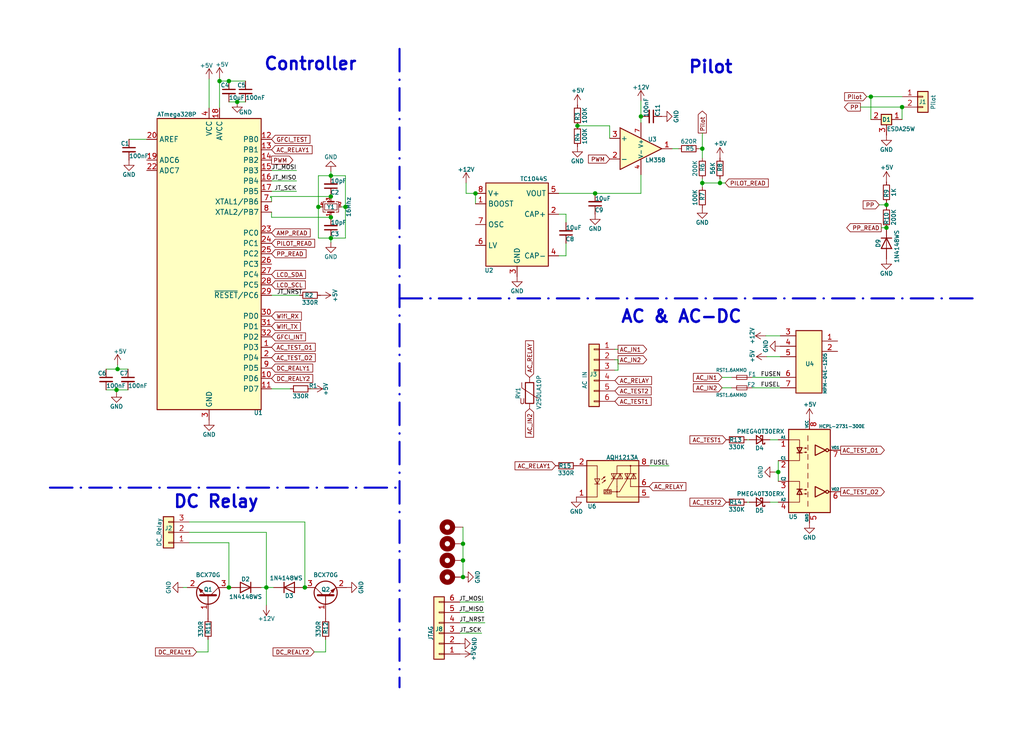
<source format=kicad_sch>
(kicad_sch (version 20230121) (generator eeschema)

  (uuid 2e83464a-2aa8-44e2-b712-e51937810b19)

  (paper "User" 250.012 180.01)

  (lib_symbols
    (symbol "Amplifier_Operational:AD8655" (pin_names (offset 0.127)) (in_bom yes) (on_board yes)
      (property "Reference" "U3" (at 10.16 3.4289 0)
        (effects (font (size 1.27 1.27)))
      )
      (property "Value" "LM358" (at 10.16 0.8889 0)
        (effects (font (size 1.27 1.27)))
      )
      (property "Footprint" "" (at 1.27 1.27 0)
        (effects (font (size 1.27 1.27)) hide)
      )
      (property "Datasheet" "" (at 3.81 3.81 0)
        (effects (font (size 1.27 1.27)) hide)
      )
      (property "ki_keywords" "single opamp" (at 0 0 0)
        (effects (font (size 1.27 1.27)) hide)
      )
      (property "ki_description" "Single Low Noise, Precision CMOS Amplifier" (at 0 0 0)
        (effects (font (size 1.27 1.27)) hide)
      )
      (property "ki_fp_filters" "SOIC*3.9x4.9mm*P1.27mm* MSOP*3x3mm*P0.65mm*" (at 0 0 0)
        (effects (font (size 1.27 1.27)) hide)
      )
      (symbol "AD8655_0_1"
        (polyline
          (pts
            (xy -5.08 5.08)
            (xy 5.08 0)
            (xy -5.08 -5.08)
            (xy -5.08 5.08)
          )
          (stroke (width 0.254) (type default))
          (fill (type background))
        )
      )
      (symbol "AD8655_1_1"
        (pin output line (at 7.62 0 180) (length 2.54)
          (name "~" (effects (font (size 1.27 1.27))))
          (number "1" (effects (font (size 1.27 1.27))))
        )
        (pin input line (at -7.62 -2.54 0) (length 2.54)
          (name "-" (effects (font (size 1.27 1.27))))
          (number "2" (effects (font (size 1.27 1.27))))
        )
        (pin input line (at -7.62 2.54 0) (length 2.54)
          (name "+" (effects (font (size 1.27 1.27))))
          (number "3" (effects (font (size 1.27 1.27))))
        )
        (pin power_in line (at 0 -6.35 90) (length 3.81)
          (name "V-" (effects (font (size 1 1))))
          (number "4" (effects (font (size 1 1))))
        )
        (pin no_connect line (at 2.54 -7.62 90) (length 6.35) hide
          (name "" (effects (font (size 0.508 0.508))))
          (number "5" (effects (font (size 1.27 1.27))))
        )
        (pin no_connect line (at 2.54 -6.35 90) (length 5.08) hide
          (name "NULL" (effects (font (size 0.508 0.508))))
          (number "6" (effects (font (size 1.27 1.27))))
        )
        (pin power_in line (at 0 6.35 270) (length 3.81)
          (name "V+" (effects (font (size 1 1))))
          (number "7" (effects (font (size 1 1))))
        )
        (pin no_connect line (at 2.54 -6.35 90) (length 5.08) hide
          (name "NULL" (effects (font (size 0.508 0.508))))
          (number "8" (effects (font (size 1.27 1.27))))
        )
      )
    )
    (symbol "Conn_01x06_1" (pin_names (offset 1.016) hide) (in_bom yes) (on_board yes)
      (property "Reference" "U" (at -0.762 -1.016 0)
        (effects (font (size 1 1)) (justify left))
      )
      (property "Value" "Conn_01x06" (at 0 7.62 0)
        (effects (font (size 1 1)) (justify left))
      )
      (property "Footprint" "" (at 0 0 0)
        (effects (font (size 1.27 1.27)) hide)
      )
      (property "Datasheet" "~" (at 0 0 0)
        (effects (font (size 1.27 1.27)) hide)
      )
      (property "ki_keywords" "connector" (at 0 0 0)
        (effects (font (size 1.27 1.27)) hide)
      )
      (property "ki_description" "Generic connector, single row, 01x06, script generated (kicad-library-utils/schlib/autogen/connector/)" (at 0 0 0)
        (effects (font (size 1.27 1.27)) hide)
      )
      (property "ki_fp_filters" "Connector*:*_1x??_*" (at 0 0 0)
        (effects (font (size 1.27 1.27)) hide)
      )
      (symbol "Conn_01x06_1_1_1"
        (rectangle (start -1.27 6.35) (end 5.08 -8.89)
          (stroke (width 0.254) (type default))
          (fill (type background))
        )
        (pin passive line (at 8.89 3.81 180) (length 3.81)
          (name "Pin_1" (effects (font (size 1.27 1.27))))
          (number "1" (effects (font (size 1.27 1.27))))
        )
        (pin passive line (at 8.89 1.27 180) (length 3.81)
          (name "Pin_2" (effects (font (size 1.27 1.27))))
          (number "2" (effects (font (size 1.27 1.27))))
        )
        (pin passive line (at -5.08 5.08 0) (length 3.81)
          (name "Pin_3" (effects (font (size 1.27 1.27))))
          (number "3" (effects (font (size 1.27 1.27))))
        )
        (pin passive line (at -5.08 2.54 0) (length 3.81)
          (name "Pin_4" (effects (font (size 1.27 1.27))))
          (number "4" (effects (font (size 1.27 1.27))))
        )
        (pin passive line (at -5.08 0 0) (length 3.81)
          (name "Pin_5" (effects (font (size 1.27 1.27))))
          (number "5" (effects (font (size 1.27 1.27))))
        )
        (pin passive line (at -5.08 -5.08 0) (length 3.81)
          (name "Pin_6" (effects (font (size 1.27 1.27))))
          (number "6" (effects (font (size 1.27 1.27))))
        )
        (pin passive line (at -5.08 -7.62 0) (length 3.81)
          (name "Pin_6" (effects (font (size 1.27 1.27))))
          (number "7" (effects (font (size 1.27 1.27))))
        )
      )
    )
    (symbol "Connector_Generic:Conn_01x02" (pin_names (offset 1.016) hide) (in_bom yes) (on_board yes)
      (property "Reference" "J" (at 0 2.54 0)
        (effects (font (size 1.27 1.27)))
      )
      (property "Value" "Conn_01x02" (at 0 -5.08 0)
        (effects (font (size 1.27 1.27)))
      )
      (property "Footprint" "" (at 0 0 0)
        (effects (font (size 1.27 1.27)) hide)
      )
      (property "Datasheet" "~" (at 0 0 0)
        (effects (font (size 1.27 1.27)) hide)
      )
      (property "ki_keywords" "connector" (at 0 0 0)
        (effects (font (size 1.27 1.27)) hide)
      )
      (property "ki_description" "Generic connector, single row, 01x02, script generated (kicad-library-utils/schlib/autogen/connector/)" (at 0 0 0)
        (effects (font (size 1.27 1.27)) hide)
      )
      (property "ki_fp_filters" "Connector*:*_1x??_*" (at 0 0 0)
        (effects (font (size 1.27 1.27)) hide)
      )
      (symbol "Conn_01x02_1_1"
        (rectangle (start -1.27 -2.413) (end 0 -2.667)
          (stroke (width 0.1524) (type default))
          (fill (type none))
        )
        (rectangle (start -1.27 0.127) (end 0 -0.127)
          (stroke (width 0.1524) (type default))
          (fill (type none))
        )
        (rectangle (start -1.27 1.27) (end 1.27 -3.81)
          (stroke (width 0.254) (type default))
          (fill (type background))
        )
        (pin passive line (at -5.08 0 0) (length 3.81)
          (name "Pin_1" (effects (font (size 1.27 1.27))))
          (number "1" (effects (font (size 1.27 1.27))))
        )
        (pin passive line (at -5.08 -2.54 0) (length 3.81)
          (name "Pin_2" (effects (font (size 1.27 1.27))))
          (number "2" (effects (font (size 1.27 1.27))))
        )
      )
    )
    (symbol "Connector_Generic:Conn_01x03" (pin_names (offset 1.016) hide) (in_bom yes) (on_board yes)
      (property "Reference" "J" (at 0 5.08 0)
        (effects (font (size 1.27 1.27)))
      )
      (property "Value" "Conn_01x03" (at 0 -5.08 0)
        (effects (font (size 1.27 1.27)))
      )
      (property "Footprint" "" (at 0 0 0)
        (effects (font (size 1.27 1.27)) hide)
      )
      (property "Datasheet" "~" (at 0 0 0)
        (effects (font (size 1.27 1.27)) hide)
      )
      (property "ki_keywords" "connector" (at 0 0 0)
        (effects (font (size 1.27 1.27)) hide)
      )
      (property "ki_description" "Generic connector, single row, 01x03, script generated (kicad-library-utils/schlib/autogen/connector/)" (at 0 0 0)
        (effects (font (size 1.27 1.27)) hide)
      )
      (property "ki_fp_filters" "Connector*:*_1x??_*" (at 0 0 0)
        (effects (font (size 1.27 1.27)) hide)
      )
      (symbol "Conn_01x03_1_1"
        (rectangle (start -1.27 -2.413) (end 0 -2.667)
          (stroke (width 0.1524) (type default))
          (fill (type none))
        )
        (rectangle (start -1.27 0.127) (end 0 -0.127)
          (stroke (width 0.1524) (type default))
          (fill (type none))
        )
        (rectangle (start -1.27 2.667) (end 0 2.413)
          (stroke (width 0.1524) (type default))
          (fill (type none))
        )
        (rectangle (start -1.27 3.81) (end 1.27 -3.81)
          (stroke (width 0.254) (type default))
          (fill (type background))
        )
        (pin passive line (at -5.08 2.54 0) (length 3.81)
          (name "Pin_1" (effects (font (size 1.27 1.27))))
          (number "1" (effects (font (size 1.27 1.27))))
        )
        (pin passive line (at -5.08 0 0) (length 3.81)
          (name "Pin_2" (effects (font (size 1.27 1.27))))
          (number "2" (effects (font (size 1.27 1.27))))
        )
        (pin passive line (at -5.08 -2.54 0) (length 3.81)
          (name "Pin_3" (effects (font (size 1.27 1.27))))
          (number "3" (effects (font (size 1.27 1.27))))
        )
      )
    )
    (symbol "Connector_Generic:Conn_01x06" (pin_names (offset 1.016) hide) (in_bom yes) (on_board yes)
      (property "Reference" "J" (at 0 7.62 0)
        (effects (font (size 1.27 1.27)))
      )
      (property "Value" "Conn_01x06" (at 0 -10.16 0)
        (effects (font (size 1.27 1.27)))
      )
      (property "Footprint" "" (at 0 0 0)
        (effects (font (size 1.27 1.27)) hide)
      )
      (property "Datasheet" "~" (at 0 0 0)
        (effects (font (size 1.27 1.27)) hide)
      )
      (property "ki_keywords" "connector" (at 0 0 0)
        (effects (font (size 1.27 1.27)) hide)
      )
      (property "ki_description" "Generic connector, single row, 01x06, script generated (kicad-library-utils/schlib/autogen/connector/)" (at 0 0 0)
        (effects (font (size 1.27 1.27)) hide)
      )
      (property "ki_fp_filters" "Connector*:*_1x??_*" (at 0 0 0)
        (effects (font (size 1.27 1.27)) hide)
      )
      (symbol "Conn_01x06_1_1"
        (rectangle (start -1.27 -7.493) (end 0 -7.747)
          (stroke (width 0.1524) (type default))
          (fill (type none))
        )
        (rectangle (start -1.27 -4.953) (end 0 -5.207)
          (stroke (width 0.1524) (type default))
          (fill (type none))
        )
        (rectangle (start -1.27 -2.413) (end 0 -2.667)
          (stroke (width 0.1524) (type default))
          (fill (type none))
        )
        (rectangle (start -1.27 0.127) (end 0 -0.127)
          (stroke (width 0.1524) (type default))
          (fill (type none))
        )
        (rectangle (start -1.27 2.667) (end 0 2.413)
          (stroke (width 0.1524) (type default))
          (fill (type none))
        )
        (rectangle (start -1.27 5.207) (end 0 4.953)
          (stroke (width 0.1524) (type default))
          (fill (type none))
        )
        (rectangle (start -1.27 6.35) (end 1.27 -8.89)
          (stroke (width 0.254) (type default))
          (fill (type background))
        )
        (pin passive line (at -5.08 5.08 0) (length 3.81)
          (name "Pin_1" (effects (font (size 1.27 1.27))))
          (number "1" (effects (font (size 1.27 1.27))))
        )
        (pin passive line (at -5.08 2.54 0) (length 3.81)
          (name "Pin_2" (effects (font (size 1.27 1.27))))
          (number "2" (effects (font (size 1.27 1.27))))
        )
        (pin passive line (at -5.08 0 0) (length 3.81)
          (name "Pin_3" (effects (font (size 1.27 1.27))))
          (number "3" (effects (font (size 1.27 1.27))))
        )
        (pin passive line (at -5.08 -2.54 0) (length 3.81)
          (name "Pin_4" (effects (font (size 1.27 1.27))))
          (number "4" (effects (font (size 1.27 1.27))))
        )
        (pin passive line (at -5.08 -5.08 0) (length 3.81)
          (name "Pin_5" (effects (font (size 1.27 1.27))))
          (number "5" (effects (font (size 1.27 1.27))))
        )
        (pin passive line (at -5.08 -7.62 0) (length 3.81)
          (name "Pin_6" (effects (font (size 1.27 1.27))))
          (number "6" (effects (font (size 1.27 1.27))))
        )
      )
    )
    (symbol "Device:C_Small" (pin_numbers hide) (pin_names (offset 0.254) hide) (in_bom yes) (on_board yes)
      (property "Reference" "C" (at 0.254 1.778 0)
        (effects (font (size 1.27 1.27)) (justify left))
      )
      (property "Value" "C_Small" (at 0.254 -2.032 0)
        (effects (font (size 1.27 1.27)) (justify left))
      )
      (property "Footprint" "" (at 0 0 0)
        (effects (font (size 1.27 1.27)) hide)
      )
      (property "Datasheet" "~" (at 0 0 0)
        (effects (font (size 1.27 1.27)) hide)
      )
      (property "ki_keywords" "capacitor cap" (at 0 0 0)
        (effects (font (size 1.27 1.27)) hide)
      )
      (property "ki_description" "Unpolarized capacitor, small symbol" (at 0 0 0)
        (effects (font (size 1.27 1.27)) hide)
      )
      (property "ki_fp_filters" "C_*" (at 0 0 0)
        (effects (font (size 1.27 1.27)) hide)
      )
      (symbol "C_Small_0_1"
        (polyline
          (pts
            (xy -1.524 -0.508)
            (xy 1.524 -0.508)
          )
          (stroke (width 0.3302) (type default))
          (fill (type none))
        )
        (polyline
          (pts
            (xy -1.524 0.508)
            (xy 1.524 0.508)
          )
          (stroke (width 0.3048) (type default))
          (fill (type none))
        )
      )
      (symbol "C_Small_1_1"
        (pin passive line (at 0 2.54 270) (length 2.032)
          (name "~" (effects (font (size 1.27 1.27))))
          (number "1" (effects (font (size 1.27 1.27))))
        )
        (pin passive line (at 0 -2.54 90) (length 2.032)
          (name "~" (effects (font (size 1.27 1.27))))
          (number "2" (effects (font (size 1.27 1.27))))
        )
      )
    )
    (symbol "Device:Crystal_GND24_Small" (pin_names (offset 1.016) hide) (in_bom yes) (on_board yes)
      (property "Reference" "Y" (at 1.27 4.445 0)
        (effects (font (size 1.27 1.27)) (justify left))
      )
      (property "Value" "Crystal_GND24_Small" (at 1.27 2.54 0)
        (effects (font (size 1.27 1.27)) (justify left))
      )
      (property "Footprint" "" (at 0 0 0)
        (effects (font (size 1.27 1.27)) hide)
      )
      (property "Datasheet" "~" (at 0 0 0)
        (effects (font (size 1.27 1.27)) hide)
      )
      (property "ki_keywords" "quartz ceramic resonator oscillator" (at 0 0 0)
        (effects (font (size 1.27 1.27)) hide)
      )
      (property "ki_description" "Four pin crystal, GND on pins 2 and 4, small symbol" (at 0 0 0)
        (effects (font (size 1.27 1.27)) hide)
      )
      (property "ki_fp_filters" "Crystal*" (at 0 0 0)
        (effects (font (size 1.27 1.27)) hide)
      )
      (symbol "Crystal_GND24_Small_0_1"
        (rectangle (start -0.762 -1.524) (end 0.762 1.524)
          (stroke (width 0) (type default))
          (fill (type none))
        )
        (polyline
          (pts
            (xy -1.27 -0.762)
            (xy -1.27 0.762)
          )
          (stroke (width 0.381) (type default))
          (fill (type none))
        )
        (polyline
          (pts
            (xy 1.27 -0.762)
            (xy 1.27 0.762)
          )
          (stroke (width 0.381) (type default))
          (fill (type none))
        )
        (polyline
          (pts
            (xy -1.27 -1.27)
            (xy -1.27 -1.905)
            (xy 1.27 -1.905)
            (xy 1.27 -1.27)
          )
          (stroke (width 0) (type default))
          (fill (type none))
        )
        (polyline
          (pts
            (xy -1.27 1.27)
            (xy -1.27 1.905)
            (xy 1.27 1.905)
            (xy 1.27 1.27)
          )
          (stroke (width 0) (type default))
          (fill (type none))
        )
      )
      (symbol "Crystal_GND24_Small_1_1"
        (pin passive line (at -2.54 0 0) (length 1.27)
          (name "1" (effects (font (size 1.27 1.27))))
          (number "1" (effects (font (size 0.762 0.762))))
        )
        (pin passive line (at 0 -2.54 90) (length 0.635)
          (name "2" (effects (font (size 1.27 1.27))))
          (number "2" (effects (font (size 0.762 0.762))))
        )
        (pin passive line (at 2.54 0 180) (length 1.27)
          (name "3" (effects (font (size 1.27 1.27))))
          (number "3" (effects (font (size 0.762 0.762))))
        )
        (pin passive line (at 0 2.54 270) (length 0.635)
          (name "4" (effects (font (size 1.27 1.27))))
          (number "4" (effects (font (size 0.762 0.762))))
        )
      )
    )
    (symbol "Device:D_Schottky_Small" (pin_numbers hide) (pin_names (offset 0.254) hide) (in_bom yes) (on_board yes)
      (property "Reference" "D" (at -1.27 2.032 0)
        (effects (font (size 1.27 1.27)) (justify left))
      )
      (property "Value" "D_Schottky_Small" (at -7.112 -2.032 0)
        (effects (font (size 1.27 1.27)) (justify left))
      )
      (property "Footprint" "" (at 0 0 90)
        (effects (font (size 1.27 1.27)) hide)
      )
      (property "Datasheet" "~" (at 0 0 90)
        (effects (font (size 1.27 1.27)) hide)
      )
      (property "ki_keywords" "diode Schottky" (at 0 0 0)
        (effects (font (size 1.27 1.27)) hide)
      )
      (property "ki_description" "Schottky diode, small symbol" (at 0 0 0)
        (effects (font (size 1.27 1.27)) hide)
      )
      (property "ki_fp_filters" "TO-???* *_Diode_* *SingleDiode* D_*" (at 0 0 0)
        (effects (font (size 1.27 1.27)) hide)
      )
      (symbol "D_Schottky_Small_0_1"
        (polyline
          (pts
            (xy -0.762 0)
            (xy 0.762 0)
          )
          (stroke (width 0) (type default))
          (fill (type none))
        )
        (polyline
          (pts
            (xy 0.762 -1.016)
            (xy -0.762 0)
            (xy 0.762 1.016)
            (xy 0.762 -1.016)
          )
          (stroke (width 0.254) (type default))
          (fill (type none))
        )
        (polyline
          (pts
            (xy -1.27 0.762)
            (xy -1.27 1.016)
            (xy -0.762 1.016)
            (xy -0.762 -1.016)
            (xy -0.254 -1.016)
            (xy -0.254 -0.762)
          )
          (stroke (width 0.254) (type default))
          (fill (type none))
        )
      )
      (symbol "D_Schottky_Small_1_1"
        (pin passive line (at -2.54 0 0) (length 1.778)
          (name "K" (effects (font (size 1.27 1.27))))
          (number "1" (effects (font (size 1.27 1.27))))
        )
        (pin passive line (at 2.54 0 180) (length 1.778)
          (name "A" (effects (font (size 1.27 1.27))))
          (number "2" (effects (font (size 1.27 1.27))))
        )
      )
    )
    (symbol "Device:Fuse_Small" (pin_numbers hide) (pin_names (offset 0.254) hide) (in_bom yes) (on_board yes)
      (property "Reference" "F" (at 0 -1.524 0)
        (effects (font (size 1.27 1.27)))
      )
      (property "Value" "Fuse_Small" (at 0 1.524 0)
        (effects (font (size 1.27 1.27)))
      )
      (property "Footprint" "" (at 0 0 0)
        (effects (font (size 1.27 1.27)) hide)
      )
      (property "Datasheet" "~" (at 0 0 0)
        (effects (font (size 1.27 1.27)) hide)
      )
      (property "ki_keywords" "fuse" (at 0 0 0)
        (effects (font (size 1.27 1.27)) hide)
      )
      (property "ki_description" "Fuse, small symbol" (at 0 0 0)
        (effects (font (size 1.27 1.27)) hide)
      )
      (property "ki_fp_filters" "*Fuse*" (at 0 0 0)
        (effects (font (size 1.27 1.27)) hide)
      )
      (symbol "Fuse_Small_0_1"
        (rectangle (start -1.27 0.508) (end 1.27 -0.508)
          (stroke (width 0) (type default))
          (fill (type none))
        )
        (polyline
          (pts
            (xy -1.27 0)
            (xy 1.27 0)
          )
          (stroke (width 0) (type default))
          (fill (type none))
        )
      )
      (symbol "Fuse_Small_1_1"
        (pin passive line (at -2.54 0 0) (length 1.27)
          (name "~" (effects (font (size 1.27 1.27))))
          (number "1" (effects (font (size 1.27 1.27))))
        )
        (pin passive line (at 2.54 0 180) (length 1.27)
          (name "~" (effects (font (size 1.27 1.27))))
          (number "2" (effects (font (size 1.27 1.27))))
        )
      )
    )
    (symbol "Device:R_Small" (pin_numbers hide) (pin_names (offset 0.254) hide) (in_bom yes) (on_board yes)
      (property "Reference" "R" (at 0.762 0.508 0)
        (effects (font (size 1.27 1.27)) (justify left))
      )
      (property "Value" "R_Small" (at 0.762 -1.016 0)
        (effects (font (size 1.27 1.27)) (justify left))
      )
      (property "Footprint" "" (at 0 0 0)
        (effects (font (size 1.27 1.27)) hide)
      )
      (property "Datasheet" "~" (at 0 0 0)
        (effects (font (size 1.27 1.27)) hide)
      )
      (property "ki_keywords" "R resistor" (at 0 0 0)
        (effects (font (size 1.27 1.27)) hide)
      )
      (property "ki_description" "Resistor, small symbol" (at 0 0 0)
        (effects (font (size 1.27 1.27)) hide)
      )
      (property "ki_fp_filters" "R_*" (at 0 0 0)
        (effects (font (size 1.27 1.27)) hide)
      )
      (symbol "R_Small_0_1"
        (rectangle (start -0.762 1.778) (end 0.762 -1.778)
          (stroke (width 0.2032) (type default))
          (fill (type none))
        )
      )
      (symbol "R_Small_1_1"
        (pin passive line (at 0 2.54 270) (length 0.762)
          (name "~" (effects (font (size 1.27 1.27))))
          (number "1" (effects (font (size 1.27 1.27))))
        )
        (pin passive line (at 0 -2.54 90) (length 0.762)
          (name "~" (effects (font (size 1.27 1.27))))
          (number "2" (effects (font (size 1.27 1.27))))
        )
      )
    )
    (symbol "Device:Varistor" (pin_numbers hide) (pin_names (offset 0)) (in_bom yes) (on_board yes)
      (property "Reference" "RV" (at 3.175 0 90)
        (effects (font (size 1.27 1.27)))
      )
      (property "Value" "Varistor" (at -3.175 0 90)
        (effects (font (size 1.27 1.27)))
      )
      (property "Footprint" "" (at -1.778 0 90)
        (effects (font (size 1.27 1.27)) hide)
      )
      (property "Datasheet" "~" (at 0 0 0)
        (effects (font (size 1.27 1.27)) hide)
      )
      (property "Sim.Name" "kicad_builtin_varistor" (at 0 0 0)
        (effects (font (size 1.27 1.27)) hide)
      )
      (property "Sim.Device" "SUBCKT" (at 0 0 0)
        (effects (font (size 1.27 1.27)) hide)
      )
      (property "Sim.Pins" "1=A 2=B" (at 0 0 0)
        (effects (font (size 1.27 1.27)) hide)
      )
      (property "Sim.Params" "threshold=1k" (at 0 0 0)
        (effects (font (size 1.27 1.27)) hide)
      )
      (property "Sim.Library" "${KICAD7_SYMBOL_DIR}/Simulation_SPICE.sp" (at 0 0 0)
        (effects (font (size 1.27 1.27)) hide)
      )
      (property "ki_keywords" "VDR resistance" (at 0 0 0)
        (effects (font (size 1.27 1.27)) hide)
      )
      (property "ki_description" "Voltage dependent resistor" (at 0 0 0)
        (effects (font (size 1.27 1.27)) hide)
      )
      (property "ki_fp_filters" "RV_* Varistor*" (at 0 0 0)
        (effects (font (size 1.27 1.27)) hide)
      )
      (symbol "Varistor_0_0"
        (text "U" (at -1.778 -2.032 0)
          (effects (font (size 1.27 1.27)))
        )
      )
      (symbol "Varistor_0_1"
        (rectangle (start -1.016 -2.54) (end 1.016 2.54)
          (stroke (width 0.254) (type default))
          (fill (type none))
        )
        (polyline
          (pts
            (xy -1.905 2.54)
            (xy -1.905 1.27)
            (xy 1.905 -1.27)
          )
          (stroke (width 0) (type default))
          (fill (type none))
        )
      )
      (symbol "Varistor_1_1"
        (pin passive line (at 0 3.81 270) (length 1.27)
          (name "~" (effects (font (size 1.27 1.27))))
          (number "1" (effects (font (size 1.27 1.27))))
        )
        (pin passive line (at 0 -3.81 90) (length 1.27)
          (name "~" (effects (font (size 1.27 1.27))))
          (number "2" (effects (font (size 1.27 1.27))))
        )
      )
    )
    (symbol "Diode:1N4148WS" (pin_numbers hide) (pin_names hide) (in_bom yes) (on_board yes)
      (property "Reference" "D" (at 0 2.54 0)
        (effects (font (size 1.27 1.27)))
      )
      (property "Value" "1N4148WS" (at 0 -2.54 0)
        (effects (font (size 1.27 1.27)))
      )
      (property "Footprint" "Diode_SMD:D_SOD-323" (at 0 -4.445 0)
        (effects (font (size 1.27 1.27)) hide)
      )
      (property "Datasheet" "https://www.vishay.com/docs/85751/1n4148ws.pdf" (at 0 0 0)
        (effects (font (size 1.27 1.27)) hide)
      )
      (property "Sim.Device" "D" (at 0 0 0)
        (effects (font (size 1.27 1.27)) hide)
      )
      (property "Sim.Pins" "1=K 2=A" (at 0 0 0)
        (effects (font (size 1.27 1.27)) hide)
      )
      (property "ki_keywords" "diode" (at 0 0 0)
        (effects (font (size 1.27 1.27)) hide)
      )
      (property "ki_description" "75V 0.15A Fast switching Diode, SOD-323" (at 0 0 0)
        (effects (font (size 1.27 1.27)) hide)
      )
      (property "ki_fp_filters" "D*SOD?323*" (at 0 0 0)
        (effects (font (size 1.27 1.27)) hide)
      )
      (symbol "1N4148WS_0_1"
        (polyline
          (pts
            (xy -1.27 1.27)
            (xy -1.27 -1.27)
          )
          (stroke (width 0.254) (type default))
          (fill (type none))
        )
        (polyline
          (pts
            (xy 1.27 0)
            (xy -1.27 0)
          )
          (stroke (width 0) (type default))
          (fill (type none))
        )
        (polyline
          (pts
            (xy 1.27 1.27)
            (xy 1.27 -1.27)
            (xy -1.27 0)
            (xy 1.27 1.27)
          )
          (stroke (width 0.254) (type default))
          (fill (type none))
        )
      )
      (symbol "1N4148WS_1_1"
        (pin passive line (at -3.81 0 0) (length 2.54)
          (name "K" (effects (font (size 1.27 1.27))))
          (number "1" (effects (font (size 1.27 1.27))))
        )
        (pin passive line (at 3.81 0 180) (length 2.54)
          (name "A" (effects (font (size 1.27 1.27))))
          (number "2" (effects (font (size 1.27 1.27))))
        )
      )
    )
    (symbol "Isolator:HCPL-263A" (pin_names (offset 0)) (in_bom yes) (on_board yes)
      (property "Reference" "U" (at -4.064 11.43 0)
        (effects (font (size 1.27 1.27)))
      )
      (property "Value" "HCPL-263A" (at 7.62 11.43 0)
        (effects (font (size 1.27 1.27)))
      )
      (property "Footprint" "Package_DIP:DIP-8_W7.62mm" (at 2.54 -18.288 0)
        (effects (font (size 1.27 1.27)) hide)
      )
      (property "Datasheet" "http://docs.avagotech.com/docs/AV02-0391EN" (at -10.16 8.89 0)
        (effects (font (size 1.27 1.27)) hide)
      )
      (property "ki_keywords" "High speed optically coupled gates" (at 0 0 0)
        (effects (font (size 1.27 1.27)) hide)
      )
      (property "ki_description" "Dual High Speed HCMOS/LSTTL/TTL Compatible Optocoupler, dV/dt 1000/us, VCM 50, -0.5V to 7V VCC, DIP-8" (at 0 0 0)
        (effects (font (size 1.27 1.27)) hide)
      )
      (property "ki_fp_filters" "DIP*W7.62mm*" (at 0 0 0)
        (effects (font (size 1.27 1.27)) hide)
      )
      (symbol "HCPL-263A_1_1"
        (rectangle (start -5.08 10.16) (end 5.08 -10.16)
          (stroke (width 0.254) (type default))
          (fill (type background))
        )
        (polyline
          (pts
            (xy -3.048 -4.445)
            (xy -1.778 -4.445)
          )
          (stroke (width 0.254) (type default))
          (fill (type none))
        )
        (polyline
          (pts
            (xy -3.048 4.445)
            (xy -1.778 4.445)
          )
          (stroke (width 0.254) (type default))
          (fill (type none))
        )
        (polyline
          (pts
            (xy -0.381 -7.366)
            (xy -0.381 -8.636)
          )
          (stroke (width 0) (type default))
          (fill (type none))
        )
        (polyline
          (pts
            (xy -0.381 -5.08)
            (xy -0.381 -6.35)
          )
          (stroke (width 0) (type default))
          (fill (type none))
        )
        (polyline
          (pts
            (xy -0.381 -2.794)
            (xy -0.381 -4.064)
          )
          (stroke (width 0) (type default))
          (fill (type none))
        )
        (polyline
          (pts
            (xy -0.381 -0.508)
            (xy -0.381 -1.778)
          )
          (stroke (width 0) (type default))
          (fill (type none))
        )
        (polyline
          (pts
            (xy -0.381 1.778)
            (xy -0.381 0.508)
          )
          (stroke (width 0) (type default))
          (fill (type none))
        )
        (polyline
          (pts
            (xy -0.381 4.064)
            (xy -0.381 2.794)
          )
          (stroke (width 0) (type default))
          (fill (type none))
        )
        (polyline
          (pts
            (xy -0.381 6.35)
            (xy -0.381 5.08)
          )
          (stroke (width 0) (type default))
          (fill (type none))
        )
        (polyline
          (pts
            (xy -0.381 8.636)
            (xy -0.381 7.366)
          )
          (stroke (width 0) (type default))
          (fill (type none))
        )
        (polyline
          (pts
            (xy 4.699 -5.08)
            (xy 5.207 -5.08)
          )
          (stroke (width 0.254) (type default))
          (fill (type none))
        )
        (polyline
          (pts
            (xy 4.699 5.08)
            (xy 5.334 5.08)
          )
          (stroke (width 0.254) (type default))
          (fill (type none))
        )
        (polyline
          (pts
            (xy -4.953 -7.62)
            (xy -2.413 -7.62)
            (xy -2.413 -5.715)
          )
          (stroke (width 0) (type default))
          (fill (type none))
        )
        (polyline
          (pts
            (xy -4.953 7.62)
            (xy -2.413 7.62)
            (xy -2.413 4.318)
          )
          (stroke (width 0) (type default))
          (fill (type none))
        )
        (polyline
          (pts
            (xy -2.413 -5.842)
            (xy -2.413 -2.54)
            (xy -4.953 -2.54)
          )
          (stroke (width 0) (type default))
          (fill (type none))
        )
        (polyline
          (pts
            (xy -2.413 4.445)
            (xy -2.413 2.54)
            (xy -4.953 2.54)
          )
          (stroke (width 0) (type default))
          (fill (type none))
        )
        (polyline
          (pts
            (xy -2.413 -4.445)
            (xy -3.048 -5.715)
            (xy -1.778 -5.715)
            (xy -2.413 -4.445)
          )
          (stroke (width 0.254) (type default))
          (fill (type none))
        )
        (polyline
          (pts
            (xy -2.413 4.445)
            (xy -3.048 5.715)
            (xy -1.778 5.715)
            (xy -2.413 4.445)
          )
          (stroke (width 0.254) (type default))
          (fill (type none))
        )
        (polyline
          (pts
            (xy 3.937 -5.08)
            (xy 1.397 -3.81)
            (xy 1.397 -6.35)
            (xy 3.937 -5.08)
          )
          (stroke (width 0.254) (type default))
          (fill (type none))
        )
        (polyline
          (pts
            (xy 3.937 5.08)
            (xy 1.397 6.35)
            (xy 1.397 3.81)
            (xy 3.937 5.08)
          )
          (stroke (width 0.254) (type default))
          (fill (type none))
        )
        (polyline
          (pts
            (xy -1.397 -5.588)
            (xy -0.635 -5.588)
            (xy -1.016 -5.715)
            (xy -1.016 -5.461)
            (xy -0.635 -5.588)
          )
          (stroke (width 0.127) (type default))
          (fill (type none))
        )
        (polyline
          (pts
            (xy -1.397 -4.572)
            (xy -0.635 -4.572)
            (xy -1.016 -4.699)
            (xy -1.016 -4.445)
            (xy -0.635 -4.572)
          )
          (stroke (width 0.127) (type default))
          (fill (type none))
        )
        (polyline
          (pts
            (xy -1.397 4.572)
            (xy -0.635 4.572)
            (xy -1.016 4.445)
            (xy -1.016 4.699)
            (xy -0.635 4.572)
          )
          (stroke (width 0.127) (type default))
          (fill (type none))
        )
        (polyline
          (pts
            (xy -1.397 5.588)
            (xy -0.635 5.588)
            (xy -1.016 5.461)
            (xy -1.016 5.715)
            (xy -0.635 5.588)
          )
          (stroke (width 0.127) (type default))
          (fill (type none))
        )
        (circle (center 4.318 -5.08) (radius 0.3556)
          (stroke (width 0.254) (type default))
          (fill (type none))
        )
        (circle (center 4.318 5.08) (radius 0.3556)
          (stroke (width 0.254) (type default))
          (fill (type none))
        )
        (pin passive line (at -7.62 7.62 0) (length 2.54)
          (name "A1" (effects (font (size 0.635 0.635))))
          (number "1" (effects (font (size 1.27 1.27))))
        )
        (pin passive line (at -7.62 2.54 0) (length 2.54)
          (name "C1" (effects (font (size 0.635 0.635))))
          (number "2" (effects (font (size 1.27 1.27))))
        )
        (pin passive line (at -7.62 -2.54 0) (length 2.54)
          (name "C2" (effects (font (size 0.635 0.635))))
          (number "3" (effects (font (size 1.27 1.27))))
        )
        (pin passive line (at -7.62 -7.62 0) (length 2.54)
          (name "A2" (effects (font (size 0.635 0.635))))
          (number "4" (effects (font (size 1.27 1.27))))
        )
        (pin power_in line (at 0 -12.7 90) (length 2.54)
          (name "GND" (effects (font (size 0.635 0.635))))
          (number "5" (effects (font (size 1.27 1.27))))
        )
        (pin open_collector line (at 7.62 -5.08 180) (length 2.54)
          (name "VO2" (effects (font (size 0.635 0.635))))
          (number "6" (effects (font (size 1.27 1.27))))
        )
        (pin open_collector line (at 7.62 5.08 180) (length 2.54)
          (name "VO1" (effects (font (size 0.635 0.635))))
          (number "7" (effects (font (size 1.27 1.27))))
        )
        (pin power_in line (at 0 12.7 270) (length 2.54)
          (name "VCC" (effects (font (size 0.635 0.635))))
          (number "8" (effects (font (size 1.27 1.27))))
        )
      )
    )
    (symbol "MCU_Microchip_ATmega:ATmega328P-A" (in_bom yes) (on_board yes)
      (property "Reference" "U" (at -12.7 36.83 0)
        (effects (font (size 1.27 1.27)) (justify left bottom))
      )
      (property "Value" "ATmega328P-A" (at 2.54 -36.83 0)
        (effects (font (size 1.27 1.27)) (justify left top))
      )
      (property "Footprint" "Package_QFP:TQFP-32_7x7mm_P0.8mm" (at 0 0 0)
        (effects (font (size 1.27 1.27) italic) hide)
      )
      (property "Datasheet" "http://ww1.microchip.com/downloads/en/DeviceDoc/ATmega328_P%20AVR%20MCU%20with%20picoPower%20Technology%20Data%20Sheet%2040001984A.pdf" (at 0 0 0)
        (effects (font (size 1.27 1.27)) hide)
      )
      (property "ki_keywords" "AVR 8bit Microcontroller MegaAVR PicoPower" (at 0 0 0)
        (effects (font (size 1.27 1.27)) hide)
      )
      (property "ki_description" "20MHz, 32kB Flash, 2kB SRAM, 1kB EEPROM, TQFP-32" (at 0 0 0)
        (effects (font (size 1.27 1.27)) hide)
      )
      (property "ki_fp_filters" "TQFP*7x7mm*P0.8mm*" (at 0 0 0)
        (effects (font (size 1.27 1.27)) hide)
      )
      (symbol "ATmega328P-A_0_1"
        (rectangle (start -12.7 -35.56) (end 12.7 35.56)
          (stroke (width 0.254) (type default))
          (fill (type background))
        )
      )
      (symbol "ATmega328P-A_1_1"
        (pin bidirectional line (at 15.24 -20.32 180) (length 2.54)
          (name "PD3" (effects (font (size 1.27 1.27))))
          (number "1" (effects (font (size 1.27 1.27))))
        )
        (pin bidirectional line (at 15.24 -27.94 180) (length 2.54)
          (name "PD6" (effects (font (size 1.27 1.27))))
          (number "10" (effects (font (size 1.27 1.27))))
        )
        (pin bidirectional line (at 15.24 -30.48 180) (length 2.54)
          (name "PD7" (effects (font (size 1.27 1.27))))
          (number "11" (effects (font (size 1.27 1.27))))
        )
        (pin bidirectional line (at 15.24 30.48 180) (length 2.54)
          (name "PB0" (effects (font (size 1.27 1.27))))
          (number "12" (effects (font (size 1.27 1.27))))
        )
        (pin bidirectional line (at 15.24 27.94 180) (length 2.54)
          (name "PB1" (effects (font (size 1.27 1.27))))
          (number "13" (effects (font (size 1.27 1.27))))
        )
        (pin bidirectional line (at 15.24 25.4 180) (length 2.54)
          (name "PB2" (effects (font (size 1.27 1.27))))
          (number "14" (effects (font (size 1.27 1.27))))
        )
        (pin bidirectional line (at 15.24 22.86 180) (length 2.54)
          (name "PB3" (effects (font (size 1.27 1.27))))
          (number "15" (effects (font (size 1.27 1.27))))
        )
        (pin bidirectional line (at 15.24 20.32 180) (length 2.54)
          (name "PB4" (effects (font (size 1.27 1.27))))
          (number "16" (effects (font (size 1.27 1.27))))
        )
        (pin bidirectional line (at 15.24 17.78 180) (length 2.54)
          (name "PB5" (effects (font (size 1.27 1.27))))
          (number "17" (effects (font (size 1.27 1.27))))
        )
        (pin power_in line (at 2.54 38.1 270) (length 2.54)
          (name "AVCC" (effects (font (size 1.27 1.27))))
          (number "18" (effects (font (size 1.27 1.27))))
        )
        (pin input line (at -15.24 25.4 0) (length 2.54)
          (name "ADC6" (effects (font (size 1.27 1.27))))
          (number "19" (effects (font (size 1.27 1.27))))
        )
        (pin bidirectional line (at 15.24 -22.86 180) (length 2.54)
          (name "PD4" (effects (font (size 1.27 1.27))))
          (number "2" (effects (font (size 1.27 1.27))))
        )
        (pin passive line (at -15.24 30.48 0) (length 2.54)
          (name "AREF" (effects (font (size 1.27 1.27))))
          (number "20" (effects (font (size 1.27 1.27))))
        )
        (pin passive line (at 0 -38.1 90) (length 2.54) hide
          (name "GND" (effects (font (size 1.27 1.27))))
          (number "21" (effects (font (size 1.27 1.27))))
        )
        (pin input line (at -15.24 22.86 0) (length 2.54)
          (name "ADC7" (effects (font (size 1.27 1.27))))
          (number "22" (effects (font (size 1.27 1.27))))
        )
        (pin bidirectional line (at 15.24 7.62 180) (length 2.54)
          (name "PC0" (effects (font (size 1.27 1.27))))
          (number "23" (effects (font (size 1.27 1.27))))
        )
        (pin bidirectional line (at 15.24 5.08 180) (length 2.54)
          (name "PC1" (effects (font (size 1.27 1.27))))
          (number "24" (effects (font (size 1.27 1.27))))
        )
        (pin bidirectional line (at 15.24 2.54 180) (length 2.54)
          (name "PC2" (effects (font (size 1.27 1.27))))
          (number "25" (effects (font (size 1.27 1.27))))
        )
        (pin bidirectional line (at 15.24 0 180) (length 2.54)
          (name "PC3" (effects (font (size 1.27 1.27))))
          (number "26" (effects (font (size 1.27 1.27))))
        )
        (pin bidirectional line (at 15.24 -2.54 180) (length 2.54)
          (name "PC4" (effects (font (size 1.27 1.27))))
          (number "27" (effects (font (size 1.27 1.27))))
        )
        (pin bidirectional line (at 15.24 -5.08 180) (length 2.54)
          (name "PC5" (effects (font (size 1.27 1.27))))
          (number "28" (effects (font (size 1.27 1.27))))
        )
        (pin bidirectional line (at 15.24 -7.62 180) (length 2.54)
          (name "~{RESET}/PC6" (effects (font (size 1.27 1.27))))
          (number "29" (effects (font (size 1.27 1.27))))
        )
        (pin power_in line (at 0 -38.1 90) (length 2.54)
          (name "GND" (effects (font (size 1.27 1.27))))
          (number "3" (effects (font (size 1.27 1.27))))
        )
        (pin bidirectional line (at 15.24 -12.7 180) (length 2.54)
          (name "PD0" (effects (font (size 1.27 1.27))))
          (number "30" (effects (font (size 1.27 1.27))))
        )
        (pin bidirectional line (at 15.24 -15.24 180) (length 2.54)
          (name "PD1" (effects (font (size 1.27 1.27))))
          (number "31" (effects (font (size 1.27 1.27))))
        )
        (pin bidirectional line (at 15.24 -17.78 180) (length 2.54)
          (name "PD2" (effects (font (size 1.27 1.27))))
          (number "32" (effects (font (size 1.27 1.27))))
        )
        (pin power_in line (at 0 38.1 270) (length 2.54)
          (name "VCC" (effects (font (size 1.27 1.27))))
          (number "4" (effects (font (size 1.27 1.27))))
        )
        (pin passive line (at 0 -38.1 90) (length 2.54) hide
          (name "GND" (effects (font (size 1.27 1.27))))
          (number "5" (effects (font (size 1.27 1.27))))
        )
        (pin passive line (at 0 38.1 270) (length 2.54) hide
          (name "VCC" (effects (font (size 1.27 1.27))))
          (number "6" (effects (font (size 1.27 1.27))))
        )
        (pin bidirectional line (at 15.24 15.24 180) (length 2.54)
          (name "XTAL1/PB6" (effects (font (size 1.27 1.27))))
          (number "7" (effects (font (size 1.27 1.27))))
        )
        (pin bidirectional line (at 15.24 12.7 180) (length 2.54)
          (name "XTAL2/PB7" (effects (font (size 1.27 1.27))))
          (number "8" (effects (font (size 1.27 1.27))))
        )
        (pin bidirectional line (at 15.24 -25.4 180) (length 2.54)
          (name "PD5" (effects (font (size 1.27 1.27))))
          (number "9" (effects (font (size 1.27 1.27))))
        )
      )
    )
    (symbol "Mechanical:MountingHole_Pad" (pin_numbers hide) (pin_names (offset 1.016) hide) (in_bom yes) (on_board yes)
      (property "Reference" "H" (at 0 6.35 0)
        (effects (font (size 1.27 1.27)))
      )
      (property "Value" "MountingHole_Pad" (at 0 4.445 0)
        (effects (font (size 1.27 1.27)))
      )
      (property "Footprint" "" (at 0 0 0)
        (effects (font (size 1.27 1.27)) hide)
      )
      (property "Datasheet" "~" (at 0 0 0)
        (effects (font (size 1.27 1.27)) hide)
      )
      (property "ki_keywords" "mounting hole" (at 0 0 0)
        (effects (font (size 1.27 1.27)) hide)
      )
      (property "ki_description" "Mounting Hole with connection" (at 0 0 0)
        (effects (font (size 1.27 1.27)) hide)
      )
      (property "ki_fp_filters" "MountingHole*Pad*" (at 0 0 0)
        (effects (font (size 1.27 1.27)) hide)
      )
      (symbol "MountingHole_Pad_0_1"
        (circle (center 0 1.27) (radius 1.27)
          (stroke (width 1.27) (type default))
          (fill (type none))
        )
      )
      (symbol "MountingHole_Pad_1_1"
        (pin input line (at 0 -2.54 90) (length 2.54)
          (name "1" (effects (font (size 1.27 1.27))))
          (number "1" (effects (font (size 1.27 1.27))))
        )
      )
    )
    (symbol "Power_Protection:CM1213A-01SO" (pin_names hide) (in_bom yes) (on_board yes)
      (property "Reference" "D1" (at -0.3175 6.096 0)
        (effects (font (size 1.27 1.27)))
      )
      (property "Value" "ESDA25W" (at -0.3175 3.556 0)
        (effects (font (size 1.27 1.27)))
      )
      (property "Footprint" "" (at 1.27 -4.318 0)
        (effects (font (size 1.27 1.27)) (justify left) hide)
      )
      (property "Datasheet" "" (at -1.905 2.032 90)
        (effects (font (size 1.27 1.27)) hide)
      )
      (property "ki_keywords" "ESD Protection diodes transient suppressor" (at 0 0 0)
        (effects (font (size 1.27 1.27)) hide)
      )
      (property "ki_description" "Single Channel ESD Protection Array" (at 0 0 0)
        (effects (font (size 1.27 1.27)) hide)
      )
      (property "ki_fp_filters" "SOT?23*" (at 0 0 0)
        (effects (font (size 1.27 1.27)) hide)
      )
      (symbol "CM1213A-01SO_0_1"
        (rectangle (start -3.81 0) (end -1.27 -2.54)
          (stroke (width 0.254) (type default))
          (fill (type background))
        )
      )
      (symbol "CM1213A-01SO_1_1"
        (pin passive line (at 1.27 -1.27 180) (length 2.54)
          (name "CH1" (effects (font (size 1.27 1.27))))
          (number "1" (effects (font (size 1.27 1.27))))
        )
        (pin passive line (at -6.35 -1.27 0) (length 2.54)
          (name "VP" (effects (font (size 1.27 1.27))))
          (number "2" (effects (font (size 1.27 1.27))))
        )
        (pin passive line (at -2.54 -5.08 90) (length 2.54)
          (name "VN" (effects (font (size 1.27 1.27))))
          (number "3" (effects (font (size 1.27 1.27))))
        )
      )
    )
    (symbol "Regulator_SwitchedCapacitor:LTC1044" (in_bom yes) (on_board yes)
      (property "Reference" "U" (at -6.35 11.43 0)
        (effects (font (size 1.27 1.27)))
      )
      (property "Value" "LTC1044" (at 3.81 11.43 0)
        (effects (font (size 1.27 1.27)))
      )
      (property "Footprint" "" (at 2.54 -2.54 0)
        (effects (font (size 1.27 1.27)) hide)
      )
      (property "Datasheet" "https://www.analog.com/media/en/technical-documentation/data-sheets/lt1044.pdf" (at 2.54 -2.54 0)
        (effects (font (size 1.27 1.27)) hide)
      )
      (property "ki_keywords" "monolithic CMOS switched capacitor voltage converter invert double divide multiply boost" (at 0 0 0)
        (effects (font (size 1.27 1.27)) hide)
      )
      (property "ki_description" "Switched Capacitor Voltage Converter, 1.5V to 9V supply operation, 200uA Max No Load Supply Current at 5V, DIP-8/TO-99" (at 0 0 0)
        (effects (font (size 1.27 1.27)) hide)
      )
      (property "ki_fp_filters" "DIP*W7.62mm* TO?99*" (at 0 0 0)
        (effects (font (size 1.27 1.27)) hide)
      )
      (symbol "LTC1044_0_1"
        (rectangle (start -7.62 10.16) (end 7.62 -10.16)
          (stroke (width 0.254) (type default))
          (fill (type background))
        )
      )
      (symbol "LTC1044_1_1"
        (pin input line (at -10.16 5.08 0) (length 2.54)
          (name "BOOST" (effects (font (size 1.27 1.27))))
          (number "1" (effects (font (size 1.27 1.27))))
        )
        (pin input line (at 10.16 2.54 180) (length 2.54)
          (name "CAP+" (effects (font (size 1.27 1.27))))
          (number "2" (effects (font (size 1.27 1.27))))
        )
        (pin power_in line (at 0 -12.7 90) (length 2.54)
          (name "GND" (effects (font (size 1.27 1.27))))
          (number "3" (effects (font (size 1.27 1.27))))
        )
        (pin input line (at 10.16 -7.62 180) (length 2.54)
          (name "CAP-" (effects (font (size 1.27 1.27))))
          (number "4" (effects (font (size 1.27 1.27))))
        )
        (pin power_out line (at 10.16 7.62 180) (length 2.54)
          (name "VOUT" (effects (font (size 1.27 1.27))))
          (number "5" (effects (font (size 1.27 1.27))))
        )
        (pin input line (at -10.16 -5.08 0) (length 2.54)
          (name "LV" (effects (font (size 1.27 1.27))))
          (number "6" (effects (font (size 1.27 1.27))))
        )
        (pin input line (at -10.16 0 0) (length 2.54)
          (name "OSC" (effects (font (size 1.27 1.27))))
          (number "7" (effects (font (size 1.27 1.27))))
        )
        (pin power_in line (at -10.16 7.62 0) (length 2.54)
          (name "V+" (effects (font (size 1.27 1.27))))
          (number "8" (effects (font (size 1.27 1.27))))
        )
      )
    )
    (symbol "Relay_SolidState:AQH1213A" (in_bom yes) (on_board yes)
      (property "Reference" "U" (at -5.08 5.08 0)
        (effects (font (size 1.27 1.27)) (justify left))
      )
      (property "Value" "AQH1213A" (at 0 5.08 0)
        (effects (font (size 1.27 1.27)) (justify left))
      )
      (property "Footprint" "Package_SO:SSO-7-8_6.4x9.78mm_P2.54mm" (at -5.08 5.08 0)
        (effects (font (size 1.27 1.27) italic) (justify left) hide)
      )
      (property "Datasheet" "https://b2b-api.panasonic.eu/file_stream/pids/fileversion/2787" (at -2.54 0 0)
        (effects (font (size 1.27 1.27)) (justify left) hide)
      )
      (property "ki_keywords" "Opto-Triac Opto Triac Zero Cross Solid State Relays" (at 0 0 0)
        (effects (font (size 1.27 1.27)) hide)
      )
      (property "ki_description" "Zero Cross Opto-Triac, Vdrm 600V, Ift 10mA, IT 600mA, SOIC-7" (at 0 0 0)
        (effects (font (size 1.27 1.27)) hide)
      )
      (property "ki_fp_filters" "SSO*6.4x9.78mm*P2.54mm*" (at 0 0 0)
        (effects (font (size 1.27 1.27)) hide)
      )
      (symbol "AQH1213A_0_1"
        (polyline
          (pts
            (xy 3.048 -2.54)
            (xy 5.08 -2.54)
          )
          (stroke (width 0) (type default))
          (fill (type none))
        )
        (polyline
          (pts
            (xy 3.048 -0.635)
            (xy 3.048 -2.54)
          )
          (stroke (width 0) (type default))
          (fill (type none))
        )
      )
      (symbol "AQH1213A_1_1"
        (rectangle (start -7.62 3.81) (end 5.08 -6.35)
          (stroke (width 0.254) (type default))
          (fill (type background))
        )
        (rectangle (start -3.429 -3.302) (end -1.651 -4.318)
          (stroke (width 0) (type default))
          (fill (type none))
        )
        (circle (center -0.254 -3.81) (radius 0.127)
          (stroke (width 0) (type default))
          (fill (type none))
        )
        (polyline
          (pts
            (xy -5.715 -1.905)
            (xy -4.445 -1.905)
          )
          (stroke (width 0) (type default))
          (fill (type none))
        )
        (polyline
          (pts
            (xy -5.08 -5.08)
            (xy -7.62 -5.08)
          )
          (stroke (width 0) (type default))
          (fill (type none))
        )
        (polyline
          (pts
            (xy -5.08 -1.905)
            (xy -5.08 -5.08)
          )
          (stroke (width 0) (type default))
          (fill (type none))
        )
        (polyline
          (pts
            (xy -5.08 -0.635)
            (xy -5.08 -1.905)
          )
          (stroke (width 0) (type default))
          (fill (type none))
        )
        (polyline
          (pts
            (xy -5.08 -0.635)
            (xy -5.08 2.54)
          )
          (stroke (width 0) (type default))
          (fill (type none))
        )
        (polyline
          (pts
            (xy -5.08 2.54)
            (xy -7.493 2.54)
          )
          (stroke (width 0) (type default))
          (fill (type none))
        )
        (polyline
          (pts
            (xy -3.3782 -0.2794)
            (xy -4.0132 -0.8128)
          )
          (stroke (width 0) (type default))
          (fill (type none))
        )
        (polyline
          (pts
            (xy -3.2512 -1.1176)
            (xy -3.8862 -1.651)
          )
          (stroke (width 0) (type default))
          (fill (type none))
        )
        (polyline
          (pts
            (xy -1.651 -3.81)
            (xy -0.254 -3.81)
          )
          (stroke (width 0) (type default))
          (fill (type none))
        )
        (polyline
          (pts
            (xy -1.016 -0.635)
            (xy -2.6162 -3.302)
          )
          (stroke (width 0) (type default))
          (fill (type none))
        )
        (polyline
          (pts
            (xy -1.016 -0.635)
            (xy -1.016 0.635)
          )
          (stroke (width 0) (type default))
          (fill (type none))
        )
        (polyline
          (pts
            (xy -0.254 -3.81)
            (xy 0.381 -3.81)
          )
          (stroke (width 0) (type default))
          (fill (type none))
        )
        (polyline
          (pts
            (xy -0.254 -2.54)
            (xy -0.254 -5.08)
          )
          (stroke (width 0) (type default))
          (fill (type none))
        )
        (polyline
          (pts
            (xy -0.254 -2.54)
            (xy -0.254 -0.635)
          )
          (stroke (width 0) (type default))
          (fill (type none))
        )
        (polyline
          (pts
            (xy 0.381 -3.81)
            (xy 2.286 -0.635)
          )
          (stroke (width 0) (type default))
          (fill (type none))
        )
        (polyline
          (pts
            (xy 0.508 0.635)
            (xy 0.508 -0.635)
          )
          (stroke (width 0) (type default))
          (fill (type none))
        )
        (polyline
          (pts
            (xy 2.286 -0.635)
            (xy 2.286 0.635)
          )
          (stroke (width 0) (type default))
          (fill (type none))
        )
        (polyline
          (pts
            (xy 3.048 2.54)
            (xy 3.048 0.635)
          )
          (stroke (width 0) (type default))
          (fill (type none))
        )
        (polyline
          (pts
            (xy 3.81 0.635)
            (xy 3.81 -0.635)
          )
          (stroke (width 0) (type default))
          (fill (type none))
        )
        (polyline
          (pts
            (xy 5.08 -5.08)
            (xy -0.254 -5.08)
          )
          (stroke (width 0) (type default))
          (fill (type none))
        )
        (polyline
          (pts
            (xy 5.08 2.54)
            (xy 3.048 2.54)
          )
          (stroke (width 0) (type default))
          (fill (type none))
        )
        (polyline
          (pts
            (xy 3.048 2.54)
            (xy -0.254 2.54)
            (xy -0.254 0.635)
          )
          (stroke (width 0) (type default))
          (fill (type none))
        )
        (polyline
          (pts
            (xy -5.08 -1.905)
            (xy -5.715 -0.635)
            (xy -4.445 -0.635)
            (xy -5.08 -1.905)
          )
          (stroke (width 0) (type default))
          (fill (type none))
        )
        (polyline
          (pts
            (xy -3.556 -0.254)
            (xy -3.3782 -0.4318)
            (xy -3.1496 -0.1016)
            (xy -3.556 -0.254)
          )
          (stroke (width 0) (type default))
          (fill (type none))
        )
        (polyline
          (pts
            (xy -3.429 -1.0922)
            (xy -3.2512 -1.27)
            (xy -3.0226 -0.9398)
            (xy -3.429 -1.0922)
          )
          (stroke (width 0) (type default))
          (fill (type none))
        )
        (polyline
          (pts
            (xy -1.651 -0.635)
            (xy 1.143 -0.635)
            (xy 0.508 0.635)
            (xy -0.127 -0.635)
          )
          (stroke (width 0) (type default))
          (fill (type none))
        )
        (polyline
          (pts
            (xy 1.143 0.635)
            (xy -1.651 0.635)
            (xy -1.016 -0.635)
            (xy -0.381 0.635)
          )
          (stroke (width 0) (type default))
          (fill (type none))
        )
        (polyline
          (pts
            (xy 1.651 -0.635)
            (xy 4.445 -0.635)
            (xy 3.81 0.635)
            (xy 3.175 -0.635)
          )
          (stroke (width 0) (type default))
          (fill (type none))
        )
        (polyline
          (pts
            (xy 4.445 0.635)
            (xy 1.651 0.635)
            (xy 2.286 -0.635)
            (xy 2.921 0.635)
          )
          (stroke (width 0) (type default))
          (fill (type none))
        )
        (circle (center 3.048 2.54) (radius 0.127)
          (stroke (width 0) (type default))
          (fill (type none))
        )
        (text "ZCD" (at -2.54 -3.81 0)
          (effects (font (size 0.508 0.508)))
        )
        (pin passive line (at -10.16 -5.08 0) (length 2.54)
          (name "~" (effects (font (size 1.27 1.27))))
          (number "1" (effects (font (size 1.27 1.27))))
        )
        (pin passive line (at -10.16 2.54 0) (length 2.54)
          (name "~" (effects (font (size 1.27 1.27))))
          (number "2" (effects (font (size 1.27 1.27))))
        )
        (pin passive line (at -10.16 -5.08 0) (length 2.54) hide
          (name "~" (effects (font (size 1.27 1.27))))
          (number "3" (effects (font (size 1.27 1.27))))
        )
        (pin passive line (at -10.16 -5.08 0) (length 2.54) hide
          (name "~" (effects (font (size 1.27 1.27))))
          (number "4" (effects (font (size 1.27 1.27))))
        )
        (pin passive line (at 7.62 -5.08 180) (length 2.54)
          (name "~" (effects (font (size 1.27 1.27))))
          (number "5" (effects (font (size 1.27 1.27))))
        )
        (pin passive line (at 7.62 -2.54 180) (length 2.54)
          (name "~" (effects (font (size 1.27 1.27))))
          (number "6" (effects (font (size 1.27 1.27))))
        )
        (pin passive line (at 7.62 2.54 180) (length 2.54)
          (name "~" (effects (font (size 1.27 1.27))))
          (number "8" (effects (font (size 1.27 1.27))))
        )
      )
    )
    (symbol "Transistor_BJT:BCX56" (pin_names (offset 0) hide) (in_bom yes) (on_board yes)
      (property "Reference" "Q1" (at 2.032 0 90)
        (effects (font (size 1 1)))
      )
      (property "Value" "BCX70G" (at 5.588 0 90)
        (effects (font (size 1 1)))
      )
      (property "Footprint" "Package_TO_SOT_SMD:SOT-89-3" (at 5.08 -1.905 0)
        (effects (font (size 1.27 1.27) italic) (justify left) hide)
      )
      (property "Datasheet" "http://cache.nxp.com/documents/data_sheet/BCP56_BCX56_BC56PA.pdf?pspll=1" (at 0 0 0)
        (effects (font (size 1.27 1.27)) (justify left) hide)
      )
      (property "ki_keywords" "NPN Transistor" (at 0 0 0)
        (effects (font (size 1.27 1.27)) hide)
      )
      (property "ki_description" "1A Ic, 80V Vce, NPN Medium Power Transistor, SOT-89" (at 0 0 0)
        (effects (font (size 1.27 1.27)) hide)
      )
      (property "ki_fp_filters" "SOT?89*" (at 0 0 0)
        (effects (font (size 1.27 1.27)) hide)
      )
      (symbol "BCX56_0_1"
        (polyline
          (pts
            (xy 0.635 0.635)
            (xy 2.54 2.54)
          )
          (stroke (width 0) (type default))
          (fill (type none))
        )
        (polyline
          (pts
            (xy 0.635 -0.635)
            (xy 2.54 -2.54)
            (xy 2.54 -2.54)
          )
          (stroke (width 0) (type default))
          (fill (type none))
        )
        (polyline
          (pts
            (xy 0.635 1.905)
            (xy 0.635 -1.905)
            (xy 0.635 -1.905)
          )
          (stroke (width 0.508) (type default))
          (fill (type none))
        )
        (polyline
          (pts
            (xy 1.27 -1.778)
            (xy 1.778 -1.27)
            (xy 2.286 -2.286)
            (xy 1.27 -1.778)
            (xy 1.27 -1.778)
          )
          (stroke (width 0) (type default))
          (fill (type outline))
        )
        (circle (center 1.27 0) (radius 2.8194)
          (stroke (width 0.254) (type default))
          (fill (type none))
        )
      )
      (symbol "BCX56_1_1"
        (pin input line (at -5.08 0 0) (length 5.715)
          (name "B" (effects (font (size 1.27 1.27))))
          (number "1" (effects (font (size 1.27 1.27))))
        )
        (pin passive line (at 2.54 -5.08 90) (length 2.54)
          (name "E" (effects (font (size 1.27 1.27))))
          (number "2" (effects (font (size 1.27 1.27))))
        )
        (pin passive line (at 2.54 5.08 270) (length 2.54)
          (name "C" (effects (font (size 1.27 1.27))))
          (number "3" (effects (font (size 1.27 1.27))))
        )
      )
    )
    (symbol "power:+12V" (power) (pin_names (offset 0)) (in_bom yes) (on_board yes)
      (property "Reference" "#PWR" (at 0 -3.81 0)
        (effects (font (size 1.27 1.27)) hide)
      )
      (property "Value" "+12V" (at 0 3.556 0)
        (effects (font (size 1.27 1.27)))
      )
      (property "Footprint" "" (at 0 0 0)
        (effects (font (size 1.27 1.27)) hide)
      )
      (property "Datasheet" "" (at 0 0 0)
        (effects (font (size 1.27 1.27)) hide)
      )
      (property "ki_keywords" "global power" (at 0 0 0)
        (effects (font (size 1.27 1.27)) hide)
      )
      (property "ki_description" "Power symbol creates a global label with name \"+12V\"" (at 0 0 0)
        (effects (font (size 1.27 1.27)) hide)
      )
      (symbol "+12V_0_1"
        (polyline
          (pts
            (xy -0.762 1.27)
            (xy 0 2.54)
          )
          (stroke (width 0) (type default))
          (fill (type none))
        )
        (polyline
          (pts
            (xy 0 0)
            (xy 0 2.54)
          )
          (stroke (width 0) (type default))
          (fill (type none))
        )
        (polyline
          (pts
            (xy 0 2.54)
            (xy 0.762 1.27)
          )
          (stroke (width 0) (type default))
          (fill (type none))
        )
      )
      (symbol "+12V_1_1"
        (pin power_in line (at 0 0 90) (length 0) hide
          (name "+12V" (effects (font (size 1.27 1.27))))
          (number "1" (effects (font (size 1.27 1.27))))
        )
      )
    )
    (symbol "power:+5V" (power) (pin_names (offset 0)) (in_bom yes) (on_board yes)
      (property "Reference" "#PWR" (at 0 -3.81 0)
        (effects (font (size 1.27 1.27)) hide)
      )
      (property "Value" "+5V" (at 0 3.556 0)
        (effects (font (size 1.27 1.27)))
      )
      (property "Footprint" "" (at 0 0 0)
        (effects (font (size 1.27 1.27)) hide)
      )
      (property "Datasheet" "" (at 0 0 0)
        (effects (font (size 1.27 1.27)) hide)
      )
      (property "ki_keywords" "global power" (at 0 0 0)
        (effects (font (size 1.27 1.27)) hide)
      )
      (property "ki_description" "Power symbol creates a global label with name \"+5V\"" (at 0 0 0)
        (effects (font (size 1.27 1.27)) hide)
      )
      (symbol "+5V_0_1"
        (polyline
          (pts
            (xy -0.762 1.27)
            (xy 0 2.54)
          )
          (stroke (width 0) (type default))
          (fill (type none))
        )
        (polyline
          (pts
            (xy 0 0)
            (xy 0 2.54)
          )
          (stroke (width 0) (type default))
          (fill (type none))
        )
        (polyline
          (pts
            (xy 0 2.54)
            (xy 0.762 1.27)
          )
          (stroke (width 0) (type default))
          (fill (type none))
        )
      )
      (symbol "+5V_1_1"
        (pin power_in line (at 0 0 90) (length 0) hide
          (name "+5V" (effects (font (size 1.27 1.27))))
          (number "1" (effects (font (size 1.27 1.27))))
        )
      )
    )
    (symbol "power:GND" (power) (pin_names (offset 0)) (in_bom yes) (on_board yes)
      (property "Reference" "#PWR" (at 0 -6.35 0)
        (effects (font (size 1.27 1.27)) hide)
      )
      (property "Value" "GND" (at 0 -3.81 0)
        (effects (font (size 1.27 1.27)))
      )
      (property "Footprint" "" (at 0 0 0)
        (effects (font (size 1.27 1.27)) hide)
      )
      (property "Datasheet" "" (at 0 0 0)
        (effects (font (size 1.27 1.27)) hide)
      )
      (property "ki_keywords" "global power" (at 0 0 0)
        (effects (font (size 1.27 1.27)) hide)
      )
      (property "ki_description" "Power symbol creates a global label with name \"GND\" , ground" (at 0 0 0)
        (effects (font (size 1.27 1.27)) hide)
      )
      (symbol "GND_0_1"
        (polyline
          (pts
            (xy 0 0)
            (xy 0 -1.27)
            (xy 1.27 -1.27)
            (xy 0 -2.54)
            (xy -1.27 -1.27)
            (xy 0 -1.27)
          )
          (stroke (width 0) (type default))
          (fill (type none))
        )
      )
      (symbol "GND_1_1"
        (pin power_in line (at 0 0 270) (length 0) hide
          (name "GND" (effects (font (size 1.27 1.27))))
          (number "1" (effects (font (size 1.27 1.27))))
        )
      )
    )
  )

  (junction (at 116.078 47.244) (diameter 0) (color 0 0 0 0)
    (uuid 021b1858-4e30-44c5-b4d4-caa248553202)
  )
  (junction (at 55.88 143.51) (diameter 0) (color 0 0 0 0)
    (uuid 058e7f8d-4be0-45d1-a842-c8ce15f7ff1b)
  )
  (junction (at 80.772 42.926) (diameter 0) (color 0 0 0 0)
    (uuid 1798be18-0967-4571-808d-9bdf38477e90)
  )
  (junction (at 84.328 50.546) (diameter 0) (color 0 0 0 0)
    (uuid 21aa3f5f-5122-49e8-ae0e-3b43599a04e9)
  )
  (junction (at 140.97 30.734) (diameter 0) (color 0 0 0 0)
    (uuid 23d17cab-9ffe-4929-bc93-54987fc548d8)
  )
  (junction (at 80.772 48.006) (diameter 0) (color 0 0 0 0)
    (uuid 295014b4-8441-4d4b-aa63-6da06ce9af56)
  )
  (junction (at 212.598 23.622) (diameter 0) (color 0 0 0 0)
    (uuid 2d32fe13-0024-4a01-b5d9-c311c10942e9)
  )
  (junction (at 77.724 50.546) (diameter 0) (color 0 0 0 0)
    (uuid 3db84a93-1f01-45d6-bef4-4e3e84706339)
  )
  (junction (at 57.912 24.892) (diameter 0) (color 0 0 0 0)
    (uuid 465c146c-953f-41ea-8ce9-3c062622208c)
  )
  (junction (at 74.422 143.51) (diameter 0) (color 0 0 0 0)
    (uuid 5c3f677a-dee4-40b6-8419-4879b5af1e20)
  )
  (junction (at 113.03 136.906) (diameter 0) (color 0 0 0 0)
    (uuid 6368ae7e-45b2-4e29-ace0-350b04b28f5c)
  )
  (junction (at 80.772 58.166) (diameter 0) (color 0 0 0 0)
    (uuid 6d2a3ee7-abf9-460b-93d0-55300fdcdb71)
  )
  (junction (at 113.03 140.97) (diameter 0) (color 0 0 0 0)
    (uuid 6e89b200-f8e9-43e1-8927-12e716a7c29e)
  )
  (junction (at 175.768 44.704) (diameter 0) (color 0 0 0 0)
    (uuid 6f2adedd-3ed3-4e15-9091-53393b3857bd)
  )
  (junction (at 28.448 95.25) (diameter 0) (color 0 0 0 0)
    (uuid 7922e104-1d4a-46f9-9c46-c6b14bd705a1)
  )
  (junction (at 53.594 19.812) (diameter 0) (color 0 0 0 0)
    (uuid 8aafb49e-bf09-426b-9590-02ae182890a8)
  )
  (junction (at 156.464 28.448) (diameter 0) (color 0 0 0 0)
    (uuid 8bb7a455-43c9-412d-aed8-f3427523a57c)
  )
  (junction (at 216.408 50.038) (diameter 0) (color 0 0 0 0)
    (uuid b1b17f8e-68df-4da0-8eca-67bbc70f1252)
  )
  (junction (at 216.408 55.626) (diameter 0) (color 0 0 0 0)
    (uuid b1dfd120-50b8-4118-bf97-358daf3abe70)
  )
  (junction (at 65.024 143.51) (diameter 0) (color 0 0 0 0)
    (uuid c3171bbd-bdca-431b-98c0-f710161143a1)
  )
  (junction (at 55.88 19.812) (diameter 0) (color 0 0 0 0)
    (uuid c815988b-d2cf-4bd2-9d7f-2fb3fad8fc84)
  )
  (junction (at 220.218 26.162) (diameter 0) (color 0 0 0 0)
    (uuid c9210839-9733-4a52-8be8-428d59290af5)
  )
  (junction (at 189.992 115.316) (diameter 0) (color 0 0 0 0)
    (uuid cba250a5-5dd4-4da1-afc6-6f480efd3371)
  )
  (junction (at 171.45 44.704) (diameter 0) (color 0 0 0 0)
    (uuid da253e3c-bb03-4bfb-92c2-1bd4c81e452e)
  )
  (junction (at 113.03 132.842) (diameter 0) (color 0 0 0 0)
    (uuid dd6505c4-e36d-4545-b30e-6e955a445b64)
  )
  (junction (at 28.702 90.17) (diameter 0) (color 0 0 0 0)
    (uuid ee684422-2308-4872-8cba-a5ec7cae3927)
  )
  (junction (at 171.45 36.322) (diameter 0) (color 0 0 0 0)
    (uuid f078c48f-f323-4406-9153-f8460290ca7c)
  )
  (junction (at 145.288 47.244) (diameter 0) (color 0 0 0 0)
    (uuid f7d471a1-2fd6-4247-8e7d-9b60d1854380)
  )
  (junction (at 80.772 53.086) (diameter 0) (color 0 0 0 0)
    (uuid feaea68f-e4e8-4fe6-a5fe-fdf9d89423a0)
  )

  (wire (pts (xy 53.594 19.05) (xy 53.594 19.812))
    (stroke (width 0) (type default))
    (uuid 0114788b-1186-44f1-9745-e649fc331581)
  )
  (wire (pts (xy 156.464 42.672) (xy 156.464 47.244))
    (stroke (width 0) (type default))
    (uuid 025ad5c5-fd4a-4492-84ca-a9334866cd2a)
  )
  (wire (pts (xy 211.582 23.622) (xy 212.598 23.622))
    (stroke (width 0) (type default))
    (uuid 04769da5-7a9f-4449-b020-8de07e4aa8aa)
  )
  (wire (pts (xy 165.608 36.322) (xy 164.084 36.322))
    (stroke (width 0) (type default))
    (uuid 04a8cf49-96c6-4ef3-9096-8a61598f2797)
  )
  (wire (pts (xy 187.96 122.682) (xy 189.992 122.682))
    (stroke (width 0) (type default))
    (uuid 069a034d-5266-4cb4-be29-8e7658cc69a8)
  )
  (wire (pts (xy 77.724 58.166) (xy 80.772 58.166))
    (stroke (width 0) (type default))
    (uuid 0a00578c-a3c8-443a-99cc-e1ea3cc97bba)
  )
  (wire (pts (xy 80.772 42.926) (xy 84.328 42.926))
    (stroke (width 0) (type default))
    (uuid 10da65f8-dc71-4464-bfb2-7f0eedd3e0c8)
  )
  (wire (pts (xy 80.772 41.91) (xy 80.772 42.926))
    (stroke (width 0) (type default))
    (uuid 116e8ad1-e850-4431-953d-a54f17a6506f)
  )
  (wire (pts (xy 175.768 43.688) (xy 175.768 44.704))
    (stroke (width 0) (type default))
    (uuid 195b3efd-9631-4930-abce-5bc0ca7d49a8)
  )
  (wire (pts (xy 57.912 24.892) (xy 59.944 24.892))
    (stroke (width 0) (type default))
    (uuid 1ced7666-a526-4ac0-958e-52437a4e23e6)
  )
  (wire (pts (xy 176.276 94.742) (xy 178.562 94.742))
    (stroke (width 0) (type default))
    (uuid 1e7d6f6b-913e-4ce7-b9b0-01e903a1c70d)
  )
  (wire (pts (xy 72.39 41.656) (xy 66.294 41.656))
    (stroke (width 0) (type default))
    (uuid 1f427f7b-0525-44b0-a83d-f65ea089c921)
  )
  (wire (pts (xy 76.708 159.258) (xy 79.502 159.258))
    (stroke (width 0) (type default))
    (uuid 2292e756-3de7-4413-8fb9-7dbc37ce3318)
  )
  (wire (pts (xy 220.218 26.162) (xy 220.218 29.21))
    (stroke (width 0) (type default))
    (uuid 23c16486-8ab7-475a-9664-e1f921a7dcf4)
  )
  (wire (pts (xy 175.768 44.704) (xy 177.038 44.704))
    (stroke (width 0) (type default))
    (uuid 24544a3f-1b28-4e42-9a68-d2580af15e3f)
  )
  (wire (pts (xy 74.422 127.508) (xy 74.422 143.51))
    (stroke (width 0) (type default))
    (uuid 29110a39-9f64-4009-893f-f1e68c86a7f5)
  )
  (wire (pts (xy 112.268 152.146) (xy 118.364 152.146))
    (stroke (width 0) (type default))
    (uuid 29307a30-6632-49c6-b9cc-c929388e94a6)
  )
  (wire (pts (xy 66.294 48.26) (xy 66.294 49.276))
    (stroke (width 0) (type default))
    (uuid 2d19bd92-3377-41dc-8372-74375fc9197d)
  )
  (wire (pts (xy 56.134 143.51) (xy 55.88 143.51))
    (stroke (width 0) (type default))
    (uuid 2fb4fcee-206b-40d9-af60-c137848fa516)
  )
  (wire (pts (xy 79.502 159.258) (xy 79.502 156.21))
    (stroke (width 0) (type default))
    (uuid 30903ef1-b6c8-4ce2-893a-f8d4a2b12eb7)
  )
  (wire (pts (xy 156.464 24.638) (xy 156.464 28.448))
    (stroke (width 0) (type default))
    (uuid 33977e71-e01f-4ab2-88fa-c3f782b0f103)
  )
  (wire (pts (xy 51.054 19.304) (xy 51.054 26.416))
    (stroke (width 0) (type default))
    (uuid 3509a40f-3fa1-46cb-83bf-31840d1755fb)
  )
  (wire (pts (xy 118.11 147.066) (xy 112.268 147.066))
    (stroke (width 0) (type default))
    (uuid 3511f957-5563-4163-93e1-08fb12e7d494)
  )
  (wire (pts (xy 84.328 50.546) (xy 83.312 50.546))
    (stroke (width 0) (type default))
    (uuid 39dc7006-cf32-4d3e-8075-ae94a7c46ace)
  )
  (wire (pts (xy 171.45 44.704) (xy 171.45 43.688))
    (stroke (width 0) (type default))
    (uuid 3a988bfc-36cc-4bae-b2c7-43a362024c41)
  )
  (polyline (pts (xy 97.536 72.898) (xy 237.998 72.898))
    (stroke (width 0.5) (type dash_dot))
    (uuid 3e19b084-8ee7-4631-86a5-f9969525f5f8)
  )

  (wire (pts (xy 113.03 140.97) (xy 113.03 136.906))
    (stroke (width 0) (type default))
    (uuid 3e739b27-88d5-4c92-a8cc-1330546f396d)
  )
  (wire (pts (xy 50.8 159.258) (xy 50.8 156.21))
    (stroke (width 0) (type default))
    (uuid 3f569bab-d111-48f3-8252-bb08c756205f)
  )
  (wire (pts (xy 150.876 87.884) (xy 150.114 87.884))
    (stroke (width 0) (type default))
    (uuid 3f61a82a-be56-4bff-a569-ccaaefd6c1ce)
  )
  (wire (pts (xy 77.724 50.546) (xy 77.724 58.166))
    (stroke (width 0) (type default))
    (uuid 4633e7ec-556f-4d4e-981c-f465ba40a2e6)
  )
  (wire (pts (xy 77.724 50.546) (xy 78.232 50.546))
    (stroke (width 0) (type default))
    (uuid 46da0a38-cee5-4b57-80e9-f2e0ad8aac60)
  )
  (wire (pts (xy 182.372 122.682) (xy 182.88 122.682))
    (stroke (width 0) (type default))
    (uuid 46f9dc21-aa33-4a69-9ba9-e7a7f0106f6e)
  )
  (wire (pts (xy 53.594 26.416) (xy 53.594 19.812))
    (stroke (width 0) (type default))
    (uuid 4b534557-c40a-478c-9f8d-0189ce8c482c)
  )
  (wire (pts (xy 171.45 32.512) (xy 171.45 36.322))
    (stroke (width 0) (type default))
    (uuid 58c20913-75cb-4cd5-b21c-9e566e4a7903)
  )
  (wire (pts (xy 138.176 62.484) (xy 136.398 62.484))
    (stroke (width 0) (type default))
    (uuid 5a908ac7-11f4-44ac-aba5-f82b064763b0)
  )
  (wire (pts (xy 117.602 154.686) (xy 112.268 154.686))
    (stroke (width 0) (type default))
    (uuid 5ad94385-5bb3-4559-b051-330d32223ff5)
  )
  (wire (pts (xy 171.45 44.704) (xy 175.768 44.704))
    (stroke (width 0) (type default))
    (uuid 5b492feb-fb3a-4662-b1a6-90bef88c7403)
  )
  (wire (pts (xy 216.408 50.038) (xy 216.408 49.53))
    (stroke (width 0) (type default))
    (uuid 5bffcecc-2ce2-40e3-825b-f61946c89a4f)
  )
  (wire (pts (xy 75.946 94.996) (xy 76.2 94.996))
    (stroke (width 0) (type default))
    (uuid 5f339f2c-7dcd-433e-b842-2af8578b482d)
  )
  (wire (pts (xy 63.754 143.51) (xy 65.024 143.51))
    (stroke (width 0) (type default))
    (uuid 6437b758-b789-43d1-abc6-516d94bae76d)
  )
  (wire (pts (xy 25.908 95.25) (xy 28.448 95.25))
    (stroke (width 0) (type default))
    (uuid 6c4bd11f-9080-4cdf-8c07-d48fcf3b41e0)
  )
  (wire (pts (xy 113.03 136.906) (xy 113.03 132.842))
    (stroke (width 0) (type default))
    (uuid 7002e579-553c-41a8-ab99-b686a17043ce)
  )
  (wire (pts (xy 138.176 59.436) (xy 138.176 62.484))
    (stroke (width 0) (type default))
    (uuid 744e4928-771b-4aae-9952-bd9b189c8a86)
  )
  (wire (pts (xy 46.228 127.508) (xy 74.422 127.508))
    (stroke (width 0) (type default))
    (uuid 74e0f5fe-244c-40bf-8c8c-6e55a8a94a3a)
  )
  (polyline (pts (xy 12.192 119.126) (xy 97.536 119.126))
    (stroke (width 0.5) (type dash_dot))
    (uuid 7dec0e5e-bd63-429c-9438-317516af0afb)
  )

  (wire (pts (xy 183.642 92.202) (xy 190.5 92.202))
    (stroke (width 0) (type default))
    (uuid 7df24415-ee15-49a4-ac9e-ae8f5642859e)
  )
  (wire (pts (xy 53.594 19.812) (xy 55.88 19.812))
    (stroke (width 0) (type default))
    (uuid 7ef44387-373b-4801-9515-00de5b8563b1)
  )
  (wire (pts (xy 118.11 149.606) (xy 112.268 149.606))
    (stroke (width 0) (type default))
    (uuid 806e0268-c8d4-4b30-a8e4-191eb2b3bc41)
  )
  (wire (pts (xy 216.408 50.546) (xy 216.408 50.038))
    (stroke (width 0) (type default))
    (uuid 80ef9f7d-a811-4604-9d1e-b9cbc1a63bef)
  )
  (wire (pts (xy 66.04 48.006) (xy 66.04 48.26))
    (stroke (width 0) (type default))
    (uuid 83449ebd-5b33-4b19-89ea-dfe71c5eef9f)
  )
  (wire (pts (xy 28.702 89.154) (xy 28.702 90.17))
    (stroke (width 0) (type default))
    (uuid 88ea203a-4709-44bb-ad57-376c00c144be)
  )
  (wire (pts (xy 70.866 94.996) (xy 66.294 94.996))
    (stroke (width 0) (type default))
    (uuid 89e0255d-64c1-42c8-8da7-86a473a13ba1)
  )
  (wire (pts (xy 31.496 34.036) (xy 35.814 34.036))
    (stroke (width 0) (type default))
    (uuid 8d92ffd7-e520-462d-bb2e-fe332fae9efa)
  )
  (wire (pts (xy 212.598 23.622) (xy 220.218 23.622))
    (stroke (width 0) (type default))
    (uuid 8e6e5b62-418d-4b52-b76f-4b675b5eecf6)
  )
  (polyline (pts (xy 97.536 11.938) (xy 97.536 167.894))
    (stroke (width 0.5) (type dash_dot))
    (uuid 8e7f3983-d9e5-4494-a9c6-7705a271fc9c)
  )

  (wire (pts (xy 171.45 45.72) (xy 171.45 44.704))
    (stroke (width 0) (type default))
    (uuid 918371b0-ce01-476a-9cfb-04d9340b7f6b)
  )
  (wire (pts (xy 176.276 92.202) (xy 178.562 92.202))
    (stroke (width 0) (type default))
    (uuid 91992f67-8c8f-41e2-9ce2-b6899790424c)
  )
  (wire (pts (xy 55.88 24.892) (xy 57.912 24.892))
    (stroke (width 0) (type default))
    (uuid 91c79421-9726-41c7-865e-c74d26313170)
  )
  (wire (pts (xy 84.328 42.926) (xy 84.328 50.546))
    (stroke (width 0) (type default))
    (uuid 966411b9-e173-4c9a-8675-3c5f90940322)
  )
  (wire (pts (xy 189.992 117.602) (xy 189.992 115.316))
    (stroke (width 0) (type default))
    (uuid 9674c852-e3e3-4885-a031-a586bb78aa9f)
  )
  (wire (pts (xy 156.464 47.244) (xy 145.288 47.244))
    (stroke (width 0) (type default))
    (uuid 9a5990f5-6bcd-468d-8db7-e2942412784e)
  )
  (wire (pts (xy 80.772 42.926) (xy 77.724 42.926))
    (stroke (width 0) (type default))
    (uuid 9af5e2a4-fd08-49b3-a67b-1e2162c71d63)
  )
  (wire (pts (xy 65.024 143.51) (xy 65.024 147.828))
    (stroke (width 0) (type default))
    (uuid 9b86063a-c705-4eae-8cd5-08be33473fd4)
  )
  (wire (pts (xy 212.598 23.622) (xy 212.598 29.21))
    (stroke (width 0) (type default))
    (uuid a089087c-4e10-497d-96ac-f2a65cbba60c)
  )
  (wire (pts (xy 189.23 115.316) (xy 189.992 115.316))
    (stroke (width 0) (type default))
    (uuid a19a0a25-f134-4f5a-b8f9-125853a9390e)
  )
  (wire (pts (xy 215.138 55.626) (xy 216.408 55.626))
    (stroke (width 0) (type default))
    (uuid a1f6c1df-5a68-4119-9c93-faa7c1ed343e)
  )
  (wire (pts (xy 156.464 28.448) (xy 156.464 29.972))
    (stroke (width 0) (type default))
    (uuid a622beb4-289a-46b2-b561-f54335b44b27)
  )
  (wire (pts (xy 136.398 47.244) (xy 145.288 47.244))
    (stroke (width 0) (type default))
    (uuid a86b7194-c46b-4a03-8988-6ce31b88b74c)
  )
  (wire (pts (xy 72.39 46.736) (xy 66.294 46.736))
    (stroke (width 0) (type default))
    (uuid a8e76bbd-d5e2-481c-8ef5-9daf7d451090)
  )
  (wire (pts (xy 80.772 53.086) (xy 66.294 53.086))
    (stroke (width 0) (type default))
    (uuid a928b168-a07e-4c17-a1d3-4ecb944590cc)
  )
  (wire (pts (xy 182.372 107.442) (xy 182.88 107.442))
    (stroke (width 0) (type default))
    (uuid a97c01da-2410-4acb-839b-ae322da354be)
  )
  (wire (pts (xy 214.63 50.038) (xy 216.408 50.038))
    (stroke (width 0) (type default))
    (uuid a9bd9c21-acb5-4c4e-8b45-a50761ffcc64)
  )
  (wire (pts (xy 113.792 47.244) (xy 116.078 47.244))
    (stroke (width 0) (type default))
    (uuid ad3315be-be97-4851-b6e5-3d5c7671f35d)
  )
  (wire (pts (xy 150.876 85.344) (xy 150.114 85.344))
    (stroke (width 0) (type default))
    (uuid afa51ff5-7d50-4dae-85f2-c1b758899799)
  )
  (wire (pts (xy 66.04 48.26) (xy 66.294 48.26))
    (stroke (width 0) (type default))
    (uuid b1b8e37a-88aa-4cc3-91ed-fc7f5a4294fd)
  )
  (wire (pts (xy 28.448 95.758) (xy 28.448 95.25))
    (stroke (width 0) (type default))
    (uuid b3e0126e-f527-4bbe-99e7-c5e9952f76c9)
  )
  (wire (pts (xy 28.448 95.25) (xy 31.242 95.25))
    (stroke (width 0) (type default))
    (uuid b5217533-d2f9-4fe7-9d26-31fd3642202a)
  )
  (wire (pts (xy 66.04 48.006) (xy 80.772 48.006))
    (stroke (width 0) (type default))
    (uuid b6a9a004-58ba-4374-8441-4e1ec8328a01)
  )
  (wire (pts (xy 187.96 107.442) (xy 189.992 107.442))
    (stroke (width 0) (type default))
    (uuid b6cead3e-92b0-4512-b6ee-039c126ce4de)
  )
  (wire (pts (xy 66.294 53.086) (xy 66.294 51.816))
    (stroke (width 0) (type default))
    (uuid ba19741f-cfbc-4b0f-85ea-adccd1d87934)
  )
  (wire (pts (xy 44.704 143.51) (xy 45.72 143.51))
    (stroke (width 0) (type default))
    (uuid bb263cf2-fdb0-4d18-a396-3ed2d299ac8f)
  )
  (wire (pts (xy 55.88 19.812) (xy 59.944 19.812))
    (stroke (width 0) (type default))
    (uuid bbd5ccfa-73f9-4dc1-9d21-3a661a0e93e3)
  )
  (wire (pts (xy 138.176 52.324) (xy 136.398 52.324))
    (stroke (width 0) (type default))
    (uuid bbdcad07-0e6a-4f71-877e-931fd9ac4e53)
  )
  (wire (pts (xy 46.228 132.588) (xy 55.88 132.588))
    (stroke (width 0) (type default))
    (uuid bf33b733-fa26-4f70-81f9-0f5ebff693fc)
  )
  (wire (pts (xy 46.228 130.048) (xy 65.024 130.048))
    (stroke (width 0) (type default))
    (uuid c11efe0a-af26-45fa-9e2c-35b65095fc8d)
  )
  (wire (pts (xy 25.908 90.17) (xy 28.702 90.17))
    (stroke (width 0) (type default))
    (uuid c242719e-2611-431d-b12c-f9add4d4cdcd)
  )
  (wire (pts (xy 163.322 113.792) (xy 158.496 113.792))
    (stroke (width 0) (type default))
    (uuid c2d86333-0837-484e-9abb-aecb36e3d318)
  )
  (wire (pts (xy 189.992 115.316) (xy 189.992 112.522))
    (stroke (width 0) (type default))
    (uuid c67b6fc3-0e1f-4ea8-93ad-f83d075de71e)
  )
  (wire (pts (xy 113.03 132.842) (xy 113.03 128.778))
    (stroke (width 0) (type default))
    (uuid c693232a-131d-46ee-8cac-488068376d9b)
  )
  (wire (pts (xy 65.024 143.51) (xy 66.802 143.51))
    (stroke (width 0) (type default))
    (uuid c8f1cc2a-5dd9-440d-847d-600d1a99ac7d)
  )
  (wire (pts (xy 48.006 159.258) (xy 50.8 159.258))
    (stroke (width 0) (type default))
    (uuid cd5a819c-b5aa-4f8c-9ee0-3e16ae199b66)
  )
  (wire (pts (xy 187.198 87.122) (xy 190.5 87.122))
    (stroke (width 0) (type default))
    (uuid d1369363-fe53-4638-ba1b-2fa760da3b40)
  )
  (wire (pts (xy 170.688 36.322) (xy 171.45 36.322))
    (stroke (width 0) (type default))
    (uuid d15f4668-65cc-43a8-8267-54d950f77ac0)
  )
  (wire (pts (xy 116.078 47.244) (xy 116.078 49.784))
    (stroke (width 0) (type default))
    (uuid d1c709e1-d030-40ba-aaf0-f1259b2edf55)
  )
  (wire (pts (xy 80.772 58.166) (xy 84.328 58.166))
    (stroke (width 0) (type default))
    (uuid d3064645-f26a-4f21-9297-5ecdb169ea58)
  )
  (wire (pts (xy 210.058 26.162) (xy 220.218 26.162))
    (stroke (width 0) (type default))
    (uuid d5b733ba-445e-4f3d-be9a-d1ce8fe05205)
  )
  (wire (pts (xy 171.45 38.608) (xy 171.45 36.322))
    (stroke (width 0) (type default))
    (uuid d6c3aa00-bbfd-4bc5-a628-bee8c11dae11)
  )
  (wire (pts (xy 73.152 72.136) (xy 66.294 72.136))
    (stroke (width 0) (type default))
    (uuid e42c64a2-48a2-48db-bcba-1f370b4c4af5)
  )
  (wire (pts (xy 28.702 90.17) (xy 31.242 90.17))
    (stroke (width 0) (type default))
    (uuid e7b008b1-290c-400a-9da7-0e1dc25f9815)
  )
  (wire (pts (xy 84.328 50.546) (xy 84.328 58.166))
    (stroke (width 0) (type default))
    (uuid e7cfcd25-982c-49b9-a4a7-3c36c8ca0bb2)
  )
  (wire (pts (xy 150.114 90.424) (xy 150.876 90.424))
    (stroke (width 0) (type default))
    (uuid e87704d7-dda8-4160-95fb-86be79bfc011)
  )
  (wire (pts (xy 77.724 42.926) (xy 77.724 50.546))
    (stroke (width 0) (type default))
    (uuid e8798f92-4eeb-4c88-b1fe-3412daafa9fb)
  )
  (wire (pts (xy 150.876 90.424) (xy 150.876 87.884))
    (stroke (width 0) (type default))
    (uuid e8ec1372-8924-4086-bf3d-471eb1991596)
  )
  (wire (pts (xy 186.944 82.042) (xy 190.5 82.042))
    (stroke (width 0) (type default))
    (uuid ea92d741-7ef0-491c-bdcf-7027cf17382d)
  )
  (wire (pts (xy 72.39 44.196) (xy 66.294 44.196))
    (stroke (width 0) (type default))
    (uuid eb093202-0781-4562-84f7-1159707fff4c)
  )
  (wire (pts (xy 140.97 30.734) (xy 148.844 30.734))
    (stroke (width 0) (type default))
    (uuid eb9e6c0f-3845-4d35-9a3b-c483c4edb6a7)
  )
  (wire (pts (xy 113.792 44.704) (xy 113.792 47.244))
    (stroke (width 0) (type default))
    (uuid ec459926-0177-4514-85a3-b3057aab0fde)
  )
  (wire (pts (xy 183.642 94.742) (xy 190.5 94.742))
    (stroke (width 0) (type default))
    (uuid ec986e09-b7c1-4558-a9cc-6d7a109e5886)
  )
  (wire (pts (xy 65.024 130.048) (xy 65.024 143.51))
    (stroke (width 0) (type default))
    (uuid ee97fec6-383f-4326-a930-46377c27f05d)
  )
  (wire (pts (xy 80.772 58.166) (xy 80.772 59.182))
    (stroke (width 0) (type default))
    (uuid f0c375c8-3bd9-442e-965a-2c09f15d933f)
  )
  (wire (pts (xy 138.176 54.356) (xy 138.176 52.324))
    (stroke (width 0) (type default))
    (uuid f149214d-3a9c-43ee-8c0b-da4069470070)
  )
  (wire (pts (xy 55.88 132.588) (xy 55.88 143.51))
    (stroke (width 0) (type default))
    (uuid fa3eb402-cfeb-407c-b1f3-afa6db17d77d)
  )
  (wire (pts (xy 148.844 30.734) (xy 148.844 33.782))
    (stroke (width 0) (type default))
    (uuid fc916430-8139-447d-b84a-78d499f198a1)
  )

  (text "AC & AC-DC" (at 151.384 79.248 0)
    (effects (font (size 3 3) (thickness 0.6) bold) (justify left bottom))
    (uuid 0c9f2a3b-6c48-4c6b-9a72-3f3b2a0b6078)
  )
  (text "Pilot" (at 167.894 18.288 0)
    (effects (font (size 3 3) (thickness 0.6) bold) (justify left bottom))
    (uuid b0275f02-7d07-4a51-a7d6-90f2fc7747e5)
  )
  (text "DC Relay" (at 42.164 124.46 0)
    (effects (font (size 3 3) (thickness 0.6) bold) (justify left bottom))
    (uuid b4460ea8-0953-4fcc-b137-bf551714dd53)
  )
  (text "Controller" (at 64.262 17.526 0)
    (effects (font (size 3 3) (thickness 0.6) bold) (justify left bottom))
    (uuid fff6c9c1-20f4-418a-b3f3-c1cf8e4a331d)
  )

  (label "JT_MISO" (at 72.39 44.196 180) (fields_autoplaced)
    (effects (font (size 1 1)) (justify right bottom))
    (uuid 306adcbb-22d1-4c36-8fa0-1525cb0ff041)
  )
  (label "JT_SCK" (at 117.602 154.686 180) (fields_autoplaced)
    (effects (font (size 1 1)) (justify right bottom))
    (uuid 3fac8efb-2aa0-47cb-9d00-3747bc500991)
  )
  (label "JT_MOSI" (at 72.39 41.656 180) (fields_autoplaced)
    (effects (font (size 1 1)) (justify right bottom))
    (uuid 73106e10-b267-4d1a-8db7-f4493b28bbd0)
  )
  (label "FUSEL" (at 163.322 113.792 180) (fields_autoplaced)
    (effects (font (size 1 1)) (justify right bottom))
    (uuid 8e09355e-d13c-4a87-a2f8-1a56b92197d2)
  )
  (label "FUSEN" (at 185.674 92.202 0) (fields_autoplaced)
    (effects (font (size 1 1)) (justify left bottom))
    (uuid 915bd39c-4704-4a3a-92af-264dffbc6642)
  )
  (label "JT_MISO" (at 118.11 149.606 180) (fields_autoplaced)
    (effects (font (size 1 1)) (justify right bottom))
    (uuid 9f5824f6-70cf-4daf-98a8-dca57b2c5d98)
  )
  (label "JT_NRST" (at 118.364 152.146 180) (fields_autoplaced)
    (effects (font (size 1 1)) (justify right bottom))
    (uuid c1c75fcd-39d8-4974-ad39-d748e4aa5599)
  )
  (label "FUSEL" (at 185.674 94.742 0) (fields_autoplaced)
    (effects (font (size 1 1)) (justify left bottom))
    (uuid e58b1244-1e49-42d7-973b-15f51596a4c8)
  )
  (label "JT_SCK" (at 72.39 46.736 180) (fields_autoplaced)
    (effects (font (size 1 1)) (justify right bottom))
    (uuid edb57f6a-c4e5-458a-8990-05152cb8fe3e)
  )
  (label "JT_NRST" (at 67.564 72.136 0) (fields_autoplaced)
    (effects (font (size 1 1)) (justify left bottom))
    (uuid f7f8fb4a-47e4-4756-88fb-ff15377860c3)
  )
  (label "JT_MOSI" (at 118.11 147.066 180) (fields_autoplaced)
    (effects (font (size 1 1)) (justify right bottom))
    (uuid ff12e8db-4371-4614-927d-67a4f2b9578e)
  )

  (global_label "AC_IN2" (shape input) (at 176.276 94.742 180) (fields_autoplaced)
    (effects (font (size 1 1)) (justify right))
    (uuid 038799cf-153f-4a44-ac1b-92308fa22e7a)
    (property "Intersheetrefs" "${INTERSHEET_REFS}" (at 168.8929 94.742 0)
      (effects (font (size 1.27 1.27)) (justify right) hide)
    )
  )
  (global_label "Wifi_RX" (shape input) (at 66.294 77.216 0) (fields_autoplaced)
    (effects (font (size 1 1)) (justify left))
    (uuid 07d667eb-099c-4de9-81da-c4a7a56a1f89)
    (property "Intersheetrefs" "${INTERSHEET_REFS}" (at 73.9629 77.216 0)
      (effects (font (size 1.27 1.27)) (justify left) hide)
    )
  )
  (global_label "PP" (shape output) (at 210.058 26.162 180) (fields_autoplaced)
    (effects (font (size 1 1)) (justify right))
    (uuid 157c5f99-cb0f-42d5-aed4-7c7541292670)
    (property "Intersheetrefs" "${INTERSHEET_REFS}" (at 205.7701 26.162 0)
      (effects (font (size 1.27 1.27)) (justify right) hide)
    )
  )
  (global_label "AC_IN1" (shape input) (at 176.276 92.202 180) (fields_autoplaced)
    (effects (font (size 1 1)) (justify right))
    (uuid 1afc42da-ff3c-44e6-94c6-c7431db597f2)
    (property "Intersheetrefs" "${INTERSHEET_REFS}" (at 168.8929 92.202 0)
      (effects (font (size 1.27 1.27)) (justify right) hide)
    )
  )
  (global_label "LCD_SDA" (shape input) (at 66.294 67.056 0) (fields_autoplaced)
    (effects (font (size 1 1)) (justify left))
    (uuid 274a263c-6e70-462d-8d0e-94ab7cbe2d05)
    (property "Intersheetrefs" "${INTERSHEET_REFS}" (at 74.9628 67.056 0)
      (effects (font (size 1.27 1.27)) (justify left) hide)
    )
  )
  (global_label "Pilot" (shape input) (at 211.582 23.622 180) (fields_autoplaced)
    (effects (font (size 1 1)) (justify right))
    (uuid 2b0b061d-19e2-4939-853d-66c51cd499ac)
    (property "Intersheetrefs" "${INTERSHEET_REFS}" (at 205.8179 23.622 0)
      (effects (font (size 1.27 1.27)) (justify right) hide)
    )
  )
  (global_label "AC_RELAY1" (shape input) (at 135.636 113.792 180) (fields_autoplaced)
    (effects (font (size 1 1)) (justify right))
    (uuid 2da57283-73e7-4663-83e4-a5ea8368433c)
    (property "Intersheetrefs" "${INTERSHEET_REFS}" (at 125.3482 113.792 0)
      (effects (font (size 1.27 1.27)) (justify right) hide)
    )
  )
  (global_label "AC_TEST1" (shape input) (at 177.292 107.442 180) (fields_autoplaced)
    (effects (font (size 1 1)) (justify right))
    (uuid 3119d679-5990-42fe-98b5-26344e3852d0)
    (property "Intersheetrefs" "${INTERSHEET_REFS}" (at 168.0517 107.442 0)
      (effects (font (size 1.27 1.27)) (justify right) hide)
    )
  )
  (global_label "AC_IN2" (shape output) (at 150.876 87.884 0) (fields_autoplaced)
    (effects (font (size 1 1)) (justify left))
    (uuid 31adc25e-c7ab-480f-b1b3-a1e7baf12aa0)
    (property "Intersheetrefs" "${INTERSHEET_REFS}" (at 158.2591 87.884 0)
      (effects (font (size 1.27 1.27)) (justify left) hide)
    )
  )
  (global_label "Wifi_TX" (shape input) (at 66.294 79.756 0) (fields_autoplaced)
    (effects (font (size 1 1)) (justify left))
    (uuid 31b7393f-35ad-4ac3-b94a-898f4fcf8789)
    (property "Intersheetrefs" "${INTERSHEET_REFS}" (at 73.7248 79.756 0)
      (effects (font (size 1.27 1.27)) (justify left) hide)
    )
  )
  (global_label "AC_TEST_O2" (shape output) (at 205.232 120.142 0) (fields_autoplaced)
    (effects (font (size 1 1)) (justify left))
    (uuid 32178608-5444-40b0-8a97-4fd430a069d3)
    (property "Intersheetrefs" "${INTERSHEET_REFS}" (at 216.2818 120.142 0)
      (effects (font (size 1.27 1.27)) (justify left) hide)
    )
  )
  (global_label "GFCI_TEST" (shape input) (at 66.294 34.036 0) (fields_autoplaced)
    (effects (font (size 1 1)) (justify left))
    (uuid 402c8323-5a75-4628-928e-d350584ef48a)
    (property "Intersheetrefs" "${INTERSHEET_REFS}" (at 76.0581 34.036 0)
      (effects (font (size 1.27 1.27)) (justify left) hide)
    )
  )
  (global_label "AC_RELAY" (shape input) (at 150.114 92.964 0) (fields_autoplaced)
    (effects (font (size 1 1)) (justify left))
    (uuid 492708d0-1722-416c-9806-7306643894a9)
    (property "Intersheetrefs" "${INTERSHEET_REFS}" (at 159.4494 92.964 0)
      (effects (font (size 1.27 1.27)) (justify left) hide)
    )
  )
  (global_label "Pilot" (shape output) (at 171.45 32.512 90) (fields_autoplaced)
    (effects (font (size 1 1)) (justify left))
    (uuid 4e46657d-133e-4fbb-8b80-916558a45483)
    (property "Intersheetrefs" "${INTERSHEET_REFS}" (at 171.45 26.7479 90)
      (effects (font (size 1.27 1.27)) (justify left) hide)
    )
  )
  (global_label "AC_TEST_O2" (shape input) (at 66.294 87.376 0) (fields_autoplaced)
    (effects (font (size 1 1)) (justify left))
    (uuid 54c187b9-38e8-4bdb-a398-bc72d08ab5a7)
    (property "Intersheetrefs" "${INTERSHEET_REFS}" (at 77.3438 87.376 0)
      (effects (font (size 1.27 1.27)) (justify left) hide)
    )
  )
  (global_label "GFCI_INT" (shape input) (at 66.294 82.296 0) (fields_autoplaced)
    (effects (font (size 1 1)) (justify left))
    (uuid 596fc8fd-5459-430a-a731-1c30ec11affe)
    (property "Intersheetrefs" "${INTERSHEET_REFS}" (at 74.9628 82.296 0)
      (effects (font (size 1.27 1.27)) (justify left) hide)
    )
  )
  (global_label "AC_TEST2" (shape input) (at 177.292 122.682 180) (fields_autoplaced)
    (effects (font (size 1 1)) (justify right))
    (uuid 659a6a2d-c924-4d8b-bf91-38ba3a5fa22a)
    (property "Intersheetrefs" "${INTERSHEET_REFS}" (at 168.0517 122.682 0)
      (effects (font (size 1.27 1.27)) (justify right) hide)
    )
  )
  (global_label "AC_IN1" (shape output) (at 150.876 85.344 0) (fields_autoplaced)
    (effects (font (size 1 1)) (justify left))
    (uuid 86868a27-5c4f-4a44-b207-531a859e1a8d)
    (property "Intersheetrefs" "${INTERSHEET_REFS}" (at 158.2591 85.344 0)
      (effects (font (size 1.27 1.27)) (justify left) hide)
    )
  )
  (global_label "PP_READ" (shape input) (at 66.294 61.976 0) (fields_autoplaced)
    (effects (font (size 1 1)) (justify left))
    (uuid 8885c27a-8cef-48eb-b7d2-c81b7ee38b16)
    (property "Intersheetrefs" "${INTERSHEET_REFS}" (at 75.1057 61.976 0)
      (effects (font (size 1.27 1.27)) (justify left) hide)
    )
  )
  (global_label "AC_RELAY" (shape input) (at 129.286 92.202 90) (fields_autoplaced)
    (effects (font (size 1 1)) (justify left))
    (uuid 89f3d172-039f-432c-a546-d57f81444095)
    (property "Intersheetrefs" "${INTERSHEET_REFS}" (at 129.286 82.8666 90)
      (effects (font (size 1.27 1.27)) (justify left) hide)
    )
  )
  (global_label "PWM" (shape input) (at 148.844 38.862 180) (fields_autoplaced)
    (effects (font (size 1 1)) (justify right))
    (uuid 8f43681c-129d-4185-98ed-6eb6db768f53)
    (property "Intersheetrefs" "${INTERSHEET_REFS}" (at 143.2703 38.862 0)
      (effects (font (size 1.27 1.27)) (justify right) hide)
    )
  )
  (global_label "DC_REALY2" (shape input) (at 66.294 92.456 0) (fields_autoplaced)
    (effects (font (size 1 1)) (justify left))
    (uuid 913905ac-318e-42b7-8854-ff9400a36818)
    (property "Intersheetrefs" "${INTERSHEET_REFS}" (at 76.7247 92.456 0)
      (effects (font (size 1.27 1.27)) (justify left) hide)
    )
  )
  (global_label "PWM" (shape output) (at 66.294 39.116 0) (fields_autoplaced)
    (effects (font (size 1 1)) (justify left))
    (uuid 9545bc75-d333-4a1f-a9dd-f98674e2a305)
    (property "Intersheetrefs" "${INTERSHEET_REFS}" (at 71.8677 39.116 0)
      (effects (font (size 1.27 1.27)) (justify left) hide)
    )
  )
  (global_label "PILOT_READ" (shape input) (at 177.038 44.704 0) (fields_autoplaced)
    (effects (font (size 1 1)) (justify left))
    (uuid 98ae99a6-2c68-4d26-a6e8-49622f4db322)
    (property "Intersheetrefs" "${INTERSHEET_REFS}" (at 187.9449 44.704 0)
      (effects (font (size 1.27 1.27)) (justify left) hide)
    )
  )
  (global_label "DC_REALY2" (shape input) (at 76.708 159.258 180) (fields_autoplaced)
    (effects (font (size 1 1)) (justify right))
    (uuid a40887e8-837e-47d5-a559-440d2f721260)
    (property "Intersheetrefs" "${INTERSHEET_REFS}" (at 66.2773 159.258 0)
      (effects (font (size 1.27 1.27)) (justify right) hide)
    )
  )
  (global_label "AC_TEST2" (shape input) (at 150.114 95.504 0) (fields_autoplaced)
    (effects (font (size 1 1)) (justify left))
    (uuid a9335de4-cdc1-4045-a099-5e0bfad58ad9)
    (property "Intersheetrefs" "${INTERSHEET_REFS}" (at 159.3543 95.504 0)
      (effects (font (size 1.27 1.27)) (justify left) hide)
    )
  )
  (global_label "DC_REALY1" (shape input) (at 66.294 89.916 0) (fields_autoplaced)
    (effects (font (size 1 1)) (justify left))
    (uuid a9a5b6bd-5cbe-42c1-888d-fe1a1631c86f)
    (property "Intersheetrefs" "${INTERSHEET_REFS}" (at 76.7247 89.916 0)
      (effects (font (size 1.27 1.27)) (justify left) hide)
    )
  )
  (global_label "PILOT_READ" (shape input) (at 66.294 59.436 0) (fields_autoplaced)
    (effects (font (size 1 1)) (justify left))
    (uuid b1975736-5b83-451e-afe2-7e43e03e9ad4)
    (property "Intersheetrefs" "${INTERSHEET_REFS}" (at 77.2009 59.436 0)
      (effects (font (size 1.27 1.27)) (justify left) hide)
    )
  )
  (global_label "AC_IN2" (shape input) (at 129.286 99.822 270) (fields_autoplaced)
    (effects (font (size 1 1)) (justify right))
    (uuid b6671929-fee5-4fd7-9aee-f4f20a6f9599)
    (property "Intersheetrefs" "${INTERSHEET_REFS}" (at 129.286 107.2051 90)
      (effects (font (size 1.27 1.27)) (justify right) hide)
    )
  )
  (global_label "AMP_READ" (shape input) (at 66.294 56.896 0) (fields_autoplaced)
    (effects (font (size 1 1)) (justify left))
    (uuid ccfca63b-085a-4632-9c91-4a8630f8159b)
    (property "Intersheetrefs" "${INTERSHEET_REFS}" (at 76.1057 56.896 0)
      (effects (font (size 1.27 1.27)) (justify left) hide)
    )
  )
  (global_label "PP_READ" (shape output) (at 215.138 55.626 180) (fields_autoplaced)
    (effects (font (size 1 1)) (justify right))
    (uuid d14aeb90-2c29-4b6d-9c98-d00e040b386a)
    (property "Intersheetrefs" "${INTERSHEET_REFS}" (at 206.3263 55.626 0)
      (effects (font (size 1.27 1.27)) (justify right) hide)
    )
  )
  (global_label "AC_TEST_O1" (shape output) (at 205.232 109.982 0) (fields_autoplaced)
    (effects (font (size 1 1)) (justify left))
    (uuid d7a2952f-fd2e-4420-984b-db974f8ae5a0)
    (property "Intersheetrefs" "${INTERSHEET_REFS}" (at 216.2818 109.982 0)
      (effects (font (size 1.27 1.27)) (justify left) hide)
    )
  )
  (global_label "AC_RELAY1" (shape input) (at 66.294 36.576 0) (fields_autoplaced)
    (effects (font (size 1 1)) (justify left))
    (uuid daac0f19-2b77-437f-a1d3-a6e8c9f1029d)
    (property "Intersheetrefs" "${INTERSHEET_REFS}" (at 76.5818 36.576 0)
      (effects (font (size 1.27 1.27)) (justify left) hide)
    )
  )
  (global_label "LCD_SCL" (shape input) (at 66.294 69.596 0) (fields_autoplaced)
    (effects (font (size 1 1)) (justify left))
    (uuid e420d6f5-56a4-474d-8fc1-7f55c467da3f)
    (property "Intersheetrefs" "${INTERSHEET_REFS}" (at 74.9152 69.596 0)
      (effects (font (size 1.27 1.27)) (justify left) hide)
    )
  )
  (global_label "PP" (shape input) (at 214.63 50.038 180) (fields_autoplaced)
    (effects (font (size 1 1)) (justify right))
    (uuid e7df2eb1-f4cb-499e-8fdf-bc6c42847a2c)
    (property "Intersheetrefs" "${INTERSHEET_REFS}" (at 210.3421 50.038 0)
      (effects (font (size 1.27 1.27)) (justify right) hide)
    )
  )
  (global_label "DC_REALY1" (shape input) (at 48.006 159.258 180) (fields_autoplaced)
    (effects (font (size 1 1)) (justify right))
    (uuid ea3537dc-62df-4a4d-b1d1-d086f13a7030)
    (property "Intersheetrefs" "${INTERSHEET_REFS}" (at 37.5753 159.258 0)
      (effects (font (size 1.27 1.27)) (justify right) hide)
    )
  )
  (global_label "AC_RELAY" (shape input) (at 158.496 118.872 0) (fields_autoplaced)
    (effects (font (size 1 1)) (justify left))
    (uuid eed896ed-19fd-4089-9d1b-6bb63b268f01)
    (property "Intersheetrefs" "${INTERSHEET_REFS}" (at 167.8314 118.872 0)
      (effects (font (size 1.27 1.27)) (justify left) hide)
    )
  )
  (global_label "AC_TEST1" (shape input) (at 150.114 98.044 0) (fields_autoplaced)
    (effects (font (size 1 1)) (justify left))
    (uuid f485f355-d9c5-4365-bc12-e119e08daf39)
    (property "Intersheetrefs" "${INTERSHEET_REFS}" (at 159.3543 98.044 0)
      (effects (font (size 1.27 1.27)) (justify left) hide)
    )
  )
  (global_label "AC_TEST_O1" (shape input) (at 66.294 84.836 0) (fields_autoplaced)
    (effects (font (size 1 1)) (justify left))
    (uuid fe81429d-9679-4b10-974d-041bef1f896d)
    (property "Intersheetrefs" "${INTERSHEET_REFS}" (at 77.3438 84.836 0)
      (effects (font (size 1.27 1.27)) (justify left) hide)
    )
  )

  (symbol (lib_id "Device:C_Small") (at 55.88 22.352 0) (unit 1)
    (in_bom yes) (on_board yes) (dnp no)
    (uuid 0085e1e1-7c6f-4e81-8974-529080d32ee1)
    (property "Reference" "C4" (at 53.848 20.828 0)
      (effects (font (size 1 1)) (justify left))
    )
    (property "Value" "10uF" (at 55.88 23.876 0)
      (effects (font (size 1 1)) (justify left))
    )
    (property "Footprint" "Capacitor_SMD:C_0805_2012Metric_Pad1.18x1.45mm_HandSolder" (at 55.88 22.352 0)
      (effects (font (size 1.27 1.27)) hide)
    )
    (property "Datasheet" "~" (at 55.88 22.352 0)
      (effects (font (size 1.27 1.27)) hide)
    )
    (pin "1" (uuid d30249db-7c93-411a-b959-8923d92fe7cd))
    (pin "2" (uuid f25491a3-a2cf-4ff5-8014-c66b51a42c39))
    (instances
      (project "EV_Charger"
        (path "/65e4f495-1587-47cc-89e7-5f7f29c51acd/85c1dc23-d924-40e7-9657-7f617e4f58f6"
          (reference "C4") (unit 1)
        )
      )
    )
  )

  (symbol (lib_id "Device:R_Small") (at 73.406 94.996 90) (unit 1)
    (in_bom yes) (on_board yes) (dnp no)
    (uuid 023667f3-b840-48e0-b3e1-36b753567ad4)
    (property "Reference" "R1" (at 76.454 94.234 90)
      (effects (font (size 1 1)))
    )
    (property "Value" "330R" (at 73.406 96.774 90)
      (effects (font (size 1 1)))
    )
    (property "Footprint" "Resistor_SMD:R_0402_1005Metric_Pad0.72x0.64mm_HandSolder" (at 73.406 94.996 0)
      (effects (font (size 1.27 1.27)) hide)
    )
    (property "Datasheet" "~" (at 73.406 94.996 0)
      (effects (font (size 1.27 1.27)) hide)
    )
    (pin "1" (uuid 01df8cec-83f0-4b0c-9f75-968fc687bce1))
    (pin "2" (uuid a0e9f069-dc3a-41c0-9d7c-eced61bfc9fb))
    (instances
      (project "EV_Charger"
        (path "/65e4f495-1587-47cc-89e7-5f7f29c51acd/85c1dc23-d924-40e7-9657-7f617e4f58f6"
          (reference "R1") (unit 1)
        )
      )
    )
  )

  (symbol (lib_id "power:GND") (at 189.23 115.316 270) (unit 1)
    (in_bom yes) (on_board yes) (dnp no)
    (uuid 04c3984b-72de-4902-901b-279f33cf52e3)
    (property "Reference" "#PWR030" (at 182.88 115.316 0)
      (effects (font (size 1.27 1.27)) hide)
    )
    (property "Value" "GND" (at 185.674 115.316 0)
      (effects (font (size 1 1)))
    )
    (property "Footprint" "" (at 189.23 115.316 0)
      (effects (font (size 1.27 1.27)) hide)
    )
    (property "Datasheet" "" (at 189.23 115.316 0)
      (effects (font (size 1.27 1.27)) hide)
    )
    (pin "1" (uuid fd7bafac-7e95-4f3f-bbe1-c932abbc71c2))
    (instances
      (project "EV_Charger"
        (path "/65e4f495-1587-47cc-89e7-5f7f29c51acd/85c1dc23-d924-40e7-9657-7f617e4f58f6"
          (reference "#PWR030") (unit 1)
        )
      )
    )
  )

  (symbol (lib_id "Mechanical:MountingHole_Pad") (at 110.49 132.842 90) (unit 1)
    (in_bom yes) (on_board yes) (dnp no) (fields_autoplaced)
    (uuid 0a0aadd6-7b0e-4f82-b368-718166480628)
    (property "Reference" "H2" (at 109.22 127 90)
      (effects (font (size 1.27 1.27)) hide)
    )
    (property "Value" "MountingHole_Pad" (at 109.22 129.54 90)
      (effects (font (size 1.27 1.27)) hide)
    )
    (property "Footprint" "MountingHole:MountingHole_3.2mm_M3_Pad_Via" (at 110.49 132.842 0)
      (effects (font (size 1.27 1.27)) hide)
    )
    (property "Datasheet" "~" (at 110.49 132.842 0)
      (effects (font (size 1.27 1.27)) hide)
    )
    (pin "1" (uuid 98a1fef1-ad66-4b6b-9844-62fa56f8630e))
    (instances
      (project "EV_Charger"
        (path "/65e4f495-1587-47cc-89e7-5f7f29c51acd/85c1dc23-d924-40e7-9657-7f617e4f58f6"
          (reference "H2") (unit 1)
        )
      )
    )
  )

  (symbol (lib_id "Power_Protection:CM1213A-01SO") (at 218.948 27.94 0) (unit 1)
    (in_bom yes) (on_board yes) (dnp no)
    (uuid 0a41c2b1-1d66-48e7-93ee-32c89fde33c4)
    (property "Reference" "D1" (at 216.408 29.21 0)
      (effects (font (size 1 1)))
    )
    (property "Value" "ESDA25W" (at 219.964 31.496 0)
      (effects (font (size 1 1)))
    )
    (property "Footprint" "Package_TO_SOT_SMD:SOT-323_SC-70" (at 220.218 32.258 0)
      (effects (font (size 1.27 1.27)) (justify left) hide)
    )
    (property "Datasheet" "" (at 217.043 25.908 90)
      (effects (font (size 1.27 1.27)) hide)
    )
    (pin "1" (uuid 110e3d9d-5f14-4353-a849-c78b809b0ac1))
    (pin "2" (uuid 3d6e08f1-19f4-4e19-b992-e2b70e037bd4))
    (pin "3" (uuid 4673cc40-ff5c-4acf-90f2-ac27e7720e04))
    (instances
      (project "EV_Charger"
        (path "/65e4f495-1587-47cc-89e7-5f7f29c51acd/85c1dc23-d924-40e7-9657-7f617e4f58f6"
          (reference "D1") (unit 1)
        )
      )
    )
  )

  (symbol (lib_id "power:+12V") (at 65.024 147.828 180) (unit 1)
    (in_bom yes) (on_board yes) (dnp no)
    (uuid 0c64262b-d66e-4bf0-bf6b-7f6b8101fef9)
    (property "Reference" "#PWR026" (at 65.024 144.018 0)
      (effects (font (size 1.27 1.27)) hide)
    )
    (property "Value" "+12V" (at 65.024 151.13 0)
      (effects (font (size 1 1)))
    )
    (property "Footprint" "" (at 65.024 147.828 0)
      (effects (font (size 1.27 1.27)) hide)
    )
    (property "Datasheet" "" (at 65.024 147.828 0)
      (effects (font (size 1.27 1.27)) hide)
    )
    (pin "1" (uuid 2aa06b5b-e495-4568-8318-d4b4d6baac68))
    (instances
      (project "EV_Charger"
        (path "/65e4f495-1587-47cc-89e7-5f7f29c51acd/85c1dc23-d924-40e7-9657-7f617e4f58f6"
          (reference "#PWR026") (unit 1)
        )
      )
    )
  )

  (symbol (lib_id "power:GND") (at 31.496 39.116 0) (unit 1)
    (in_bom yes) (on_board yes) (dnp no)
    (uuid 107fbecd-5ca8-4a9a-98ee-334d320d1924)
    (property "Reference" "#PWR04" (at 31.496 45.466 0)
      (effects (font (size 1.27 1.27)) hide)
    )
    (property "Value" "GND" (at 31.496 42.672 0)
      (effects (font (size 1 1)))
    )
    (property "Footprint" "" (at 31.496 39.116 0)
      (effects (font (size 1.27 1.27)) hide)
    )
    (property "Datasheet" "" (at 31.496 39.116 0)
      (effects (font (size 1.27 1.27)) hide)
    )
    (pin "1" (uuid 30e4b967-a960-4d84-9ffa-e3bbd61ef914))
    (instances
      (project "EV_Charger"
        (path "/65e4f495-1587-47cc-89e7-5f7f29c51acd/85c1dc23-d924-40e7-9657-7f617e4f58f6"
          (reference "#PWR04") (unit 1)
        )
      )
    )
  )

  (symbol (lib_id "Connector_Generic:Conn_01x03") (at 41.148 130.048 180) (unit 1)
    (in_bom yes) (on_board yes) (dnp no)
    (uuid 10a36f2b-6624-440b-b64d-5b4e71d2e97d)
    (property "Reference" "J2" (at 41.148 129.032 0)
      (effects (font (size 1 1)))
    )
    (property "Value" "DC_Relay" (at 38.862 130.048 90)
      (effects (font (size 1 1)))
    )
    (property "Footprint" "Connector_PinHeader_2.54mm:PinHeader_1x03_P2.54mm_Vertical" (at 41.148 130.048 0)
      (effects (font (size 1.27 1.27)) hide)
    )
    (property "Datasheet" "~" (at 41.148 130.048 0)
      (effects (font (size 1.27 1.27)) hide)
    )
    (pin "1" (uuid a67c94fd-aa75-4e4f-9dda-71883c1adf0e))
    (pin "2" (uuid 11d7dda8-6afa-49b9-a5cb-7fdfa9cb91ca))
    (pin "3" (uuid af2cf5c3-38a3-40d6-ab29-ac434616cc00))
    (instances
      (project "EV_Charger"
        (path "/65e4f495-1587-47cc-89e7-5f7f29c51acd/85c1dc23-d924-40e7-9657-7f617e4f58f6"
          (reference "J2") (unit 1)
        )
      )
    )
  )

  (symbol (lib_id "power:+5V") (at 51.054 19.304 0) (unit 1)
    (in_bom yes) (on_board yes) (dnp no)
    (uuid 146bbeea-6158-4ab1-bfd8-c3a13eb884ba)
    (property "Reference" "#PWR08" (at 51.054 23.114 0)
      (effects (font (size 1.27 1.27)) hide)
    )
    (property "Value" "+5V" (at 48.768 16.002 0)
      (effects (font (size 1 1)) (justify left))
    )
    (property "Footprint" "" (at 51.054 19.304 0)
      (effects (font (size 1.27 1.27)) hide)
    )
    (property "Datasheet" "" (at 51.054 19.304 0)
      (effects (font (size 1.27 1.27)) hide)
    )
    (pin "1" (uuid 767a3be8-c32a-45ef-acca-b3c9c8b0db4b))
    (instances
      (project "EV_Charger"
        (path "/65e4f495-1587-47cc-89e7-5f7f29c51acd/85c1dc23-d924-40e7-9657-7f617e4f58f6"
          (reference "#PWR08") (unit 1)
        )
      )
    )
  )

  (symbol (lib_id "Amplifier_Operational:AD8655") (at 156.464 36.322 0) (unit 1)
    (in_bom yes) (on_board yes) (dnp no)
    (uuid 1ee8d286-9e3c-49e2-93cc-b36cf39d9125)
    (property "Reference" "U3" (at 159.258 34.036 0)
      (effects (font (size 1 1)))
    )
    (property "Value" "LM358" (at 160.02 39.116 0)
      (effects (font (size 1 1)))
    )
    (property "Footprint" "Package_SO:SOIC-8_3.9x4.9mm_P1.27mm" (at 157.734 35.052 0)
      (effects (font (size 1.27 1.27)) hide)
    )
    (property "Datasheet" "" (at 160.274 32.512 0)
      (effects (font (size 1.27 1.27)) hide)
    )
    (pin "1" (uuid 2645a5bc-8d8d-4787-849e-e88b3b729b15))
    (pin "2" (uuid cd083dea-43fb-4d66-9514-00d351da9f21))
    (pin "3" (uuid c2d1d57a-3a5d-4c7c-ac56-2daa2540de71))
    (pin "4" (uuid 316b7025-e863-4183-b59f-0379a5652c5a))
    (pin "5" (uuid a9e795a1-b6e6-4c7f-bd3a-2ded66cb48f3))
    (pin "6" (uuid 5d87decb-f072-4510-b259-90e99cddbd10))
    (pin "7" (uuid d30e1ab3-e373-4415-9d29-ed84d8aa97e6))
    (pin "8" (uuid 10a46515-f504-44a6-af12-2f155e181f45))
    (instances
      (project "EV_Charger"
        (path "/65e4f495-1587-47cc-89e7-5f7f29c51acd/85c1dc23-d924-40e7-9657-7f617e4f58f6"
          (reference "U3") (unit 1)
        )
      )
    )
  )

  (symbol (lib_id "Device:R_Small") (at 171.45 41.148 0) (unit 1)
    (in_bom yes) (on_board yes) (dnp no)
    (uuid 204b32a3-7e7c-4083-bf1b-6fa5a7c7c449)
    (property "Reference" "R6" (at 171.45 40.894 90)
      (effects (font (size 1 1)))
    )
    (property "Value" "200K" (at 169.672 41.148 90)
      (effects (font (size 1 1)))
    )
    (property "Footprint" "Resistor_SMD:R_0402_1005Metric_Pad0.72x0.64mm_HandSolder" (at 171.45 41.148 0)
      (effects (font (size 1.27 1.27)) hide)
    )
    (property "Datasheet" "~" (at 171.45 41.148 0)
      (effects (font (size 1.27 1.27)) hide)
    )
    (pin "1" (uuid 798116dc-9a2b-4f0e-b7c6-75ca9f0b5482))
    (pin "2" (uuid d24bd20b-e354-48c6-bdb1-33c07532623f))
    (instances
      (project "EV_Charger"
        (path "/65e4f495-1587-47cc-89e7-5f7f29c51acd/85c1dc23-d924-40e7-9657-7f617e4f58f6"
          (reference "R6") (unit 1)
        )
      )
    )
  )

  (symbol (lib_id "power:GND") (at 112.268 157.226 90) (unit 1)
    (in_bom yes) (on_board yes) (dnp no)
    (uuid 20ef832f-82b8-4ef7-8789-4b83c11b6b31)
    (property "Reference" "#PWR067" (at 118.618 157.226 0)
      (effects (font (size 1.27 1.27)) hide)
    )
    (property "Value" "GND" (at 115.824 157.226 0)
      (effects (font (size 1 1)))
    )
    (property "Footprint" "" (at 112.268 157.226 0)
      (effects (font (size 1.27 1.27)) hide)
    )
    (property "Datasheet" "" (at 112.268 157.226 0)
      (effects (font (size 1.27 1.27)) hide)
    )
    (pin "1" (uuid 77afb4ff-7240-4de1-8aa0-8ca942ffe359))
    (instances
      (project "EV_Charger"
        (path "/65e4f495-1587-47cc-89e7-5f7f29c51acd/85c1dc23-d924-40e7-9657-7f617e4f58f6"
          (reference "#PWR067") (unit 1)
        )
      )
    )
  )

  (symbol (lib_id "Diode:1N4148WS") (at 59.944 143.51 180) (unit 1)
    (in_bom yes) (on_board yes) (dnp no)
    (uuid 21d3e27e-a002-46fe-ad6f-d0d16aadb2ef)
    (property "Reference" "D2" (at 59.944 141.478 0)
      (effects (font (size 1 1)))
    )
    (property "Value" "1N4148WS" (at 59.944 145.796 0)
      (effects (font (size 1 1)))
    )
    (property "Footprint" "Diode_SMD:D_SOD-323" (at 59.944 139.065 0)
      (effects (font (size 1.27 1.27)) hide)
    )
    (property "Datasheet" "https://www.vishay.com/docs/85751/1n4148ws.pdf" (at 59.944 143.51 0)
      (effects (font (size 1.27 1.27)) hide)
    )
    (property "Sim.Device" "D" (at 59.944 143.51 0)
      (effects (font (size 1.27 1.27)) hide)
    )
    (property "Sim.Pins" "1=K 2=A" (at 59.944 143.51 0)
      (effects (font (size 1.27 1.27)) hide)
    )
    (pin "1" (uuid 1dae91a1-215b-4627-b897-aea01be90448))
    (pin "2" (uuid d04afa68-4725-417d-a73b-f67e32608267))
    (instances
      (project "EV_Charger"
        (path "/65e4f495-1587-47cc-89e7-5f7f29c51acd/85c1dc23-d924-40e7-9657-7f617e4f58f6"
          (reference "D2") (unit 1)
        )
      )
    )
  )

  (symbol (lib_id "power:+5V") (at 112.268 159.766 270) (unit 1)
    (in_bom yes) (on_board yes) (dnp no)
    (uuid 22fb32cd-96d9-419d-83f7-cb8726f84831)
    (property "Reference" "#PWR081" (at 108.458 159.766 0)
      (effects (font (size 1.27 1.27)) hide)
    )
    (property "Value" "+5V" (at 115.57 158.242 0)
      (effects (font (size 1 1)) (justify left))
    )
    (property "Footprint" "" (at 112.268 159.766 0)
      (effects (font (size 1.27 1.27)) hide)
    )
    (property "Datasheet" "" (at 112.268 159.766 0)
      (effects (font (size 1.27 1.27)) hide)
    )
    (pin "1" (uuid 60a8e29e-955c-4fcc-b18f-eb48bda1696b))
    (instances
      (project "EV_Charger"
        (path "/65e4f495-1587-47cc-89e7-5f7f29c51acd/85c1dc23-d924-40e7-9657-7f617e4f58f6"
          (reference "#PWR081") (unit 1)
        )
      )
    )
  )

  (symbol (lib_id "power:GND") (at 216.408 33.02 0) (unit 1)
    (in_bom yes) (on_board yes) (dnp no)
    (uuid 24b0d3d7-68b5-4491-9876-7dad75c4b153)
    (property "Reference" "#PWR022" (at 216.408 39.37 0)
      (effects (font (size 1.27 1.27)) hide)
    )
    (property "Value" "GND" (at 216.408 36.576 0)
      (effects (font (size 1 1)))
    )
    (property "Footprint" "" (at 216.408 33.02 0)
      (effects (font (size 1.27 1.27)) hide)
    )
    (property "Datasheet" "" (at 216.408 33.02 0)
      (effects (font (size 1.27 1.27)) hide)
    )
    (pin "1" (uuid d5be458b-bd94-4062-b0c0-3d375b9d86e1))
    (instances
      (project "EV_Charger"
        (path "/65e4f495-1587-47cc-89e7-5f7f29c51acd/85c1dc23-d924-40e7-9657-7f617e4f58f6"
          (reference "#PWR022") (unit 1)
        )
      )
    )
  )

  (symbol (lib_id "Device:R_Small") (at 50.8 153.67 0) (unit 1)
    (in_bom yes) (on_board yes) (dnp no)
    (uuid 28843eca-1e36-4633-b131-41502362fe4b)
    (property "Reference" "R11" (at 50.8 153.416 90)
      (effects (font (size 1 1)))
    )
    (property "Value" "330R" (at 49.022 153.67 90)
      (effects (font (size 1 1)))
    )
    (property "Footprint" "Resistor_SMD:R_0402_1005Metric_Pad0.72x0.64mm_HandSolder" (at 50.8 153.67 0)
      (effects (font (size 1.27 1.27)) hide)
    )
    (property "Datasheet" "~" (at 50.8 153.67 0)
      (effects (font (size 1.27 1.27)) hide)
    )
    (pin "1" (uuid 3666239a-a221-477f-b132-c41a8b2fa29d))
    (pin "2" (uuid b67b5aed-18be-4a21-a480-f78fba02f6ef))
    (instances
      (project "EV_Charger"
        (path "/65e4f495-1587-47cc-89e7-5f7f29c51acd/85c1dc23-d924-40e7-9657-7f617e4f58f6"
          (reference "R11") (unit 1)
        )
      )
    )
  )

  (symbol (lib_id "Device:C_Small") (at 31.242 92.71 0) (unit 1)
    (in_bom yes) (on_board yes) (dnp no)
    (uuid 29f47ee7-e2db-43ec-b0c4-cbcd23db729e)
    (property "Reference" "C7" (at 29.21 91.186 0)
      (effects (font (size 1 1)) (justify left))
    )
    (property "Value" "100nF" (at 31.242 94.234 0)
      (effects (font (size 1 1)) (justify left))
    )
    (property "Footprint" "Capacitor_SMD:C_0402_1005Metric_Pad0.74x0.62mm_HandSolder" (at 31.242 92.71 0)
      (effects (font (size 1.27 1.27)) hide)
    )
    (property "Datasheet" "~" (at 31.242 92.71 0)
      (effects (font (size 1.27 1.27)) hide)
    )
    (pin "1" (uuid 630a8de6-11a2-4737-88c1-98a611691356))
    (pin "2" (uuid d5f8457a-997b-42f9-b333-8c06d9368e6a))
    (instances
      (project "EV_Charger"
        (path "/65e4f495-1587-47cc-89e7-5f7f29c51acd/85c1dc23-d924-40e7-9657-7f617e4f58f6"
          (reference "C7") (unit 1)
        )
      )
    )
  )

  (symbol (lib_id "Device:D_Schottky_Small") (at 185.42 107.442 180) (unit 1)
    (in_bom yes) (on_board yes) (dnp no)
    (uuid 306ecb70-70ce-40b0-8590-43ad9fb5f7d9)
    (property "Reference" "D4" (at 185.42 109.474 0)
      (effects (font (size 1 1)))
    )
    (property "Value" "PMEG40T30ERX" (at 185.674 105.41 0)
      (effects (font (size 1 1)))
    )
    (property "Footprint" "Diode_SMD:D_SOD-123" (at 185.42 107.442 90)
      (effects (font (size 1.27 1.27)) hide)
    )
    (property "Datasheet" "~" (at 185.42 107.442 90)
      (effects (font (size 1.27 1.27)) hide)
    )
    (pin "1" (uuid 9281c4e2-0efb-415a-88f4-d88863be6f5f))
    (pin "2" (uuid 12160c56-a3bc-4168-88d8-9999efbbf82c))
    (instances
      (project "EV_Charger"
        (path "/65e4f495-1587-47cc-89e7-5f7f29c51acd/85c1dc23-d924-40e7-9657-7f617e4f58f6"
          (reference "D4") (unit 1)
        )
      )
    )
  )

  (symbol (lib_id "power:+5V") (at 78.232 72.136 270) (unit 1)
    (in_bom yes) (on_board yes) (dnp no)
    (uuid 32170856-35e6-4bd4-b015-2ff601f3d8d6)
    (property "Reference" "#PWR03" (at 74.422 72.136 0)
      (effects (font (size 1.27 1.27)) hide)
    )
    (property "Value" "+5V" (at 81.788 70.612 0)
      (effects (font (size 1 1)) (justify left))
    )
    (property "Footprint" "" (at 78.232 72.136 0)
      (effects (font (size 1.27 1.27)) hide)
    )
    (property "Datasheet" "" (at 78.232 72.136 0)
      (effects (font (size 1.27 1.27)) hide)
    )
    (pin "1" (uuid e9839b4e-778d-4d23-8cb1-47540b08bbd6))
    (instances
      (project "EV_Charger"
        (path "/65e4f495-1587-47cc-89e7-5f7f29c51acd/85c1dc23-d924-40e7-9657-7f617e4f58f6"
          (reference "#PWR03") (unit 1)
        )
      )
    )
  )

  (symbol (lib_id "Device:C_Small") (at 31.496 36.576 0) (unit 1)
    (in_bom yes) (on_board yes) (dnp no)
    (uuid 336d4ca7-7af4-4ca6-9890-c4ac92362c43)
    (property "Reference" "C1" (at 29.464 35.052 0)
      (effects (font (size 1 1)) (justify left))
    )
    (property "Value" "100nF" (at 31.496 38.1 0)
      (effects (font (size 1 1)) (justify left))
    )
    (property "Footprint" "Capacitor_SMD:C_0402_1005Metric_Pad0.74x0.62mm_HandSolder" (at 31.496 36.576 0)
      (effects (font (size 1.27 1.27)) hide)
    )
    (property "Datasheet" "~" (at 31.496 36.576 0)
      (effects (font (size 1.27 1.27)) hide)
    )
    (pin "1" (uuid 924c58f9-95a3-40c0-abb6-ea6543170061))
    (pin "2" (uuid 84ca12ea-b18a-4f42-9b96-aec7b391dc93))
    (instances
      (project "EV_Charger"
        (path "/65e4f495-1587-47cc-89e7-5f7f29c51acd/85c1dc23-d924-40e7-9657-7f617e4f58f6"
          (reference "C1") (unit 1)
        )
      )
    )
  )

  (symbol (lib_id "Connector_Generic:Conn_01x06") (at 145.034 90.424 0) (mirror y) (unit 1)
    (in_bom yes) (on_board yes) (dnp no)
    (uuid 345b496f-059a-4726-9f5e-ec6e3a135c05)
    (property "Reference" "J3" (at 145.796 91.44 0)
      (effects (font (size 1 1)) (justify left))
    )
    (property "Value" "AC IN" (at 142.748 94.996 90)
      (effects (font (size 1 1)) (justify left))
    )
    (property "Footprint" "Connector_JST:JST_VH_B6P-VH-B_1x06_P3.96mm_Vertical" (at 145.034 90.424 0)
      (effects (font (size 1.27 1.27)) hide)
    )
    (property "Datasheet" "~" (at 145.034 90.424 0)
      (effects (font (size 1.27 1.27)) hide)
    )
    (pin "1" (uuid f08c65c3-5dad-4746-9657-101826f8bdd4))
    (pin "2" (uuid 23a3434e-3036-4984-8462-3d99a31a26d5))
    (pin "3" (uuid ff462d7f-5f52-4dc0-b46d-d819b86e7356))
    (pin "4" (uuid fa4ad254-0875-430f-9e45-5781afa88fdb))
    (pin "5" (uuid d79d2232-1043-41d7-9011-a60e67d16d4a))
    (pin "6" (uuid dd8c2383-712d-419a-aab3-7872eaba0977))
    (instances
      (project "EV_Charger"
        (path "/65e4f495-1587-47cc-89e7-5f7f29c51acd/85c1dc23-d924-40e7-9657-7f617e4f58f6"
          (reference "J3") (unit 1)
        )
      )
    )
  )

  (symbol (lib_id "power:+5V") (at 187.198 87.122 90) (unit 1)
    (in_bom yes) (on_board yes) (dnp no)
    (uuid 36f90939-e742-491e-8d66-c413d265dae4)
    (property "Reference" "#PWR029" (at 191.008 87.122 0)
      (effects (font (size 1.27 1.27)) hide)
    )
    (property "Value" "+5V" (at 183.642 88.646 0)
      (effects (font (size 1 1)) (justify left))
    )
    (property "Footprint" "" (at 187.198 87.122 0)
      (effects (font (size 1.27 1.27)) hide)
    )
    (property "Datasheet" "" (at 187.198 87.122 0)
      (effects (font (size 1.27 1.27)) hide)
    )
    (pin "1" (uuid fbdbb9a8-fb66-4984-8aae-bbf02601a247))
    (instances
      (project "EV_Charger"
        (path "/65e4f495-1587-47cc-89e7-5f7f29c51acd/85c1dc23-d924-40e7-9657-7f617e4f58f6"
          (reference "#PWR029") (unit 1)
        )
      )
    )
  )

  (symbol (lib_id "Connector_Generic:Conn_01x02") (at 225.298 23.622 0) (unit 1)
    (in_bom yes) (on_board yes) (dnp no)
    (uuid 384d7f73-dbe5-4b65-8f42-4e42ec051313)
    (property "Reference" "J1" (at 224.282 24.892 0)
      (effects (font (size 1 1)) (justify left))
    )
    (property "Value" "Pilot" (at 227.838 26.797 90)
      (effects (font (size 1 1)) (justify left))
    )
    (property "Footprint" "Connector_PinHeader_2.54mm:PinHeader_1x02_P2.54mm_Vertical" (at 225.298 23.622 0)
      (effects (font (size 1.27 1.27)) hide)
    )
    (property "Datasheet" "~" (at 225.298 23.622 0)
      (effects (font (size 1.27 1.27)) hide)
    )
    (pin "1" (uuid 6cc28e98-de28-4c97-b893-1406b4a350ca))
    (pin "2" (uuid 3929df1e-593e-4808-b02c-d9d5e9b86928))
    (instances
      (project "EV_Charger"
        (path "/65e4f495-1587-47cc-89e7-5f7f29c51acd/85c1dc23-d924-40e7-9657-7f617e4f58f6"
          (reference "J1") (unit 1)
        )
      )
    )
  )

  (symbol (lib_id "Diode:1N4148WS") (at 70.612 143.51 0) (unit 1)
    (in_bom yes) (on_board yes) (dnp no)
    (uuid 3a0430a6-1efd-45b9-b612-ae274f41ef06)
    (property "Reference" "D3" (at 70.612 145.542 0)
      (effects (font (size 1 1)))
    )
    (property "Value" "1N4148WS" (at 69.85 141.224 0)
      (effects (font (size 1 1)))
    )
    (property "Footprint" "Diode_SMD:D_SOD-323" (at 70.612 147.955 0)
      (effects (font (size 1.27 1.27)) hide)
    )
    (property "Datasheet" "https://www.vishay.com/docs/85751/1n4148ws.pdf" (at 70.612 143.51 0)
      (effects (font (size 1.27 1.27)) hide)
    )
    (property "Sim.Device" "D" (at 70.612 143.51 0)
      (effects (font (size 1.27 1.27)) hide)
    )
    (property "Sim.Pins" "1=K 2=A" (at 70.612 143.51 0)
      (effects (font (size 1.27 1.27)) hide)
    )
    (pin "1" (uuid 5d208187-1b33-4afc-bfd8-eecdd2932c5a))
    (pin "2" (uuid caad8c45-efad-4d18-b753-c1c9ea46c61b))
    (instances
      (project "EV_Charger"
        (path "/65e4f495-1587-47cc-89e7-5f7f29c51acd/85c1dc23-d924-40e7-9657-7f617e4f58f6"
          (reference "D3") (unit 1)
        )
      )
    )
  )

  (symbol (lib_id "Device:C_Small") (at 80.772 45.466 180) (unit 1)
    (in_bom yes) (on_board yes) (dnp no)
    (uuid 3f0b2c99-5bfe-4f41-b3e2-bb9e564384bb)
    (property "Reference" "C2" (at 82.804 46.99 0)
      (effects (font (size 1 1)) (justify left))
    )
    (property "Value" "10pF" (at 84.582 44.196 0)
      (effects (font (size 1 1)) (justify left))
    )
    (property "Footprint" "Capacitor_SMD:C_0402_1005Metric_Pad0.74x0.62mm_HandSolder" (at 80.772 45.466 0)
      (effects (font (size 1.27 1.27)) hide)
    )
    (property "Datasheet" "~" (at 80.772 45.466 0)
      (effects (font (size 1.27 1.27)) hide)
    )
    (pin "1" (uuid 16963927-545f-4927-813d-2fa4ddcde659))
    (pin "2" (uuid cfb19ae5-b847-423d-9576-a8c970e03e98))
    (instances
      (project "EV_Charger"
        (path "/65e4f495-1587-47cc-89e7-5f7f29c51acd/85c1dc23-d924-40e7-9657-7f617e4f58f6"
          (reference "C2") (unit 1)
        )
      )
    )
  )

  (symbol (lib_id "power:+5V") (at 76.2 94.996 270) (unit 1)
    (in_bom yes) (on_board yes) (dnp no)
    (uuid 3f7d0cb1-8c2b-414f-a04a-ebded54b668c)
    (property "Reference" "#PWR01" (at 72.39 94.996 0)
      (effects (font (size 1.27 1.27)) hide)
    )
    (property "Value" "+5V" (at 79.502 93.472 0)
      (effects (font (size 1 1)) (justify left))
    )
    (property "Footprint" "" (at 76.2 94.996 0)
      (effects (font (size 1.27 1.27)) hide)
    )
    (property "Datasheet" "" (at 76.2 94.996 0)
      (effects (font (size 1.27 1.27)) hide)
    )
    (pin "1" (uuid 0478f274-a71d-4562-9fef-5afe5e28921c))
    (instances
      (project "EV_Charger"
        (path "/65e4f495-1587-47cc-89e7-5f7f29c51acd/85c1dc23-d924-40e7-9657-7f617e4f58f6"
          (reference "#PWR01") (unit 1)
        )
      )
    )
  )

  (symbol (lib_id "Relay_SolidState:AQH1213A") (at 150.876 116.332 0) (unit 1)
    (in_bom yes) (on_board yes) (dnp no)
    (uuid 3ff021da-bddd-4556-8994-8ccf7a31a954)
    (property "Reference" "U6" (at 144.526 123.698 0)
      (effects (font (size 1 1)))
    )
    (property "Value" "AQH1213A" (at 151.892 111.76 0)
      (effects (font (size 1 1)))
    )
    (property "Footprint" "Package_SO:SSO-7-8_6.4x9.78mm_P2.54mm" (at 145.796 111.252 0)
      (effects (font (size 1.27 1.27) italic) (justify left) hide)
    )
    (property "Datasheet" "https://b2b-api.panasonic.eu/file_stream/pids/fileversion/2787" (at 148.336 116.332 0)
      (effects (font (size 1.27 1.27)) (justify left) hide)
    )
    (pin "1" (uuid 22e20bd1-1b11-4938-aac8-a3abe7d0d4ad))
    (pin "2" (uuid ae83fcec-4b30-4ab4-835c-ea65c50ea35f))
    (pin "3" (uuid 56ba4052-7b22-4c26-ae6a-d42250d94910))
    (pin "4" (uuid 6ff20e9e-2ca3-4464-a7da-d8ec07fc4215))
    (pin "5" (uuid 8b15fa49-39b9-4db9-b0e2-2b72803da72d))
    (pin "6" (uuid 61b73ef6-76cd-4384-9779-ddab241796cb))
    (pin "8" (uuid 0aafb1b4-7c96-4dde-b6b5-d8f4326297b2))
    (instances
      (project "EV_Charger"
        (path "/65e4f495-1587-47cc-89e7-5f7f29c51acd/85c1dc23-d924-40e7-9657-7f617e4f58f6"
          (reference "U6") (unit 1)
        )
      )
    )
  )

  (symbol (lib_id "power:GND") (at 44.704 143.51 270) (unit 1)
    (in_bom yes) (on_board yes) (dnp no)
    (uuid 40581a73-e3d1-4b0b-8e6b-185ada9cff34)
    (property "Reference" "#PWR024" (at 38.354 143.51 0)
      (effects (font (size 1.27 1.27)) hide)
    )
    (property "Value" "GND" (at 41.148 143.51 0)
      (effects (font (size 1 1)))
    )
    (property "Footprint" "" (at 44.704 143.51 0)
      (effects (font (size 1.27 1.27)) hide)
    )
    (property "Datasheet" "" (at 44.704 143.51 0)
      (effects (font (size 1.27 1.27)) hide)
    )
    (pin "1" (uuid 146b684c-f153-4715-a573-a080e5e4557f))
    (instances
      (project "EV_Charger"
        (path "/65e4f495-1587-47cc-89e7-5f7f29c51acd/85c1dc23-d924-40e7-9657-7f617e4f58f6"
          (reference "#PWR024") (unit 1)
        )
      )
    )
  )

  (symbol (lib_id "power:+5V") (at 216.408 44.45 0) (unit 1)
    (in_bom yes) (on_board yes) (dnp no)
    (uuid 44371254-a463-4199-8cc4-6cf644d12e8d)
    (property "Reference" "#PWR023" (at 216.408 48.26 0)
      (effects (font (size 1.27 1.27)) hide)
    )
    (property "Value" "+5V" (at 214.884 40.894 0)
      (effects (font (size 1 1)) (justify left))
    )
    (property "Footprint" "" (at 216.408 44.45 0)
      (effects (font (size 1.27 1.27)) hide)
    )
    (property "Datasheet" "" (at 216.408 44.45 0)
      (effects (font (size 1.27 1.27)) hide)
    )
    (pin "1" (uuid b334bc4e-7eae-4fe6-9686-51059a94e05a))
    (instances
      (project "EV_Charger"
        (path "/65e4f495-1587-47cc-89e7-5f7f29c51acd/85c1dc23-d924-40e7-9657-7f617e4f58f6"
          (reference "#PWR023") (unit 1)
        )
      )
    )
  )

  (symbol (lib_id "Device:C_Small") (at 145.288 49.784 180) (unit 1)
    (in_bom yes) (on_board yes) (dnp no)
    (uuid 4a797ed6-e808-4106-9e5f-c0868519c564)
    (property "Reference" "C9" (at 147.32 51.308 0)
      (effects (font (size 1 1)) (justify left))
    )
    (property "Value" "10uF" (at 149.098 48.514 0)
      (effects (font (size 1 1)) (justify left))
    )
    (property "Footprint" "Capacitor_SMD:C_0805_2012Metric_Pad1.18x1.45mm_HandSolder" (at 145.288 49.784 0)
      (effects (font (size 1.27 1.27)) hide)
    )
    (property "Datasheet" "~" (at 145.288 49.784 0)
      (effects (font (size 1.27 1.27)) hide)
    )
    (pin "1" (uuid 3e5a11c9-5264-4cd5-aaca-85601c89d9a5))
    (pin "2" (uuid 88ea6b6c-f8af-4259-bb50-020051d09f15))
    (instances
      (project "EV_Charger"
        (path "/65e4f495-1587-47cc-89e7-5f7f29c51acd/85c1dc23-d924-40e7-9657-7f617e4f58f6"
          (reference "C9") (unit 1)
        )
      )
    )
  )

  (symbol (lib_id "Device:Crystal_GND24_Small") (at 80.772 50.546 90) (unit 1)
    (in_bom yes) (on_board yes) (dnp no)
    (uuid 4f30cd19-5a6d-49a4-a6c4-663aea541dc0)
    (property "Reference" "Y1" (at 80.772 50.546 90)
      (effects (font (size 1 1)))
    )
    (property "Value" "16Mhz" (at 85.09 50.546 0)
      (effects (font (size 1 1)))
    )
    (property "Footprint" "Crystal:Crystal_SMD_3225-4Pin_3.2x2.5mm" (at 80.772 50.546 0)
      (effects (font (size 1.27 1.27)) hide)
    )
    (property "Datasheet" "~" (at 80.772 50.546 0)
      (effects (font (size 1.27 1.27)) hide)
    )
    (pin "1" (uuid fb8270c8-eb12-460c-8888-3e3d778f178d))
    (pin "2" (uuid 87009f8c-b05b-4bb0-9842-d721e1894549))
    (pin "3" (uuid 2d761d2a-0b94-4507-b2e9-aa85e4b072c8))
    (pin "4" (uuid d1e29ea3-0011-4b82-b331-61647512f5fc))
    (instances
      (project "EV_Charger"
        (path "/65e4f495-1587-47cc-89e7-5f7f29c51acd/85c1dc23-d924-40e7-9657-7f617e4f58f6"
          (reference "Y1") (unit 1)
        )
      )
    )
  )

  (symbol (lib_id "Transistor_BJT:BCX56") (at 79.502 146.05 90) (unit 1)
    (in_bom yes) (on_board yes) (dnp no)
    (uuid 55130c1c-6cf4-4cc0-a95f-995b2d95d82e)
    (property "Reference" "Q2" (at 79.502 144.018 90)
      (effects (font (size 1 1)))
    )
    (property "Value" "BCX70G" (at 79.502 140.462 90)
      (effects (font (size 1 1)))
    )
    (property "Footprint" "Package_TO_SOT_SMD:SOT-23" (at 81.407 140.97 0)
      (effects (font (size 1.27 1.27) italic) (justify left) hide)
    )
    (property "Datasheet" "" (at 79.502 146.05 0)
      (effects (font (size 1.27 1.27)) (justify left) hide)
    )
    (pin "1" (uuid 5c2e1158-8a9d-4415-ab73-ff16d1082100))
    (pin "2" (uuid c2aa46dc-8367-44fd-a503-a095b2414746))
    (pin "3" (uuid acc6586b-74d5-4b30-9aee-e8009f5483f4))
    (instances
      (project "EV_Charger"
        (path "/65e4f495-1587-47cc-89e7-5f7f29c51acd/85c1dc23-d924-40e7-9657-7f617e4f58f6"
          (reference "Q2") (unit 1)
        )
      )
    )
  )

  (symbol (lib_id "Mechanical:MountingHole_Pad") (at 110.49 140.97 90) (unit 1)
    (in_bom yes) (on_board yes) (dnp no) (fields_autoplaced)
    (uuid 55c878b9-f5ac-4e3a-8796-c273f8b8a7b0)
    (property "Reference" "H4" (at 109.22 135.128 90)
      (effects (font (size 1.27 1.27)) hide)
    )
    (property "Value" "MountingHole_Pad" (at 109.22 137.668 90)
      (effects (font (size 1.27 1.27)) hide)
    )
    (property "Footprint" "MountingHole:MountingHole_3.2mm_M3_Pad_Via" (at 110.49 140.97 0)
      (effects (font (size 1.27 1.27)) hide)
    )
    (property "Datasheet" "~" (at 110.49 140.97 0)
      (effects (font (size 1.27 1.27)) hide)
    )
    (pin "1" (uuid 3f8a4d56-7bed-4982-9d15-393f361b03a5))
    (instances
      (project "EV_Charger"
        (path "/65e4f495-1587-47cc-89e7-5f7f29c51acd/85c1dc23-d924-40e7-9657-7f617e4f58f6"
          (reference "H4") (unit 1)
        )
      )
    )
  )

  (symbol (lib_id "power:GND") (at 80.772 59.182 0) (unit 1)
    (in_bom yes) (on_board yes) (dnp no)
    (uuid 59947e40-61c7-4362-a756-3f0c9698fb8e)
    (property "Reference" "#PWR05" (at 80.772 65.532 0)
      (effects (font (size 1.27 1.27)) hide)
    )
    (property "Value" "GND" (at 80.772 62.738 0)
      (effects (font (size 1 1)))
    )
    (property "Footprint" "" (at 80.772 59.182 0)
      (effects (font (size 1.27 1.27)) hide)
    )
    (property "Datasheet" "" (at 80.772 59.182 0)
      (effects (font (size 1.27 1.27)) hide)
    )
    (pin "1" (uuid 41cdd0b8-a018-40a4-9aca-3fd3a10e6ae4))
    (instances
      (project "EV_Charger"
        (path "/65e4f495-1587-47cc-89e7-5f7f29c51acd/85c1dc23-d924-40e7-9657-7f617e4f58f6"
          (reference "#PWR05") (unit 1)
        )
      )
    )
  )

  (symbol (lib_id "Device:D_Schottky_Small") (at 185.42 122.682 180) (unit 1)
    (in_bom yes) (on_board yes) (dnp no)
    (uuid 59e3ecb8-1ea9-40e7-bb37-0d9b429827f1)
    (property "Reference" "D5" (at 185.42 124.714 0)
      (effects (font (size 1 1)))
    )
    (property "Value" "PMEG40T30ERX" (at 185.674 120.65 0)
      (effects (font (size 1 1)))
    )
    (property "Footprint" "Diode_SMD:D_SOD-123" (at 185.42 122.682 90)
      (effects (font (size 1.27 1.27)) hide)
    )
    (property "Datasheet" "~" (at 185.42 122.682 90)
      (effects (font (size 1.27 1.27)) hide)
    )
    (pin "1" (uuid f761e639-f0f9-4008-98bd-cc1d2032da04))
    (pin "2" (uuid 3a17bc29-1a56-48bb-9cb8-3046b08ae4b4))
    (instances
      (project "EV_Charger"
        (path "/65e4f495-1587-47cc-89e7-5f7f29c51acd/85c1dc23-d924-40e7-9657-7f617e4f58f6"
          (reference "D5") (unit 1)
        )
      )
    )
  )

  (symbol (lib_id "Device:Varistor") (at 129.286 96.012 0) (unit 1)
    (in_bom yes) (on_board yes) (dnp no)
    (uuid 5b54bca1-fb47-4b99-aec5-8a61746c9e54)
    (property "Reference" "RV1" (at 126.492 97.536 90)
      (effects (font (size 1 1)) (justify left))
    )
    (property "Value" "V250LA10P" (at 131.572 100.076 90)
      (effects (font (size 1 1)) (justify left))
    )
    (property "Footprint" "Generl Through:General" (at 127.508 96.012 90)
      (effects (font (size 1.27 1.27)) hide)
    )
    (property "Datasheet" "~" (at 129.286 96.012 0)
      (effects (font (size 1.27 1.27)) hide)
    )
    (pin "1" (uuid 39647746-db41-45fd-a903-9eaed23b9a74))
    (pin "2" (uuid fa2f05c7-c1c2-4e91-bd68-4d462f948e20))
    (instances
      (project "EV_Charger"
        (path "/65e4f495-1587-47cc-89e7-5f7f29c51acd/85c1dc23-d924-40e7-9657-7f617e4f58f6"
          (reference "RV1") (unit 1)
        )
      )
    )
  )

  (symbol (lib_id "power:GND") (at 190.5 84.582 270) (unit 1)
    (in_bom yes) (on_board yes) (dnp no)
    (uuid 5b7e7730-ee81-40c5-b616-d14710fbb356)
    (property "Reference" "#PWR028" (at 184.15 84.582 0)
      (effects (font (size 1.27 1.27)) hide)
    )
    (property "Value" "GND" (at 186.944 84.582 0)
      (effects (font (size 1 1)))
    )
    (property "Footprint" "" (at 190.5 84.582 0)
      (effects (font (size 1.27 1.27)) hide)
    )
    (property "Datasheet" "" (at 190.5 84.582 0)
      (effects (font (size 1.27 1.27)) hide)
    )
    (pin "1" (uuid 487beb1d-34d1-4c3d-ac4c-2e00c7ca8d2d))
    (instances
      (project "EV_Charger"
        (path "/65e4f495-1587-47cc-89e7-5f7f29c51acd/85c1dc23-d924-40e7-9657-7f617e4f58f6"
          (reference "#PWR028") (unit 1)
        )
      )
    )
  )

  (symbol (lib_id "Mechanical:MountingHole_Pad") (at 110.49 128.778 90) (unit 1)
    (in_bom yes) (on_board yes) (dnp no) (fields_autoplaced)
    (uuid 6099b270-6b7e-4eb0-ab98-487f7731b6bc)
    (property "Reference" "H1" (at 109.22 122.936 90)
      (effects (font (size 1.27 1.27)) hide)
    )
    (property "Value" "MountingHole_Pad" (at 109.22 125.476 90)
      (effects (font (size 1.27 1.27)) hide)
    )
    (property "Footprint" "MountingHole:MountingHole_3.2mm_M3_Pad_Via" (at 110.49 128.778 0)
      (effects (font (size 1.27 1.27)) hide)
    )
    (property "Datasheet" "~" (at 110.49 128.778 0)
      (effects (font (size 1.27 1.27)) hide)
    )
    (pin "1" (uuid b655785f-61b8-4a5e-b83f-f60be6108561))
    (instances
      (project "EV_Charger"
        (path "/65e4f495-1587-47cc-89e7-5f7f29c51acd/85c1dc23-d924-40e7-9657-7f617e4f58f6"
          (reference "H1") (unit 1)
        )
      )
    )
  )

  (symbol (lib_id "Regulator_SwitchedCapacitor:LTC1044") (at 126.238 54.864 0) (unit 1)
    (in_bom yes) (on_board yes) (dnp no)
    (uuid 63f8acb8-397a-4949-b193-2dfc4cb4149b)
    (property "Reference" "U2" (at 119.38 66.04 0)
      (effects (font (size 1 1)))
    )
    (property "Value" "TC1044S" (at 130.302 43.688 0)
      (effects (font (size 1 1)))
    )
    (property "Footprint" "Package_SO:SOIC-8_3.9x4.9mm_P1.27mm" (at 128.778 57.404 0)
      (effects (font (size 1.27 1.27)) hide)
    )
    (property "Datasheet" "" (at 128.778 57.404 0)
      (effects (font (size 1.27 1.27)) hide)
    )
    (pin "1" (uuid 044af8a0-5f1c-487b-8335-372b163be870))
    (pin "2" (uuid ce3c4876-dd37-46b4-9a42-b9fbef671c0c))
    (pin "3" (uuid 9764d3bf-60aa-4fe2-9136-9ab23afc13c5))
    (pin "4" (uuid ae6acde7-b8c9-45ac-a1ec-0a11ab84d2ba))
    (pin "5" (uuid dcbb5dab-24aa-4720-b1e7-97d722444fd3))
    (pin "6" (uuid 53715006-0ea9-413a-baa1-a26b244cca9f))
    (pin "7" (uuid 01f7d9b5-03b2-44c0-afa3-5a9bdeab09d9))
    (pin "8" (uuid 2450b9fa-9b93-4ceb-8bf5-2be2f76db846))
    (instances
      (project "EV_Charger"
        (path "/65e4f495-1587-47cc-89e7-5f7f29c51acd/85c1dc23-d924-40e7-9657-7f617e4f58f6"
          (reference "U2") (unit 1)
        )
      )
    )
  )

  (symbol (lib_id "Device:R_Small") (at 79.502 153.67 0) (unit 1)
    (in_bom yes) (on_board yes) (dnp no)
    (uuid 659e4b80-91b6-4a07-a646-f270c8155d44)
    (property "Reference" "R12" (at 79.502 153.416 90)
      (effects (font (size 1 1)))
    )
    (property "Value" "330R" (at 77.724 153.67 90)
      (effects (font (size 1 1)))
    )
    (property "Footprint" "Resistor_SMD:R_0402_1005Metric_Pad0.72x0.64mm_HandSolder" (at 79.502 153.67 0)
      (effects (font (size 1.27 1.27)) hide)
    )
    (property "Datasheet" "~" (at 79.502 153.67 0)
      (effects (font (size 1.27 1.27)) hide)
    )
    (pin "1" (uuid 37a1a892-3ac1-4f2f-9c1d-441355ea16b9))
    (pin "2" (uuid ce6e1c76-07c1-4c88-bcbe-6dd991d29a3c))
    (instances
      (project "EV_Charger"
        (path "/65e4f495-1587-47cc-89e7-5f7f29c51acd/85c1dc23-d924-40e7-9657-7f617e4f58f6"
          (reference "R12") (unit 1)
        )
      )
    )
  )

  (symbol (lib_id "power:GND") (at 51.054 102.616 0) (unit 1)
    (in_bom yes) (on_board yes) (dnp no)
    (uuid 6cf3908a-1b3b-462b-9d23-a3867d144c95)
    (property "Reference" "#PWR02" (at 51.054 108.966 0)
      (effects (font (size 1.27 1.27)) hide)
    )
    (property "Value" "GND" (at 51.054 106.172 0)
      (effects (font (size 1 1)))
    )
    (property "Footprint" "" (at 51.054 102.616 0)
      (effects (font (size 1.27 1.27)) hide)
    )
    (property "Datasheet" "" (at 51.054 102.616 0)
      (effects (font (size 1.27 1.27)) hide)
    )
    (pin "1" (uuid 31738e53-be5d-412f-9e2e-92e864d224e3))
    (instances
      (project "EV_Charger"
        (path "/65e4f495-1587-47cc-89e7-5f7f29c51acd/85c1dc23-d924-40e7-9657-7f617e4f58f6"
          (reference "#PWR02") (unit 1)
        )
      )
    )
  )

  (symbol (lib_id "power:GND") (at 84.582 143.51 90) (unit 1)
    (in_bom yes) (on_board yes) (dnp no)
    (uuid 722ade47-7205-445c-9d34-0e3d77ddd70e)
    (property "Reference" "#PWR025" (at 90.932 143.51 0)
      (effects (font (size 1.27 1.27)) hide)
    )
    (property "Value" "GND" (at 88.138 143.51 0)
      (effects (font (size 1 1)))
    )
    (property "Footprint" "" (at 84.582 143.51 0)
      (effects (font (size 1.27 1.27)) hide)
    )
    (property "Datasheet" "" (at 84.582 143.51 0)
      (effects (font (size 1.27 1.27)) hide)
    )
    (pin "1" (uuid 20b5a600-5639-4c87-82df-016fa6e27095))
    (instances
      (project "EV_Charger"
        (path "/65e4f495-1587-47cc-89e7-5f7f29c51acd/85c1dc23-d924-40e7-9657-7f617e4f58f6"
          (reference "#PWR025") (unit 1)
        )
      )
    )
  )

  (symbol (lib_id "Mechanical:MountingHole_Pad") (at 110.49 136.906 90) (unit 1)
    (in_bom yes) (on_board yes) (dnp no) (fields_autoplaced)
    (uuid 748e3e38-f116-4b35-b84b-9d7625755a86)
    (property "Reference" "H3" (at 109.22 131.064 90)
      (effects (font (size 1.27 1.27)) hide)
    )
    (property "Value" "MountingHole_Pad" (at 109.22 133.604 90)
      (effects (font (size 1.27 1.27)) hide)
    )
    (property "Footprint" "MountingHole:MountingHole_3.2mm_M3_Pad_Via" (at 110.49 136.906 0)
      (effects (font (size 1.27 1.27)) hide)
    )
    (property "Datasheet" "~" (at 110.49 136.906 0)
      (effects (font (size 1.27 1.27)) hide)
    )
    (pin "1" (uuid 3730a832-8e5f-417f-8184-282a81402d73))
    (instances
      (project "EV_Charger"
        (path "/65e4f495-1587-47cc-89e7-5f7f29c51acd/85c1dc23-d924-40e7-9657-7f617e4f58f6"
          (reference "H3") (unit 1)
        )
      )
    )
  )

  (symbol (lib_id "Device:R_Small") (at 179.832 122.682 90) (unit 1)
    (in_bom yes) (on_board yes) (dnp no)
    (uuid 74a66024-963b-427a-90d7-2b43ecf1e84f)
    (property "Reference" "R14" (at 179.578 122.682 90)
      (effects (font (size 1 1)))
    )
    (property "Value" "330K" (at 179.832 124.46 90)
      (effects (font (size 1 1)))
    )
    (property "Footprint" "Resistor_SMD:R_0402_1005Metric_Pad0.72x0.64mm_HandSolder" (at 179.832 122.682 0)
      (effects (font (size 1.27 1.27)) hide)
    )
    (property "Datasheet" "~" (at 179.832 122.682 0)
      (effects (font (size 1.27 1.27)) hide)
    )
    (pin "1" (uuid 51574e9e-c482-4db2-ab7e-9f6f78d6bf1f))
    (pin "2" (uuid 46f55b1d-bc39-494e-a5f8-ec2e2f9b9f64))
    (instances
      (project "EV_Charger"
        (path "/65e4f495-1587-47cc-89e7-5f7f29c51acd/85c1dc23-d924-40e7-9657-7f617e4f58f6"
          (reference "R14") (unit 1)
        )
      )
    )
  )

  (symbol (lib_id "Device:R_Small") (at 168.148 36.322 270) (unit 1)
    (in_bom yes) (on_board yes) (dnp no)
    (uuid 78a1fe61-d551-4adb-b4ae-20746f81c10a)
    (property "Reference" "R5" (at 168.402 36.322 90)
      (effects (font (size 1 1)))
    )
    (property "Value" "620R" (at 168.148 34.544 90)
      (effects (font (size 1 1)))
    )
    (property "Footprint" "Resistor_SMD:R_0402_1005Metric_Pad0.72x0.64mm_HandSolder" (at 168.148 36.322 0)
      (effects (font (size 1.27 1.27)) hide)
    )
    (property "Datasheet" "~" (at 168.148 36.322 0)
      (effects (font (size 1.27 1.27)) hide)
    )
    (pin "1" (uuid 0f9f024d-1cb6-46c9-a69f-2df784185227))
    (pin "2" (uuid 71b907db-28a7-4e9d-9726-cd8a57e65576))
    (instances
      (project "EV_Charger"
        (path "/65e4f495-1587-47cc-89e7-5f7f29c51acd/85c1dc23-d924-40e7-9657-7f617e4f58f6"
          (reference "R5") (unit 1)
        )
      )
    )
  )

  (symbol (lib_id "power:GND") (at 28.448 95.758 0) (unit 1)
    (in_bom yes) (on_board yes) (dnp no)
    (uuid 78c93107-0243-44a1-9043-04d579d81194)
    (property "Reference" "#PWR010" (at 28.448 102.108 0)
      (effects (font (size 1.27 1.27)) hide)
    )
    (property "Value" "GND" (at 28.448 99.314 0)
      (effects (font (size 1 1)))
    )
    (property "Footprint" "" (at 28.448 95.758 0)
      (effects (font (size 1.27 1.27)) hide)
    )
    (property "Datasheet" "" (at 28.448 95.758 0)
      (effects (font (size 1.27 1.27)) hide)
    )
    (pin "1" (uuid 446acc3e-e7ab-4317-aca9-7bc577dc206c))
    (instances
      (project "EV_Charger"
        (path "/65e4f495-1587-47cc-89e7-5f7f29c51acd/85c1dc23-d924-40e7-9657-7f617e4f58f6"
          (reference "#PWR010") (unit 1)
        )
      )
    )
  )

  (symbol (lib_id "Device:C_Small") (at 138.176 56.896 180) (unit 1)
    (in_bom yes) (on_board yes) (dnp no)
    (uuid 7b3d3520-14f7-4932-8345-8f6d838407fa)
    (property "Reference" "C8" (at 140.208 58.42 0)
      (effects (font (size 1 1)) (justify left))
    )
    (property "Value" "10uF" (at 141.986 55.626 0)
      (effects (font (size 1 1)) (justify left))
    )
    (property "Footprint" "Capacitor_SMD:C_0402_1005Metric_Pad0.74x0.62mm_HandSolder" (at 138.176 56.896 0)
      (effects (font (size 1.27 1.27)) hide)
    )
    (property "Datasheet" "~" (at 138.176 56.896 0)
      (effects (font (size 1.27 1.27)) hide)
    )
    (pin "1" (uuid 85872b47-3dca-424f-ba60-8923e9a61a23))
    (pin "2" (uuid 846a39a1-f407-4ee1-93c0-4ee745c2441b))
    (instances
      (project "EV_Charger"
        (path "/65e4f495-1587-47cc-89e7-5f7f29c51acd/85c1dc23-d924-40e7-9657-7f617e4f58f6"
          (reference "C8") (unit 1)
        )
      )
    )
  )

  (symbol (lib_id "power:+12V") (at 113.792 44.704 0) (unit 1)
    (in_bom yes) (on_board yes) (dnp no)
    (uuid 7c27f4b6-8b40-4300-b1fd-d0cafff904ec)
    (property "Reference" "#PWR014" (at 113.792 48.514 0)
      (effects (font (size 1.27 1.27)) hide)
    )
    (property "Value" "+12V" (at 113.792 41.402 0)
      (effects (font (size 1 1)))
    )
    (property "Footprint" "" (at 113.792 44.704 0)
      (effects (font (size 1.27 1.27)) hide)
    )
    (property "Datasheet" "" (at 113.792 44.704 0)
      (effects (font (size 1.27 1.27)) hide)
    )
    (pin "1" (uuid 7fdc852b-8796-4b0e-8acb-b47a2c74890b))
    (instances
      (project "EV_Charger"
        (path "/65e4f495-1587-47cc-89e7-5f7f29c51acd/85c1dc23-d924-40e7-9657-7f617e4f58f6"
          (reference "#PWR014") (unit 1)
        )
      )
    )
  )

  (symbol (lib_id "power:GND") (at 140.97 35.814 0) (unit 1)
    (in_bom yes) (on_board yes) (dnp no)
    (uuid 8278716c-9f07-4a2b-9a2e-d4f2684463bb)
    (property "Reference" "#PWR015" (at 140.97 42.164 0)
      (effects (font (size 1.27 1.27)) hide)
    )
    (property "Value" "GND" (at 140.97 39.37 0)
      (effects (font (size 1 1)))
    )
    (property "Footprint" "" (at 140.97 35.814 0)
      (effects (font (size 1.27 1.27)) hide)
    )
    (property "Datasheet" "" (at 140.97 35.814 0)
      (effects (font (size 1.27 1.27)) hide)
    )
    (pin "1" (uuid 59b12146-54de-43bc-85cf-1a0e6760024e))
    (instances
      (project "EV_Charger"
        (path "/65e4f495-1587-47cc-89e7-5f7f29c51acd/85c1dc23-d924-40e7-9657-7f617e4f58f6"
          (reference "#PWR015") (unit 1)
        )
      )
    )
  )

  (symbol (lib_id "power:GND") (at 161.544 28.448 90) (unit 1)
    (in_bom yes) (on_board yes) (dnp no)
    (uuid 82fa0ef4-e309-47f5-8f7e-b0d02677ee4a)
    (property "Reference" "#PWR018" (at 167.894 28.448 0)
      (effects (font (size 1.27 1.27)) hide)
    )
    (property "Value" "GND" (at 165.1 28.448 0)
      (effects (font (size 1 1)))
    )
    (property "Footprint" "" (at 161.544 28.448 0)
      (effects (font (size 1.27 1.27)) hide)
    )
    (property "Datasheet" "" (at 161.544 28.448 0)
      (effects (font (size 1.27 1.27)) hide)
    )
    (pin "1" (uuid 1d5429f8-6036-475c-8a5a-2399de68d2cc))
    (instances
      (project "EV_Charger"
        (path "/65e4f495-1587-47cc-89e7-5f7f29c51acd/85c1dc23-d924-40e7-9657-7f617e4f58f6"
          (reference "#PWR018") (unit 1)
        )
      )
    )
  )

  (symbol (lib_id "Device:R_Small") (at 140.97 33.274 180) (unit 1)
    (in_bom yes) (on_board yes) (dnp no)
    (uuid 85a46a00-afe5-4f0b-865b-92fb96e6e7ea)
    (property "Reference" "R4" (at 140.97 33.528 90)
      (effects (font (size 1 1)))
    )
    (property "Value" "100K" (at 142.748 33.274 90)
      (effects (font (size 1 1)))
    )
    (property "Footprint" "Resistor_SMD:R_0402_1005Metric_Pad0.72x0.64mm_HandSolder" (at 140.97 33.274 0)
      (effects (font (size 1.27 1.27)) hide)
    )
    (property "Datasheet" "~" (at 140.97 33.274 0)
      (effects (font (size 1.27 1.27)) hide)
    )
    (pin "1" (uuid 2c21efaa-5ea2-4741-a4ca-91c6f086631e))
    (pin "2" (uuid f2aa02e4-e23e-49ee-b607-ff061d57ed80))
    (instances
      (project "EV_Charger"
        (path "/65e4f495-1587-47cc-89e7-5f7f29c51acd/85c1dc23-d924-40e7-9657-7f617e4f58f6"
          (reference "R4") (unit 1)
        )
      )
    )
  )

  (symbol (lib_id "Device:R_Small") (at 216.408 53.086 180) (unit 1)
    (in_bom yes) (on_board yes) (dnp no)
    (uuid 899e145e-80a1-45f4-a613-e61a1058f25c)
    (property "Reference" "R10" (at 216.408 53.34 90)
      (effects (font (size 1 1)))
    )
    (property "Value" "200K" (at 218.186 53.086 90)
      (effects (font (size 1 1)))
    )
    (property "Footprint" "Resistor_SMD:R_0402_1005Metric_Pad0.72x0.64mm_HandSolder" (at 216.408 53.086 0)
      (effects (font (size 1.27 1.27)) hide)
    )
    (property "Datasheet" "~" (at 216.408 53.086 0)
      (effects (font (size 1.27 1.27)) hide)
    )
    (pin "1" (uuid f0a3a4cb-61cc-4386-b05b-cf69956dc78c))
    (pin "2" (uuid f14cac03-56b3-4a2e-8ba4-d965833abd3e))
    (instances
      (project "EV_Charger"
        (path "/65e4f495-1587-47cc-89e7-5f7f29c51acd/85c1dc23-d924-40e7-9657-7f617e4f58f6"
          (reference "R10") (unit 1)
        )
      )
    )
  )

  (symbol (lib_id "Diode:1N4148WS") (at 216.408 59.436 270) (unit 1)
    (in_bom yes) (on_board yes) (dnp no)
    (uuid 8c888c73-45d8-4af5-a68b-d811e573ae2a)
    (property "Reference" "D9" (at 214.376 59.436 0)
      (effects (font (size 1 1)))
    )
    (property "Value" "1N4148WS" (at 218.948 60.198 0)
      (effects (font (size 1 1)))
    )
    (property "Footprint" "Diode_SMD:D_SOD-323" (at 211.963 59.436 0)
      (effects (font (size 1.27 1.27)) hide)
    )
    (property "Datasheet" "https://www.vishay.com/docs/85751/1n4148ws.pdf" (at 216.408 59.436 0)
      (effects (font (size 1.27 1.27)) hide)
    )
    (property "Sim.Device" "D" (at 216.408 59.436 0)
      (effects (font (size 1.27 1.27)) hide)
    )
    (property "Sim.Pins" "1=K 2=A" (at 216.408 59.436 0)
      (effects (font (size 1.27 1.27)) hide)
    )
    (pin "1" (uuid 5beba71d-b525-4ae5-844b-9ea66754fa45))
    (pin "2" (uuid 53be0667-d1fa-4c1e-8a20-588802078e70))
    (instances
      (project "EV_Charger"
        (path "/65e4f495-1587-47cc-89e7-5f7f29c51acd/85c1dc23-d924-40e7-9657-7f617e4f58f6"
          (reference "D9") (unit 1)
        )
      )
    )
  )

  (symbol (lib_id "Connector_Generic:Conn_01x06") (at 107.188 154.686 180) (unit 1)
    (in_bom yes) (on_board yes) (dnp no)
    (uuid 8f11a713-b4dd-49c2-8a85-815959fff3b5)
    (property "Reference" "J8" (at 107.188 153.67 0)
      (effects (font (size 1 1)))
    )
    (property "Value" "JTAG" (at 105.156 154.686 90)
      (effects (font (size 1 1)))
    )
    (property "Footprint" "Connector_JST:JST_SH_BM06B-SRSS-TB_1x06-1MP_P1.00mm_Vertical" (at 107.188 154.686 0)
      (effects (font (size 1.27 1.27)) hide)
    )
    (property "Datasheet" "~" (at 107.188 154.686 0)
      (effects (font (size 1.27 1.27)) hide)
    )
    (pin "1" (uuid 24b8432a-c5c4-4989-a5ce-01468ffa839c))
    (pin "2" (uuid bd28070e-7af2-47b5-b36c-a7f968eb5d67))
    (pin "3" (uuid 7ed0a728-be1b-4911-8058-d4e3d78bee8d))
    (pin "4" (uuid a90c708a-3bd7-49c2-af9a-9456693fdcb4))
    (pin "5" (uuid 8fc305a5-07b6-4705-a794-22081e29c661))
    (pin "6" (uuid 1b89e694-a3af-445e-91e6-b56612e5f0b1))
    (instances
      (project "EV_Charger"
        (path "/65e4f495-1587-47cc-89e7-5f7f29c51acd/85c1dc23-d924-40e7-9657-7f617e4f58f6"
          (reference "J8") (unit 1)
        )
      )
    )
  )

  (symbol (lib_id "power:GND") (at 57.912 24.892 0) (unit 1)
    (in_bom yes) (on_board yes) (dnp no)
    (uuid 937c7e94-ba18-4ec3-9fff-13103d7f5a84)
    (property "Reference" "#PWR09" (at 57.912 31.242 0)
      (effects (font (size 1.27 1.27)) hide)
    )
    (property "Value" "GND" (at 59.944 27.432 0)
      (effects (font (size 1 1)))
    )
    (property "Footprint" "" (at 57.912 24.892 0)
      (effects (font (size 1.27 1.27)) hide)
    )
    (property "Datasheet" "" (at 57.912 24.892 0)
      (effects (font (size 1.27 1.27)) hide)
    )
    (pin "1" (uuid bea646e5-d46b-4353-b288-e07f8a37247b))
    (instances
      (project "EV_Charger"
        (path "/65e4f495-1587-47cc-89e7-5f7f29c51acd/85c1dc23-d924-40e7-9657-7f617e4f58f6"
          (reference "#PWR09") (unit 1)
        )
      )
    )
  )

  (symbol (lib_id "power:+5V") (at 28.702 89.154 0) (unit 1)
    (in_bom yes) (on_board yes) (dnp no)
    (uuid 9491b35f-8982-4699-b05f-6ccbf3fb1888)
    (property "Reference" "#PWR011" (at 28.702 92.964 0)
      (effects (font (size 1.27 1.27)) hide)
    )
    (property "Value" "+5V" (at 27.686 85.852 0)
      (effects (font (size 1 1)) (justify left))
    )
    (property "Footprint" "" (at 28.702 89.154 0)
      (effects (font (size 1.27 1.27)) hide)
    )
    (property "Datasheet" "" (at 28.702 89.154 0)
      (effects (font (size 1.27 1.27)) hide)
    )
    (pin "1" (uuid 31cf23b8-832b-4c81-a3e6-c05a44539fec))
    (instances
      (project "EV_Charger"
        (path "/65e4f495-1587-47cc-89e7-5f7f29c51acd/85c1dc23-d924-40e7-9657-7f617e4f58f6"
          (reference "#PWR011") (unit 1)
        )
      )
    )
  )

  (symbol (lib_id "Transistor_BJT:BCX56") (at 50.8 146.05 270) (mirror x) (unit 1)
    (in_bom yes) (on_board yes) (dnp no)
    (uuid 95f3be2e-ad05-421c-b9f7-e18128abeeb6)
    (property "Reference" "Q1" (at 50.8 144.018 90)
      (effects (font (size 1 1)))
    )
    (property "Value" "BCX70G" (at 50.8 140.462 90)
      (effects (font (size 1 1)))
    )
    (property "Footprint" "Package_TO_SOT_SMD:SOT-23" (at 48.895 140.97 0)
      (effects (font (size 1.27 1.27) italic) (justify left) hide)
    )
    (property "Datasheet" "" (at 50.8 146.05 0)
      (effects (font (size 1.27 1.27)) (justify left) hide)
    )
    (pin "1" (uuid 304fa337-96e4-486c-a518-860fb72d2637))
    (pin "2" (uuid 1bf3dbe2-e5cb-48cc-8ea7-cc9665a02172))
    (pin "3" (uuid 847f5825-d0e9-4bdf-9dbc-dd7a85e40c4f))
    (instances
      (project "EV_Charger"
        (path "/65e4f495-1587-47cc-89e7-5f7f29c51acd/85c1dc23-d924-40e7-9657-7f617e4f58f6"
          (reference "Q1") (unit 1)
        )
      )
    )
  )

  (symbol (lib_id "Device:C_Small") (at 159.004 28.448 270) (unit 1)
    (in_bom yes) (on_board yes) (dnp no)
    (uuid 9a6328ed-cfe1-4965-a9d5-d12cf34ff7b2)
    (property "Reference" "C11" (at 160.528 25.4 0)
      (effects (font (size 1 1)) (justify left))
    )
    (property "Value" "100nF" (at 157.734 23.876 0)
      (effects (font (size 1 1)) (justify left))
    )
    (property "Footprint" "Capacitor_SMD:C_0402_1005Metric_Pad0.74x0.62mm_HandSolder" (at 159.004 28.448 0)
      (effects (font (size 1.27 1.27)) hide)
    )
    (property "Datasheet" "~" (at 159.004 28.448 0)
      (effects (font (size 1.27 1.27)) hide)
    )
    (pin "1" (uuid 0aa5a22e-7803-4ad1-9a33-8cdcf79d1139))
    (pin "2" (uuid 6ef73c97-9dbb-410c-97b9-e916a0375c32))
    (instances
      (project "EV_Charger"
        (path "/65e4f495-1587-47cc-89e7-5f7f29c51acd/85c1dc23-d924-40e7-9657-7f617e4f58f6"
          (reference "C11") (unit 1)
        )
      )
    )
  )

  (symbol (lib_id "power:+12V") (at 156.464 24.638 0) (unit 1)
    (in_bom yes) (on_board yes) (dnp no)
    (uuid 9b580546-a8e1-48c5-98f4-270d222852e9)
    (property "Reference" "#PWR019" (at 156.464 28.448 0)
      (effects (font (size 1.27 1.27)) hide)
    )
    (property "Value" "+12V" (at 156.464 21.336 0)
      (effects (font (size 1 1)))
    )
    (property "Footprint" "" (at 156.464 24.638 0)
      (effects (font (size 1.27 1.27)) hide)
    )
    (property "Datasheet" "" (at 156.464 24.638 0)
      (effects (font (size 1.27 1.27)) hide)
    )
    (pin "1" (uuid 6fdb7fdc-61e4-4735-a807-3872a276459c))
    (instances
      (project "EV_Charger"
        (path "/65e4f495-1587-47cc-89e7-5f7f29c51acd/85c1dc23-d924-40e7-9657-7f617e4f58f6"
          (reference "#PWR019") (unit 1)
        )
      )
    )
  )

  (symbol (lib_id "power:GND") (at 126.238 67.564 0) (unit 1)
    (in_bom yes) (on_board yes) (dnp no)
    (uuid 9f2a4ac4-17db-41c9-867a-fd314de212e4)
    (property "Reference" "#PWR013" (at 126.238 73.914 0)
      (effects (font (size 1.27 1.27)) hide)
    )
    (property "Value" "GND" (at 126.238 71.12 0)
      (effects (font (size 1 1)))
    )
    (property "Footprint" "" (at 126.238 67.564 0)
      (effects (font (size 1.27 1.27)) hide)
    )
    (property "Datasheet" "" (at 126.238 67.564 0)
      (effects (font (size 1.27 1.27)) hide)
    )
    (pin "1" (uuid cdd56f96-9f55-4582-ac2c-260626fdfa8e))
    (instances
      (project "EV_Charger"
        (path "/65e4f495-1587-47cc-89e7-5f7f29c51acd/85c1dc23-d924-40e7-9657-7f617e4f58f6"
          (reference "#PWR013") (unit 1)
        )
      )
    )
  )

  (symbol (lib_id "power:GND") (at 113.03 140.97 90) (unit 1)
    (in_bom yes) (on_board yes) (dnp no)
    (uuid a0c7a8cf-cf8e-42c8-984f-3d4d6be97352)
    (property "Reference" "#PWR017" (at 119.38 140.97 0)
      (effects (font (size 1.27 1.27)) hide)
    )
    (property "Value" "GND" (at 116.586 140.97 0)
      (effects (font (size 1 1)))
    )
    (property "Footprint" "" (at 113.03 140.97 0)
      (effects (font (size 1.27 1.27)) hide)
    )
    (property "Datasheet" "" (at 113.03 140.97 0)
      (effects (font (size 1.27 1.27)) hide)
    )
    (pin "1" (uuid a3e1989e-b8e3-4c7b-bf18-970bef39f508))
    (instances
      (project "EV_Charger"
        (path "/65e4f495-1587-47cc-89e7-5f7f29c51acd/85c1dc23-d924-40e7-9657-7f617e4f58f6"
          (reference "#PWR017") (unit 1)
        )
      )
    )
  )

  (symbol (lib_id "Device:C_Small") (at 25.908 92.71 0) (unit 1)
    (in_bom yes) (on_board yes) (dnp no)
    (uuid a3df420a-d86a-4544-b000-178e812818c5)
    (property "Reference" "C6" (at 23.876 91.186 0)
      (effects (font (size 1 1)) (justify left))
    )
    (property "Value" "100nF" (at 25.908 94.234 0)
      (effects (font (size 1 1)) (justify left))
    )
    (property "Footprint" "Capacitor_SMD:C_0402_1005Metric_Pad0.74x0.62mm_HandSolder" (at 25.908 92.71 0)
      (effects (font (size 1.27 1.27)) hide)
    )
    (property "Datasheet" "~" (at 25.908 92.71 0)
      (effects (font (size 1.27 1.27)) hide)
    )
    (pin "1" (uuid f4a9cd4e-d443-46f2-ab0e-a6dbc67314fd))
    (pin "2" (uuid 0cc2d365-0e70-4ea5-92fb-9ffedb59ecfc))
    (instances
      (project "EV_Charger"
        (path "/65e4f495-1587-47cc-89e7-5f7f29c51acd/85c1dc23-d924-40e7-9657-7f617e4f58f6"
          (reference "C6") (unit 1)
        )
      )
    )
  )

  (symbol (lib_id "Device:C_Small") (at 80.772 55.626 180) (unit 1)
    (in_bom yes) (on_board yes) (dnp no)
    (uuid aa4f6fa8-bac6-45fd-b77e-8dc170d26db8)
    (property "Reference" "C3" (at 82.804 57.15 0)
      (effects (font (size 1 1)) (justify left))
    )
    (property "Value" "10pF" (at 84.582 54.356 0)
      (effects (font (size 1 1)) (justify left))
    )
    (property "Footprint" "Capacitor_SMD:C_0402_1005Metric_Pad0.74x0.62mm_HandSolder" (at 80.772 55.626 0)
      (effects (font (size 1.27 1.27)) hide)
    )
    (property "Datasheet" "~" (at 80.772 55.626 0)
      (effects (font (size 1.27 1.27)) hide)
    )
    (pin "1" (uuid c0811c37-d71d-4e07-a438-a63e0bd798a9))
    (pin "2" (uuid 89b4e298-fd12-4bad-9ef5-a4f23b656808))
    (instances
      (project "EV_Charger"
        (path "/65e4f495-1587-47cc-89e7-5f7f29c51acd/85c1dc23-d924-40e7-9657-7f617e4f58f6"
          (reference "C3") (unit 1)
        )
      )
    )
  )

  (symbol (lib_id "Isolator:HCPL-263A") (at 197.612 115.062 0) (unit 1)
    (in_bom yes) (on_board yes) (dnp no)
    (uuid afe85ba3-10ff-435f-8a08-4495882a1c32)
    (property "Reference" "U5" (at 192.532 126.238 0)
      (effects (font (size 1 1)) (justify left))
    )
    (property "Value" "HCPL-2731-300E" (at 199.898 104.14 0)
      (effects (font (size 0.8 0.8)) (justify left))
    )
    (property "Footprint" "Package_SO:SO-8_3.9x4.9mm_P1.27mm" (at 200.152 133.35 0)
      (effects (font (size 1.27 1.27)) hide)
    )
    (property "Datasheet" "http://docs.avagotech.com/docs/AV02-0391EN" (at 187.452 106.172 0)
      (effects (font (size 1.27 1.27)) hide)
    )
    (pin "1" (uuid 9f75358e-bf5f-49d6-8b66-2236cb8aa200))
    (pin "2" (uuid 6d09f715-525b-4bca-a98a-bed163fb15df))
    (pin "3" (uuid 36599893-e9b6-49b3-b5bc-66a652bf3db1))
    (pin "4" (uuid 3ef4efc4-d272-4384-b266-38d8bb83519c))
    (pin "5" (uuid 4833c391-96fb-48f8-8070-e1b6caaf4d29))
    (pin "6" (uuid d4cf1f88-cd50-4cb6-9d14-05a49482700d))
    (pin "7" (uuid 948c5e38-cbd5-4710-bad6-0a62157769e0))
    (pin "8" (uuid 3d5137ea-bfda-4cf8-abf8-d58e48bd6cdd))
    (instances
      (project "EV_Charger"
        (path "/65e4f495-1587-47cc-89e7-5f7f29c51acd/85c1dc23-d924-40e7-9657-7f617e4f58f6"
          (reference "U5") (unit 1)
        )
      )
    )
  )

  (symbol (lib_id "power:GND") (at 145.288 52.324 0) (unit 1)
    (in_bom yes) (on_board yes) (dnp no)
    (uuid b108e291-21f1-4daa-a7a7-fc5492bebb02)
    (property "Reference" "#PWR012" (at 145.288 58.674 0)
      (effects (font (size 1.27 1.27)) hide)
    )
    (property "Value" "GND" (at 145.288 55.88 0)
      (effects (font (size 1 1)))
    )
    (property "Footprint" "" (at 145.288 52.324 0)
      (effects (font (size 1.27 1.27)) hide)
    )
    (property "Datasheet" "" (at 145.288 52.324 0)
      (effects (font (size 1.27 1.27)) hide)
    )
    (pin "1" (uuid 61e2f539-5c4b-4ef9-ab75-9125891fdf44))
    (instances
      (project "EV_Charger"
        (path "/65e4f495-1587-47cc-89e7-5f7f29c51acd/85c1dc23-d924-40e7-9657-7f617e4f58f6"
          (reference "#PWR012") (unit 1)
        )
      )
    )
  )

  (symbol (lib_id "power:+5V") (at 175.768 38.608 0) (unit 1)
    (in_bom yes) (on_board yes) (dnp no)
    (uuid b4ef3f0a-20f0-4a01-9a73-ee7f193f38c5)
    (property "Reference" "#PWR021" (at 175.768 42.418 0)
      (effects (font (size 1.27 1.27)) hide)
    )
    (property "Value" "+5V" (at 174.244 35.052 0)
      (effects (font (size 1 1)) (justify left))
    )
    (property "Footprint" "" (at 175.768 38.608 0)
      (effects (font (size 1.27 1.27)) hide)
    )
    (property "Datasheet" "" (at 175.768 38.608 0)
      (effects (font (size 1.27 1.27)) hide)
    )
    (pin "1" (uuid db9baff5-d041-4961-83ed-d202ea3fdb8e))
    (instances
      (project "EV_Charger"
        (path "/65e4f495-1587-47cc-89e7-5f7f29c51acd/85c1dc23-d924-40e7-9657-7f617e4f58f6"
          (reference "#PWR021") (unit 1)
        )
      )
    )
  )

  (symbol (lib_id "MCU_Microchip_ATmega:ATmega328P-A") (at 51.054 64.516 0) (unit 1)
    (in_bom yes) (on_board yes) (dnp no)
    (uuid b51c16b2-72bc-4641-953b-5aec70b06a75)
    (property "Reference" "U1" (at 61.976 100.838 0)
      (effects (font (size 1 1)) (justify left))
    )
    (property "Value" "ATmega328P" (at 38.354 27.94 0)
      (effects (font (size 1 1)) (justify left))
    )
    (property "Footprint" "Package_QFP:TQFP-32_7x7mm_P0.8mm" (at 51.054 64.516 0)
      (effects (font (size 1.27 1.27) italic) hide)
    )
    (property "Datasheet" "http://ww1.microchip.com/downloads/en/DeviceDoc/ATmega328_P%20AVR%20MCU%20with%20picoPower%20Technology%20Data%20Sheet%2040001984A.pdf" (at 51.054 64.516 0)
      (effects (font (size 1.27 1.27)) hide)
    )
    (pin "1" (uuid 80601738-824e-4114-9e72-f05605db47ee))
    (pin "10" (uuid f375babe-eae3-46ce-b2f8-58a75a0b6741))
    (pin "11" (uuid 3a0d5156-66ce-448c-aff8-820f9d635a7b))
    (pin "12" (uuid cce8332a-e909-4983-85ea-fe15312fe0f3))
    (pin "13" (uuid 5d092e8c-f0b5-40c8-85e9-75d7e2958510))
    (pin "14" (uuid 9a793c80-e7d7-48af-a049-5a09712adeec))
    (pin "15" (uuid 1925a6f3-ea18-48b9-bfe6-264909de2003))
    (pin "16" (uuid b0e6acb0-e513-43de-bf7d-0c2ea4e0311b))
    (pin "17" (uuid c1b7d42e-0fc5-4b6f-9513-a241e0b0f2da))
    (pin "18" (uuid fdfa7e65-d615-4bfe-b400-ecb294d645dc))
    (pin "19" (uuid abffc390-429f-4306-9ee4-81ac3e6cb916))
    (pin "2" (uuid 69a1cb47-cfca-4851-9525-a9873f182afc))
    (pin "20" (uuid 68c8d9ef-e8af-40a3-b314-f1b49e1461ec))
    (pin "21" (uuid f97272e6-45f8-401b-a99c-4d1de2df466d))
    (pin "22" (uuid ad9dd0a4-9950-4958-94bf-9cecd7f7d539))
    (pin "23" (uuid 4a0cc1d5-4eba-438b-8a44-d2a2ac0b5d15))
    (pin "24" (uuid f83a2156-2045-4aa8-ac69-3dbb57b992f0))
    (pin "25" (uuid 63097210-7798-4153-ac2c-e4c72153c25c))
    (pin "26" (uuid 788f3ca4-1cdb-433b-a942-065819c7f63a))
    (pin "27" (uuid 9454268c-d938-4d8a-b29c-0a37049f1c27))
    (pin "28" (uuid 4de6898d-5274-4af6-9be2-aa5fb54c4c39))
    (pin "29" (uuid 8fe641bc-d21a-4b4e-a272-f89cf30b7b4d))
    (pin "3" (uuid ca0e4032-e1c9-49e0-8e06-baddbe1e11c4))
    (pin "30" (uuid 8e3e2a3a-cbaf-4de1-8f39-338af3de77fa))
    (pin "31" (uuid e4642202-42e8-4f6b-815d-ac86cc586398))
    (pin "32" (uuid 9cf831d8-bc47-4800-b2f5-fe4415e30276))
    (pin "4" (uuid 8c1f3d5d-6f3b-4378-a4a3-ca5f6f17ad48))
    (pin "5" (uuid a36b5917-cc8e-4a0d-8417-3fdf1c04e4fe))
    (pin "6" (uuid 9f7aa7e2-3692-40b5-b8c7-6a3e9f0106b9))
    (pin "7" (uuid d051c643-4115-463b-93b0-d8468d645a7f))
    (pin "8" (uuid b2cbdd01-d947-443c-b6f3-98b80f9b4d01))
    (pin "9" (uuid beae9641-d60d-4e42-99d9-ba5648bf21ab))
    (instances
      (project "EV_Charger"
        (path "/65e4f495-1587-47cc-89e7-5f7f29c51acd/85c1dc23-d924-40e7-9657-7f617e4f58f6"
          (reference "U1") (unit 1)
        )
      )
    )
  )

  (symbol (lib_id "Device:R_Small") (at 140.97 28.194 180) (unit 1)
    (in_bom yes) (on_board yes) (dnp no)
    (uuid b6b47433-3409-45d4-b0b8-294478dc66ed)
    (property "Reference" "R3" (at 140.97 28.448 90)
      (effects (font (size 1 1)))
    )
    (property "Value" "100K" (at 142.748 28.194 90)
      (effects (font (size 1 1)))
    )
    (property "Footprint" "Resistor_SMD:R_0402_1005Metric_Pad0.72x0.64mm_HandSolder" (at 140.97 28.194 0)
      (effects (font (size 1.27 1.27)) hide)
    )
    (property "Datasheet" "~" (at 140.97 28.194 0)
      (effects (font (size 1.27 1.27)) hide)
    )
    (pin "1" (uuid bbeff934-780f-4252-bc9b-9b49c3b08d3e))
    (pin "2" (uuid dc51de0e-e6b0-4f3e-9d78-653d5dcab662))
    (instances
      (project "EV_Charger"
        (path "/65e4f495-1587-47cc-89e7-5f7f29c51acd/85c1dc23-d924-40e7-9657-7f617e4f58f6"
          (reference "R3") (unit 1)
        )
      )
    )
  )

  (symbol (lib_name "Conn_01x06_1") (lib_id "Connector_Generic:Conn_01x06") (at 195.58 87.122 0) (unit 1)
    (in_bom yes) (on_board yes) (dnp no)
    (uuid b71bb564-333c-44d7-9b95-b483db722a75)
    (property "Reference" "U4" (at 196.596 88.9 0)
      (effects (font (size 1 1)) (justify left))
    )
    (property "Value" "MPM-04E-1205" (at 201.422 96.266 90)
      (effects (font (size 0.8 0.8)) (justify left))
    )
    (property "Footprint" "MPM 04E:MPM-04E-1205" (at 195.58 87.122 0)
      (effects (font (size 1.27 1.27)) hide)
    )
    (property "Datasheet" "~" (at 195.58 87.122 0)
      (effects (font (size 1.27 1.27)) hide)
    )
    (pin "1" (uuid 75f18b12-bc88-44a2-8da2-45fc1d6526ba))
    (pin "2" (uuid 56e2a1d3-d8bc-4c99-a938-34dc14e83e19))
    (pin "3" (uuid 1b8aba41-dcac-48c3-a259-0f1ee911d2ad))
    (pin "4" (uuid 2a5e1db1-fed0-4a2b-ae29-bfc7bd92b1f0))
    (pin "5" (uuid 7d6c1d32-2cbc-4379-bf61-64e732431878))
    (pin "6" (uuid 6a1ccfa3-99a4-4e5a-80c9-1a20774b7e97))
    (pin "7" (uuid 56e03d3d-33c3-4453-942f-94daf16e6d15))
    (instances
      (project "EV_Charger"
        (path "/65e4f495-1587-47cc-89e7-5f7f29c51acd/85c1dc23-d924-40e7-9657-7f617e4f58f6"
          (reference "U4") (unit 1)
        )
      )
    )
  )

  (symbol (lib_id "Device:R_Small") (at 179.832 107.442 90) (unit 1)
    (in_bom yes) (on_board yes) (dnp no)
    (uuid be998756-61e5-48c8-9184-e90628c40e26)
    (property "Reference" "R13" (at 179.578 107.442 90)
      (effects (font (size 1 1)))
    )
    (property "Value" "330K" (at 179.832 109.22 90)
      (effects (font (size 1 1)))
    )
    (property "Footprint" "Resistor_SMD:R_0402_1005Metric_Pad0.72x0.64mm_HandSolder" (at 179.832 107.442 0)
      (effects (font (size 1.27 1.27)) hide)
    )
    (property "Datasheet" "~" (at 179.832 107.442 0)
      (effects (font (size 1.27 1.27)) hide)
    )
    (pin "1" (uuid d4b1aca1-885a-4924-aa7a-fb0f4ef0b035))
    (pin "2" (uuid bfac89ac-533e-44d7-8ff6-24f5ba0dc88a))
    (instances
      (project "EV_Charger"
        (path "/65e4f495-1587-47cc-89e7-5f7f29c51acd/85c1dc23-d924-40e7-9657-7f617e4f58f6"
          (reference "R13") (unit 1)
        )
      )
    )
  )

  (symbol (lib_id "Device:R_Small") (at 171.45 48.26 0) (unit 1)
    (in_bom yes) (on_board yes) (dnp no)
    (uuid c42cf486-9bec-4418-80bd-ac4a9644f220)
    (property "Reference" "R7" (at 171.45 48.006 90)
      (effects (font (size 1 1)))
    )
    (property "Value" "100K" (at 169.672 48.26 90)
      (effects (font (size 1 1)))
    )
    (property "Footprint" "Resistor_SMD:R_0402_1005Metric_Pad0.72x0.64mm_HandSolder" (at 171.45 48.26 0)
      (effects (font (size 1.27 1.27)) hide)
    )
    (property "Datasheet" "~" (at 171.45 48.26 0)
      (effects (font (size 1.27 1.27)) hide)
    )
    (pin "1" (uuid a1946c8e-3f4b-4b41-8adf-93d7a4d5aa26))
    (pin "2" (uuid 12de7dad-a700-4592-a4de-d30cd05c176d))
    (instances
      (project "EV_Charger"
        (path "/65e4f495-1587-47cc-89e7-5f7f29c51acd/85c1dc23-d924-40e7-9657-7f617e4f58f6"
          (reference "R7") (unit 1)
        )
      )
    )
  )

  (symbol (lib_id "power:GND") (at 140.716 121.412 0) (unit 1)
    (in_bom yes) (on_board yes) (dnp no)
    (uuid c43cc45a-60a1-47dc-b30b-2db7c2e48f03)
    (property "Reference" "#PWR033" (at 140.716 127.762 0)
      (effects (font (size 1.27 1.27)) hide)
    )
    (property "Value" "GND" (at 140.716 124.968 0)
      (effects (font (size 1 1)))
    )
    (property "Footprint" "" (at 140.716 121.412 0)
      (effects (font (size 1.27 1.27)) hide)
    )
    (property "Datasheet" "" (at 140.716 121.412 0)
      (effects (font (size 1.27 1.27)) hide)
    )
    (pin "1" (uuid 71fa11f8-c53d-427b-ba2f-880aa52de581))
    (instances
      (project "EV_Charger"
        (path "/65e4f495-1587-47cc-89e7-5f7f29c51acd/85c1dc23-d924-40e7-9657-7f617e4f58f6"
          (reference "#PWR033") (unit 1)
        )
      )
    )
  )

  (symbol (lib_id "power:+5V") (at 197.612 102.362 0) (unit 1)
    (in_bom yes) (on_board yes) (dnp no)
    (uuid c8857194-a33b-4ade-93cb-e5fb5d612e6f)
    (property "Reference" "#PWR031" (at 197.612 106.172 0)
      (effects (font (size 1.27 1.27)) hide)
    )
    (property "Value" "+5V" (at 196.088 98.806 0)
      (effects (font (size 1 1)) (justify left))
    )
    (property "Footprint" "" (at 197.612 102.362 0)
      (effects (font (size 1.27 1.27)) hide)
    )
    (property "Datasheet" "" (at 197.612 102.362 0)
      (effects (font (size 1.27 1.27)) hide)
    )
    (pin "1" (uuid bcc0e31b-70f9-4569-b60d-bfbb738e21ae))
    (instances
      (project "EV_Charger"
        (path "/65e4f495-1587-47cc-89e7-5f7f29c51acd/85c1dc23-d924-40e7-9657-7f617e4f58f6"
          (reference "#PWR031") (unit 1)
        )
      )
    )
  )

  (symbol (lib_id "Device:R_Small") (at 75.692 72.136 90) (unit 1)
    (in_bom yes) (on_board yes) (dnp no)
    (uuid cb895a73-4252-418a-8e85-f43994bc0ec4)
    (property "Reference" "R2" (at 75.438 72.136 90)
      (effects (font (size 1 1)))
    )
    (property "Value" "330R" (at 75.692 73.914 90)
      (effects (font (size 1 1)))
    )
    (property "Footprint" "Resistor_SMD:R_0402_1005Metric_Pad0.72x0.64mm_HandSolder" (at 75.692 72.136 0)
      (effects (font (size 1.27 1.27)) hide)
    )
    (property "Datasheet" "~" (at 75.692 72.136 0)
      (effects (font (size 1.27 1.27)) hide)
    )
    (pin "1" (uuid 415e1bed-cd91-4a72-b7a6-02fb12660e49))
    (pin "2" (uuid 9bae22e5-03af-405b-8fa4-84a2faa50b7c))
    (instances
      (project "EV_Charger"
        (path "/65e4f495-1587-47cc-89e7-5f7f29c51acd/85c1dc23-d924-40e7-9657-7f617e4f58f6"
          (reference "R2") (unit 1)
        )
      )
    )
  )

  (symbol (lib_id "power:+5V") (at 53.594 19.05 0) (unit 1)
    (in_bom yes) (on_board yes) (dnp no)
    (uuid d07956aa-14c6-4a66-9072-0578bc4ddaf5)
    (property "Reference" "#PWR07" (at 53.594 22.86 0)
      (effects (font (size 1.27 1.27)) hide)
    )
    (property "Value" "+5V" (at 52.578 15.748 0)
      (effects (font (size 1 1)) (justify left))
    )
    (property "Footprint" "" (at 53.594 19.05 0)
      (effects (font (size 1.27 1.27)) hide)
    )
    (property "Datasheet" "" (at 53.594 19.05 0)
      (effects (font (size 1.27 1.27)) hide)
    )
    (pin "1" (uuid 63608a1d-f492-4cc0-84ae-18083241e950))
    (instances
      (project "EV_Charger"
        (path "/65e4f495-1587-47cc-89e7-5f7f29c51acd/85c1dc23-d924-40e7-9657-7f617e4f58f6"
          (reference "#PWR07") (unit 1)
        )
      )
    )
  )

  (symbol (lib_id "power:GND") (at 216.408 63.246 0) (unit 1)
    (in_bom yes) (on_board yes) (dnp no)
    (uuid d27de15b-5ec6-41e9-84bb-d08ca63d1f7f)
    (property "Reference" "#PWR041" (at 216.408 69.596 0)
      (effects (font (size 1.27 1.27)) hide)
    )
    (property "Value" "GND" (at 216.408 66.802 0)
      (effects (font (size 1 1)))
    )
    (property "Footprint" "" (at 216.408 63.246 0)
      (effects (font (size 1.27 1.27)) hide)
    )
    (property "Datasheet" "" (at 216.408 63.246 0)
      (effects (font (size 1.27 1.27)) hide)
    )
    (pin "1" (uuid 6e1d16ba-3412-4b5f-9954-c537dbc559e3))
    (instances
      (project "EV_Charger"
        (path "/65e4f495-1587-47cc-89e7-5f7f29c51acd/85c1dc23-d924-40e7-9657-7f617e4f58f6"
          (reference "#PWR041") (unit 1)
        )
      )
    )
  )

  (symbol (lib_id "power:+12V") (at 186.944 82.042 90) (unit 1)
    (in_bom yes) (on_board yes) (dnp no)
    (uuid d559cde4-65c6-4d7c-b7c9-7edfc2bbb801)
    (property "Reference" "#PWR027" (at 190.754 82.042 0)
      (effects (font (size 1.27 1.27)) hide)
    )
    (property "Value" "+12V" (at 183.642 82.042 0)
      (effects (font (size 1 1)))
    )
    (property "Footprint" "" (at 186.944 82.042 0)
      (effects (font (size 1.27 1.27)) hide)
    )
    (property "Datasheet" "" (at 186.944 82.042 0)
      (effects (font (size 1.27 1.27)) hide)
    )
    (pin "1" (uuid 30ea28e2-fe37-4026-81b6-72356c01e3dc))
    (instances
      (project "EV_Charger"
        (path "/65e4f495-1587-47cc-89e7-5f7f29c51acd/85c1dc23-d924-40e7-9657-7f617e4f58f6"
          (reference "#PWR027") (unit 1)
        )
      )
    )
  )

  (symbol (lib_id "power:+5V") (at 140.97 25.654 0) (unit 1)
    (in_bom yes) (on_board yes) (dnp no)
    (uuid d6cf1955-af13-4073-a1c4-f0b4bef9383f)
    (property "Reference" "#PWR016" (at 140.97 29.464 0)
      (effects (font (size 1.27 1.27)) hide)
    )
    (property "Value" "+5V" (at 139.446 22.098 0)
      (effects (font (size 1 1)) (justify left))
    )
    (property "Footprint" "" (at 140.97 25.654 0)
      (effects (font (size 1.27 1.27)) hide)
    )
    (property "Datasheet" "" (at 140.97 25.654 0)
      (effects (font (size 1.27 1.27)) hide)
    )
    (pin "1" (uuid eebccdb8-2b96-45d5-9345-ac6ce8be07ce))
    (instances
      (project "EV_Charger"
        (path "/65e4f495-1587-47cc-89e7-5f7f29c51acd/85c1dc23-d924-40e7-9657-7f617e4f58f6"
          (reference "#PWR016") (unit 1)
        )
      )
    )
  )

  (symbol (lib_id "Device:R_Small") (at 138.176 113.792 90) (unit 1)
    (in_bom yes) (on_board yes) (dnp no)
    (uuid dac7aab9-a441-41d9-a6ee-0cccdd3c4201)
    (property "Reference" "R15" (at 137.922 113.792 90)
      (effects (font (size 1 1)))
    )
    (property "Value" "330R" (at 138.176 115.57 90)
      (effects (font (size 1 1)))
    )
    (property "Footprint" "Resistor_SMD:R_0402_1005Metric_Pad0.72x0.64mm_HandSolder" (at 138.176 113.792 0)
      (effects (font (size 1.27 1.27)) hide)
    )
    (property "Datasheet" "~" (at 138.176 113.792 0)
      (effects (font (size 1.27 1.27)) hide)
    )
    (pin "1" (uuid 6a1c3a52-6837-47ed-a129-c7c480414df8))
    (pin "2" (uuid cf4d1840-6c91-4c5f-b836-38b91d0d537a))
    (instances
      (project "EV_Charger"
        (path "/65e4f495-1587-47cc-89e7-5f7f29c51acd/85c1dc23-d924-40e7-9657-7f617e4f58f6"
          (reference "R15") (unit 1)
        )
      )
    )
  )

  (symbol (lib_id "Device:Fuse_Small") (at 181.102 94.742 0) (unit 1)
    (in_bom yes) (on_board yes) (dnp no)
    (uuid dbcf142b-1579-49fa-924d-24b83be6a666)
    (property "Reference" "F2" (at 183.388 93.98 0)
      (effects (font (size 1 1)))
    )
    (property "Value" "RST1.6AMMO" (at 178.562 96.52 0)
      (effects (font (size 0.8 0.8)))
    )
    (property "Footprint" "Generl Through:General" (at 181.102 94.742 0)
      (effects (font (size 1.27 1.27)) hide)
    )
    (property "Datasheet" "~" (at 181.102 94.742 0)
      (effects (font (size 1.27 1.27)) hide)
    )
    (pin "1" (uuid f83510c2-b6ca-40e2-8fbe-90f475457a07))
    (pin "2" (uuid f20ae21c-9437-4ec8-bc96-4179956d2a67))
    (instances
      (project "EV_Charger"
        (path "/65e4f495-1587-47cc-89e7-5f7f29c51acd/85c1dc23-d924-40e7-9657-7f617e4f58f6"
          (reference "F2") (unit 1)
        )
      )
    )
  )

  (symbol (lib_id "Device:Fuse_Small") (at 181.102 92.202 0) (unit 1)
    (in_bom yes) (on_board yes) (dnp no)
    (uuid e38fe1cd-9d64-4570-988b-e2ced1809c4c)
    (property "Reference" "F1" (at 183.642 91.44 0)
      (effects (font (size 1 1)))
    )
    (property "Value" "RST1.6AMMO" (at 178.562 90.424 0)
      (effects (font (size 0.8 0.8)))
    )
    (property "Footprint" "Generl Through:General" (at 181.102 92.202 0)
      (effects (font (size 1.27 1.27)) hide)
    )
    (property "Datasheet" "~" (at 181.102 92.202 0)
      (effects (font (size 1.27 1.27)) hide)
    )
    (pin "1" (uuid 63894517-acc6-44b0-a6aa-8c3e321a9afe))
    (pin "2" (uuid 6ddfafdd-d20f-4e4e-bd14-e4a963a23ccf))
    (instances
      (project "EV_Charger"
        (path "/65e4f495-1587-47cc-89e7-5f7f29c51acd/85c1dc23-d924-40e7-9657-7f617e4f58f6"
          (reference "F1") (unit 1)
        )
      )
    )
  )

  (symbol (lib_id "Device:R_Small") (at 216.408 46.99 180) (unit 1)
    (in_bom yes) (on_board yes) (dnp no)
    (uuid e8a71f6e-ee53-44fc-999d-2a55aa3bc88e)
    (property "Reference" "R9" (at 216.408 47.244 90)
      (effects (font (size 1 1)))
    )
    (property "Value" "1K" (at 218.186 46.99 90)
      (effects (font (size 1 1)))
    )
    (property "Footprint" "Resistor_SMD:R_0402_1005Metric_Pad0.72x0.64mm_HandSolder" (at 216.408 46.99 0)
      (effects (font (size 1.27 1.27)) hide)
    )
    (property "Datasheet" "~" (at 216.408 46.99 0)
      (effects (font (size 1.27 1.27)) hide)
    )
    (pin "1" (uuid 83acb6d5-104d-4a5d-b02e-783f1bc9568f))
    (pin "2" (uuid ee843458-4542-4225-baf7-794a902b5867))
    (instances
      (project "EV_Charger"
        (path "/65e4f495-1587-47cc-89e7-5f7f29c51acd/85c1dc23-d924-40e7-9657-7f617e4f58f6"
          (reference "R9") (unit 1)
        )
      )
    )
  )

  (symbol (lib_id "power:GND") (at 197.612 127.762 0) (unit 1)
    (in_bom yes) (on_board yes) (dnp no)
    (uuid ecab2a4e-c1ee-4cd3-a9d4-73bbccdac48a)
    (property "Reference" "#PWR032" (at 197.612 134.112 0)
      (effects (font (size 1.27 1.27)) hide)
    )
    (property "Value" "GND" (at 197.612 131.318 0)
      (effects (font (size 1 1)))
    )
    (property "Footprint" "" (at 197.612 127.762 0)
      (effects (font (size 1.27 1.27)) hide)
    )
    (property "Datasheet" "" (at 197.612 127.762 0)
      (effects (font (size 1.27 1.27)) hide)
    )
    (pin "1" (uuid 151dd484-32ef-4b4e-9628-2dea06ec0bae))
    (instances
      (project "EV_Charger"
        (path "/65e4f495-1587-47cc-89e7-5f7f29c51acd/85c1dc23-d924-40e7-9657-7f617e4f58f6"
          (reference "#PWR032") (unit 1)
        )
      )
    )
  )

  (symbol (lib_id "Device:C_Small") (at 59.944 22.352 0) (unit 1)
    (in_bom yes) (on_board yes) (dnp no)
    (uuid ee0bbbf3-0a78-4d37-a6e3-24761c26d12b)
    (property "Reference" "C5" (at 57.912 20.828 0)
      (effects (font (size 1 1)) (justify left))
    )
    (property "Value" "100nF" (at 59.944 23.876 0)
      (effects (font (size 1 1)) (justify left))
    )
    (property "Footprint" "Capacitor_SMD:C_0402_1005Metric_Pad0.74x0.62mm_HandSolder" (at 59.944 22.352 0)
      (effects (font (size 1.27 1.27)) hide)
    )
    (property "Datasheet" "~" (at 59.944 22.352 0)
      (effects (font (size 1.27 1.27)) hide)
    )
    (pin "1" (uuid 35ed2caa-f48b-4cbb-aec9-d2ef906ba17a))
    (pin "2" (uuid 60360f5c-1d58-4b31-bd4f-bc965f88d854))
    (instances
      (project "EV_Charger"
        (path "/65e4f495-1587-47cc-89e7-5f7f29c51acd/85c1dc23-d924-40e7-9657-7f617e4f58f6"
          (reference "C5") (unit 1)
        )
      )
    )
  )

  (symbol (lib_id "power:GND") (at 80.772 41.91 180) (unit 1)
    (in_bom yes) (on_board yes) (dnp no)
    (uuid f80c3cf1-ca9b-4e86-8116-0f7ac0f30fda)
    (property "Reference" "#PWR06" (at 80.772 35.56 0)
      (effects (font (size 1.27 1.27)) hide)
    )
    (property "Value" "GND" (at 80.772 38.354 0)
      (effects (font (size 1 1)))
    )
    (property "Footprint" "" (at 80.772 41.91 0)
      (effects (font (size 1.27 1.27)) hide)
    )
    (property "Datasheet" "" (at 80.772 41.91 0)
      (effects (font (size 1.27 1.27)) hide)
    )
    (pin "1" (uuid 45653c2c-9aae-47ac-87bc-ff8bb657a413))
    (instances
      (project "EV_Charger"
        (path "/65e4f495-1587-47cc-89e7-5f7f29c51acd/85c1dc23-d924-40e7-9657-7f617e4f58f6"
          (reference "#PWR06") (unit 1)
        )
      )
    )
  )

  (symbol (lib_id "power:GND") (at 171.45 50.8 0) (unit 1)
    (in_bom yes) (on_board yes) (dnp no)
    (uuid f88ba6ac-adde-4e43-90bd-0caf7434bd57)
    (property "Reference" "#PWR020" (at 171.45 57.15 0)
      (effects (font (size 1.27 1.27)) hide)
    )
    (property "Value" "GND" (at 171.45 54.356 0)
      (effects (font (size 1 1)))
    )
    (property "Footprint" "" (at 171.45 50.8 0)
      (effects (font (size 1.27 1.27)) hide)
    )
    (property "Datasheet" "" (at 171.45 50.8 0)
      (effects (font (size 1.27 1.27)) hide)
    )
    (pin "1" (uuid c577c441-1f86-4952-b8c4-116aab1805df))
    (instances
      (project "EV_Charger"
        (path "/65e4f495-1587-47cc-89e7-5f7f29c51acd/85c1dc23-d924-40e7-9657-7f617e4f58f6"
          (reference "#PWR020") (unit 1)
        )
      )
    )
  )

  (symbol (lib_id "Device:R_Small") (at 175.768 41.148 0) (unit 1)
    (in_bom yes) (on_board yes) (dnp no)
    (uuid fe75f4cb-63f4-40b6-b0ae-27e666848a10)
    (property "Reference" "R8" (at 175.768 40.894 90)
      (effects (font (size 1 1)))
    )
    (property "Value" "56K" (at 173.99 41.148 90)
      (effects (font (size 1 1)))
    )
    (property "Footprint" "Resistor_SMD:R_0402_1005Metric_Pad0.72x0.64mm_HandSolder" (at 175.768 41.148 0)
      (effects (font (size 1.27 1.27)) hide)
    )
    (property "Datasheet" "~" (at 175.768 41.148 0)
      (effects (font (size 1.27 1.27)) hide)
    )
    (pin "1" (uuid 78db9cc4-bc06-4e54-9f46-0217ed42a644))
    (pin "2" (uuid 4cd74c7b-34f8-43c6-835a-23ac4f417f4d))
    (instances
      (project "EV_Charger"
        (path "/65e4f495-1587-47cc-89e7-5f7f29c51acd/85c1dc23-d924-40e7-9657-7f617e4f58f6"
          (reference "R8") (unit 1)
        )
      )
    )
  )
)

</source>
